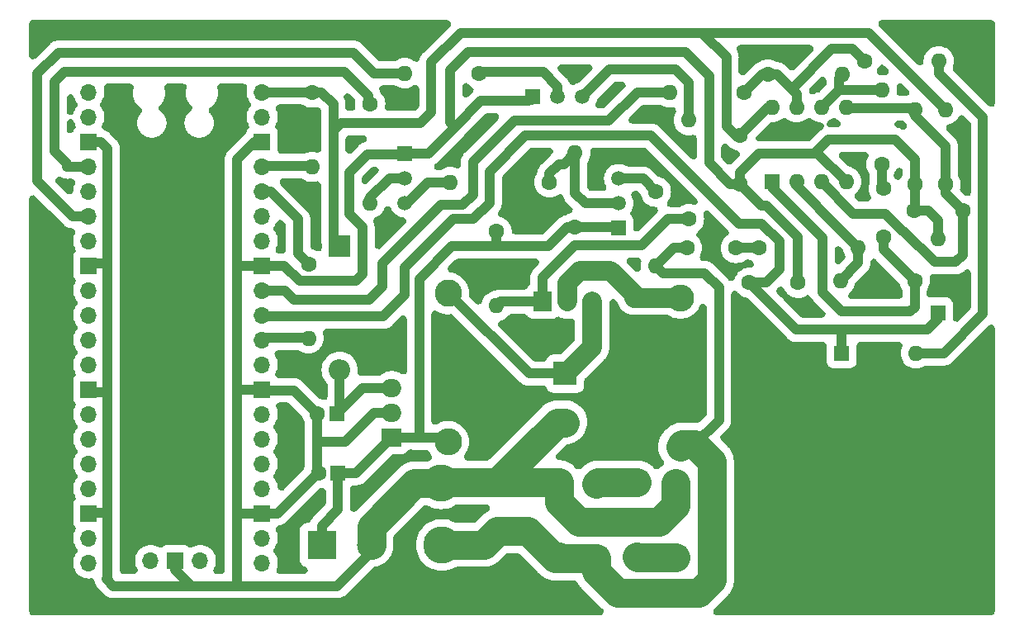
<source format=gbl>
%TF.GenerationSoftware,KiCad,Pcbnew,7.0.11+dfsg-1build4*%
%TF.CreationDate,2025-10-10T21:11:18-05:00*%
%TF.ProjectId,Synchronizer,53796e63-6872-46f6-9e69-7a65722e6b69,rev?*%
%TF.SameCoordinates,Original*%
%TF.FileFunction,Copper,L2,Bot*%
%TF.FilePolarity,Positive*%
%FSLAX46Y46*%
G04 Gerber Fmt 4.6, Leading zero omitted, Abs format (unit mm)*
G04 Created by KiCad (PCBNEW 7.0.11+dfsg-1build4) date 2025-10-10 21:11:18*
%MOMM*%
%LPD*%
G01*
G04 APERTURE LIST*
%TA.AperFunction,ComponentPad*%
%ADD10C,1.600000*%
%TD*%
%TA.AperFunction,ComponentPad*%
%ADD11O,1.600000X1.600000*%
%TD*%
%TA.AperFunction,ComponentPad*%
%ADD12R,2.400000X2.400000*%
%TD*%
%TA.AperFunction,ComponentPad*%
%ADD13C,2.400000*%
%TD*%
%TA.AperFunction,ComponentPad*%
%ADD14R,1.600000X1.600000*%
%TD*%
%TA.AperFunction,ComponentPad*%
%ADD15O,1.700000X1.700000*%
%TD*%
%TA.AperFunction,ComponentPad*%
%ADD16R,1.700000X1.700000*%
%TD*%
%TA.AperFunction,ComponentPad*%
%ADD17R,2.200000X2.200000*%
%TD*%
%TA.AperFunction,ComponentPad*%
%ADD18O,2.200000X2.200000*%
%TD*%
%TA.AperFunction,ComponentPad*%
%ADD19R,1.500000X1.500000*%
%TD*%
%TA.AperFunction,ComponentPad*%
%ADD20C,1.500000*%
%TD*%
%TA.AperFunction,ComponentPad*%
%ADD21R,3.000000X3.000000*%
%TD*%
%TA.AperFunction,ComponentPad*%
%ADD22C,3.000000*%
%TD*%
%TA.AperFunction,ComponentPad*%
%ADD23C,2.800000*%
%TD*%
%TA.AperFunction,ComponentPad*%
%ADD24O,2.800000X2.800000*%
%TD*%
%TA.AperFunction,ComponentPad*%
%ADD25C,3.800000*%
%TD*%
%TA.AperFunction,ComponentPad*%
%ADD26R,2.000000X1.905000*%
%TD*%
%TA.AperFunction,ComponentPad*%
%ADD27O,2.000000X1.905000*%
%TD*%
%TA.AperFunction,ComponentPad*%
%ADD28R,1.905000X2.000000*%
%TD*%
%TA.AperFunction,ComponentPad*%
%ADD29O,1.905000X2.000000*%
%TD*%
%TA.AperFunction,Conductor*%
%ADD30C,1.000000*%
%TD*%
%TA.AperFunction,Conductor*%
%ADD31C,3.000000*%
%TD*%
%TA.AperFunction,Conductor*%
%ADD32C,2.000000*%
%TD*%
G04 APERTURE END LIST*
D10*
%TO.P,C8,1*%
%TO.N,Net-(C8-Pad1)*%
X178600000Y-38270000D03*
%TO.P,C8,2*%
%TO.N,Net-(C8-Pad2)*%
X178600000Y-43270000D03*
%TD*%
%TO.P,R1,1*%
%TO.N,Net-(U1-3V3)*%
X119630000Y-46000000D03*
D11*
%TO.P,R1,2*%
%TO.N,Net-(U1-RUN)*%
X119630000Y-53620000D03*
%TD*%
D12*
%TO.P,C10,1*%
%TO.N,Net-(Q3-S)*%
X145950000Y-57250000D03*
D13*
%TO.P,C10,2*%
%TO.N,GND*%
X145950000Y-62250000D03*
%TD*%
D14*
%TO.P,D3,1,K*%
%TO.N,/AMPLITUDE*%
X184160000Y-50990000D03*
D11*
%TO.P,D3,2,A*%
%TO.N,GND*%
X184160000Y-43370000D03*
%TD*%
D10*
%TO.P,R5,1*%
%TO.N,Net-(Q2-C)*%
X155240000Y-38590000D03*
D11*
%TO.P,R5,2*%
%TO.N,Net-(D2-K)*%
X155240000Y-46210000D03*
%TD*%
D15*
%TO.P,U1,1,GPIO0*%
%TO.N,unconnected-(U1-GPIO0-Pad1)*%
X97100000Y-28390000D03*
%TO.P,U1,2,GPIO1*%
%TO.N,unconnected-(U1-GPIO1-Pad2)*%
X97100000Y-30930000D03*
D16*
%TO.P,U1,3,GND*%
%TO.N,GND*%
X97100000Y-33470000D03*
D15*
%TO.P,U1,4,GPIO2*%
%TO.N,/OSCIL*%
X97100000Y-36010000D03*
%TO.P,U1,5,GPIO3*%
%TO.N,unconnected-(U1-GPIO3-Pad5)*%
X97100000Y-38550000D03*
%TO.P,U1,6,GPIO4*%
%TO.N,/PULSE*%
X97100000Y-41090000D03*
%TO.P,U1,7,GPIO5*%
%TO.N,unconnected-(U1-GPIO5-Pad7)*%
X97100000Y-43630000D03*
D16*
%TO.P,U1,8,GND*%
%TO.N,GND*%
X97100000Y-46170000D03*
D15*
%TO.P,U1,9,GPIO6*%
%TO.N,unconnected-(U1-GPIO6-Pad9)*%
X97100000Y-48710000D03*
%TO.P,U1,10,GPIO7*%
%TO.N,unconnected-(U1-GPIO7-Pad10)*%
X97100000Y-51250000D03*
%TO.P,U1,11,GPIO8*%
%TO.N,unconnected-(U1-GPIO8-Pad11)*%
X97100000Y-53790000D03*
%TO.P,U1,12,GPIO9*%
%TO.N,unconnected-(U1-GPIO9-Pad12)*%
X97100000Y-56330000D03*
D16*
%TO.P,U1,13,GND*%
%TO.N,GND*%
X97100000Y-58870000D03*
D15*
%TO.P,U1,14,GPIO10*%
%TO.N,unconnected-(U1-GPIO10-Pad14)*%
X97100000Y-61410000D03*
%TO.P,U1,15,GPIO11*%
%TO.N,unconnected-(U1-GPIO11-Pad15)*%
X97100000Y-63950000D03*
%TO.P,U1,16,GPIO12*%
%TO.N,unconnected-(U1-GPIO12-Pad16)*%
X97100000Y-66490000D03*
%TO.P,U1,17,GPIO13*%
%TO.N,unconnected-(U1-GPIO13-Pad17)*%
X97100000Y-69030000D03*
D16*
%TO.P,U1,18,GND*%
%TO.N,GND*%
X97100000Y-71570000D03*
D15*
%TO.P,U1,19,GPIO14*%
%TO.N,unconnected-(U1-GPIO14-Pad19)*%
X97100000Y-74110000D03*
%TO.P,U1,20,GPIO15*%
%TO.N,unconnected-(U1-GPIO15-Pad20)*%
X97100000Y-76650000D03*
%TO.P,U1,21,GPIO16*%
%TO.N,unconnected-(U1-GPIO16-Pad21)*%
X114880000Y-76650000D03*
%TO.P,U1,22,GPIO17*%
%TO.N,unconnected-(U1-GPIO17-Pad22)*%
X114880000Y-74110000D03*
D16*
%TO.P,U1,23,GND*%
%TO.N,GND*%
X114880000Y-71570000D03*
D15*
%TO.P,U1,24,GPIO18*%
%TO.N,unconnected-(U1-GPIO18-Pad24)*%
X114880000Y-69030000D03*
%TO.P,U1,25,GPIO19*%
%TO.N,unconnected-(U1-GPIO19-Pad25)*%
X114880000Y-66490000D03*
%TO.P,U1,26,GPIO20*%
%TO.N,unconnected-(U1-GPIO20-Pad26)*%
X114880000Y-63950000D03*
%TO.P,U1,27,GPIO21*%
%TO.N,unconnected-(U1-GPIO21-Pad27)*%
X114880000Y-61410000D03*
D16*
%TO.P,U1,28,GND*%
%TO.N,GND*%
X114880000Y-58870000D03*
D15*
%TO.P,U1,29,GPIO22*%
%TO.N,unconnected-(U1-GPIO22-Pad29)*%
X114880000Y-56330000D03*
%TO.P,U1,30,RUN*%
%TO.N,Net-(U1-RUN)*%
X114880000Y-53790000D03*
%TO.P,U1,31,GPIO26_ADC0*%
%TO.N,/AMPLITUDE*%
X114880000Y-51250000D03*
%TO.P,U1,32,GPIO27_ADC1*%
%TO.N,/OSC_SIGNAL*%
X114880000Y-48710000D03*
D16*
%TO.P,U1,33,AGND*%
%TO.N,GND*%
X114880000Y-46170000D03*
D15*
%TO.P,U1,34,GPIO28_ADC2*%
%TO.N,unconnected-(U1-GPIO28_ADC2-Pad34)*%
X114880000Y-43630000D03*
%TO.P,U1,35,ADC_VREF*%
%TO.N,unconnected-(U1-ADC_VREF-Pad35)*%
X114880000Y-41090000D03*
%TO.P,U1,36,3V3*%
%TO.N,Net-(U1-3V3)*%
X114880000Y-38550000D03*
%TO.P,U1,37,3V3_EN*%
%TO.N,Net-(U1-3V3_EN)*%
X114880000Y-36010000D03*
D16*
%TO.P,U1,38,GND*%
%TO.N,GND*%
X114880000Y-33470000D03*
D15*
%TO.P,U1,39,VSYS*%
%TO.N,unconnected-(U1-VSYS-Pad39)*%
X114880000Y-30930000D03*
%TO.P,U1,40,VBUS*%
%TO.N,Net-(D1-K)*%
X114880000Y-28390000D03*
%TO.P,U1,41,SWCLK*%
%TO.N,unconnected-(U1-SWCLK-Pad41)*%
X103450000Y-76420000D03*
D16*
%TO.P,U1,42,GND*%
%TO.N,GND*%
X105990000Y-76420000D03*
D15*
%TO.P,U1,43,SWDIO*%
%TO.N,unconnected-(U1-SWDIO-Pad43)*%
X108530000Y-76420000D03*
%TD*%
D10*
%TO.P,R16,1*%
%TO.N,Net-(R16-Pad1)*%
X166750000Y-26560000D03*
D11*
%TO.P,R16,2*%
%TO.N,Net-(U3B--)*%
X174370000Y-26560000D03*
%TD*%
D10*
%TO.P,C4,1*%
%TO.N,Net-(D2-K)*%
X139000000Y-73400000D03*
%TO.P,C4,2*%
%TO.N,GND*%
X139000000Y-68400000D03*
%TD*%
%TO.P,R9,1*%
%TO.N,Net-(Q3-G)*%
X158630000Y-41420000D03*
D11*
%TO.P,R9,2*%
%TO.N,Net-(Q4-C)*%
X158630000Y-31260000D03*
%TD*%
D17*
%TO.P,D2,1,K*%
%TO.N,Net-(D2-K)*%
X149160000Y-76200000D03*
D18*
%TO.P,D2,2,A*%
%TO.N,Net-(D2-A)*%
X149160000Y-68580000D03*
%TD*%
D10*
%TO.P,R13,1*%
%TO.N,Net-(U3A-+)*%
X184940000Y-37790000D03*
D11*
%TO.P,R13,2*%
%TO.N,Net-(D1-K)*%
X184940000Y-30170000D03*
%TD*%
D10*
%TO.P,R15,1*%
%TO.N,Net-(C8-Pad1)*%
X178390000Y-35790000D03*
D11*
%TO.P,R15,2*%
%TO.N,Net-(U3B--)*%
X178390000Y-28170000D03*
%TD*%
D10*
%TO.P,R12,1*%
%TO.N,GND*%
X181800000Y-37790000D03*
D11*
%TO.P,R12,2*%
%TO.N,Net-(U3A-+)*%
X181800000Y-30170000D03*
%TD*%
D19*
%TO.P,Q2,1,E*%
%TO.N,+12V*%
X151430000Y-42330000D03*
D20*
%TO.P,Q2,2,B*%
%TO.N,Net-(Q2-B)*%
X151430000Y-39790000D03*
%TO.P,Q2,3,C*%
%TO.N,Net-(Q2-C)*%
X151430000Y-37250000D03*
%TD*%
D10*
%TO.P,R18,1*%
%TO.N,Net-(D2-K)*%
X145310000Y-76000000D03*
D11*
%TO.P,R18,2*%
%TO.N,GND*%
X145310000Y-68380000D03*
%TD*%
D10*
%TO.P,R7,1*%
%TO.N,Net-(Q4-B)*%
X137110000Y-26440000D03*
D11*
%TO.P,R7,2*%
%TO.N,/PULSE*%
X129490000Y-26440000D03*
%TD*%
D10*
%TO.P,C9,1*%
%TO.N,/AMPLITUDE*%
X164830000Y-47930000D03*
%TO.P,C9,2*%
%TO.N,GND*%
X169830000Y-47930000D03*
%TD*%
D14*
%TO.P,C2,1*%
%TO.N,+5V*%
X122520000Y-61370000D03*
D10*
%TO.P,C2,2*%
%TO.N,GND*%
X120520000Y-61370000D03*
%TD*%
D14*
%TO.P,D4,1,K*%
%TO.N,/AMPLITUDE*%
X174290000Y-55160000D03*
D11*
%TO.P,D4,2,A*%
%TO.N,Net-(D4-A)*%
X181910000Y-55160000D03*
%TD*%
D10*
%TO.P,R11,1*%
%TO.N,Net-(C6-Pad2)*%
X165820000Y-44310000D03*
D11*
%TO.P,R11,2*%
%TO.N,Net-(U3A--)*%
X175980000Y-44310000D03*
%TD*%
D19*
%TO.P,Q1,1,E*%
%TO.N,GND*%
X129480000Y-34650000D03*
D20*
%TO.P,Q1,2,B*%
%TO.N,Net-(Q1-B)*%
X129480000Y-37190000D03*
%TO.P,Q1,3,C*%
%TO.N,Net-(Q1-C)*%
X129480000Y-39730000D03*
%TD*%
D10*
%TO.P,C3,1*%
%TO.N,Net-(D2-K)*%
X142130000Y-73400000D03*
%TO.P,C3,2*%
%TO.N,GND*%
X142130000Y-68400000D03*
%TD*%
%TO.P,C5,1*%
%TO.N,Net-(D1-K)*%
X163840000Y-32820000D03*
%TO.P,C5,2*%
%TO.N,GND*%
X163840000Y-37820000D03*
%TD*%
D21*
%TO.P,J1,1,Pin_1*%
%TO.N,+12V*%
X121000000Y-74820000D03*
D22*
%TO.P,J1,2,Pin_2*%
%TO.N,GND*%
X126080000Y-74820000D03*
%TD*%
D23*
%TO.P,R6,1*%
%TO.N,Net-(D2-K)*%
X157750000Y-64710000D03*
D24*
%TO.P,R6,2*%
%TO.N,Net-(Q3-D)*%
X157750000Y-49470000D03*
%TD*%
D10*
%TO.P,R19,1*%
%TO.N,Net-(R16-Pad1)*%
X176630000Y-25220000D03*
D11*
%TO.P,R19,2*%
%TO.N,Net-(D4-A)*%
X184250000Y-25220000D03*
%TD*%
D14*
%TO.P,C1,1*%
%TO.N,+12V*%
X122660000Y-67440000D03*
D10*
%TO.P,C1,2*%
%TO.N,GND*%
X120660000Y-67440000D03*
%TD*%
%TO.P,R14,1*%
%TO.N,Net-(C8-Pad2)*%
X181770000Y-47710000D03*
D11*
%TO.P,R14,2*%
%TO.N,Net-(U3A--)*%
X174150000Y-47710000D03*
%TD*%
D10*
%TO.P,R8,1*%
%TO.N,+12V*%
X146970000Y-42260000D03*
D11*
%TO.P,R8,2*%
%TO.N,Net-(Q2-B)*%
X146970000Y-34640000D03*
%TD*%
D10*
%TO.P,R10,1*%
%TO.N,+12V*%
X138910000Y-42680000D03*
D11*
%TO.P,R10,2*%
%TO.N,Net-(Q3-G)*%
X138910000Y-50300000D03*
%TD*%
D10*
%TO.P,R20,1*%
%TO.N,Net-(R16-Pad1)*%
X164270000Y-28410000D03*
D11*
%TO.P,R20,2*%
%TO.N,/OSC_SIGNAL*%
X156650000Y-28410000D03*
%TD*%
D19*
%TO.P,Q4,1,E*%
%TO.N,GND*%
X142650000Y-28840000D03*
D20*
%TO.P,Q4,2,B*%
%TO.N,Net-(Q4-B)*%
X145190000Y-28840000D03*
%TO.P,Q4,3,C*%
%TO.N,Net-(Q4-C)*%
X147730000Y-28840000D03*
%TD*%
D25*
%TO.P,J2,1,Pin_1*%
%TO.N,Net-(D2-K)*%
X133310000Y-74810000D03*
%TD*%
D17*
%TO.P,D6,1,K*%
%TO.N,Net-(D5-A)*%
X157250000Y-76090000D03*
D18*
%TO.P,D6,2,A*%
%TO.N,GND*%
X157250000Y-68470000D03*
%TD*%
D14*
%TO.P,U3,1*%
%TO.N,Net-(C8-Pad2)*%
X167130000Y-37560000D03*
D11*
%TO.P,U3,2,-*%
%TO.N,Net-(U3A--)*%
X169670000Y-37560000D03*
%TO.P,U3,3,+*%
%TO.N,Net-(U3A-+)*%
X172210000Y-37560000D03*
%TO.P,U3,4,V-*%
%TO.N,GND*%
X174750000Y-37560000D03*
%TO.P,U3,5,+*%
%TO.N,Net-(U3A-+)*%
X174750000Y-29940000D03*
%TO.P,U3,6,-*%
%TO.N,Net-(U3B--)*%
X172210000Y-29940000D03*
%TO.P,U3,7*%
%TO.N,Net-(R16-Pad1)*%
X169670000Y-29940000D03*
%TO.P,U3,8,V+*%
%TO.N,Net-(D1-K)*%
X167130000Y-29940000D03*
%TD*%
D10*
%TO.P,R3,1*%
%TO.N,/OSCIL*%
X125950000Y-29620000D03*
D11*
%TO.P,R3,2*%
%TO.N,Net-(Q1-B)*%
X125950000Y-39780000D03*
%TD*%
D23*
%TO.P,R17,1*%
%TO.N,Net-(Q3-S)*%
X133940000Y-49010000D03*
D24*
%TO.P,R17,2*%
%TO.N,+12V*%
X133940000Y-64250000D03*
%TD*%
D10*
%TO.P,C6,1*%
%TO.N,Net-(D2-K)*%
X158440000Y-44370000D03*
%TO.P,C6,2*%
%TO.N,Net-(C6-Pad2)*%
X163440000Y-44370000D03*
%TD*%
D17*
%TO.P,D5,1,K*%
%TO.N,Net-(D2-A)*%
X153290000Y-68410000D03*
D18*
%TO.P,D5,2,A*%
%TO.N,Net-(D5-A)*%
X153290000Y-76030000D03*
%TD*%
D10*
%TO.P,C7,1*%
%TO.N,Net-(U3A-+)*%
X186710000Y-40540000D03*
%TO.P,C7,2*%
%TO.N,GND*%
X181710000Y-40540000D03*
%TD*%
D17*
%TO.P,D1,1,K*%
%TO.N,Net-(D1-K)*%
X122830000Y-44160000D03*
D18*
%TO.P,D1,2,A*%
%TO.N,+5V*%
X122830000Y-56860000D03*
%TD*%
D25*
%TO.P,J3,1,Pin_1*%
%TO.N,GND*%
X133250000Y-68500000D03*
%TD*%
D10*
%TO.P,R2,1*%
%TO.N,Net-(D1-K)*%
X119990000Y-28430000D03*
D11*
%TO.P,R2,2*%
%TO.N,Net-(U1-3V3_EN)*%
X119990000Y-36050000D03*
%TD*%
D26*
%TO.P,U2,1,VI*%
%TO.N,+12V*%
X128170000Y-63780000D03*
D27*
%TO.P,U2,2,GND*%
%TO.N,GND*%
X128170000Y-61240000D03*
%TO.P,U2,3,VO*%
%TO.N,+5V*%
X128170000Y-58700000D03*
%TD*%
D10*
%TO.P,R4,1*%
%TO.N,Net-(Q2-B)*%
X144330000Y-37620000D03*
D11*
%TO.P,R4,2*%
%TO.N,Net-(Q1-C)*%
X134170000Y-37620000D03*
%TD*%
D28*
%TO.P,Q3,1,G*%
%TO.N,Net-(Q3-G)*%
X143630000Y-49870000D03*
D29*
%TO.P,Q3,2,D*%
%TO.N,Net-(Q3-D)*%
X146170000Y-49870000D03*
%TO.P,Q3,3,S*%
%TO.N,Net-(Q3-S)*%
X148710000Y-49870000D03*
%TD*%
D30*
%TO.N,+12V*%
X133940000Y-64250000D02*
X133530000Y-63840000D01*
X146180000Y-42260000D02*
X144230000Y-44210000D01*
X121000000Y-72840000D02*
X122660000Y-71180000D01*
X122660000Y-71180000D02*
X122660000Y-67440000D01*
X138910000Y-42680000D02*
X138910000Y-43990000D01*
X151430000Y-42330000D02*
X151320000Y-42220000D01*
X133530000Y-63840000D02*
X130660000Y-63840000D01*
X122660000Y-67440000D02*
X124510000Y-67440000D01*
X121000000Y-74820000D02*
X121000000Y-72840000D01*
X147010000Y-42220000D02*
X146970000Y-42260000D01*
X151320000Y-42220000D02*
X147010000Y-42220000D01*
X130720000Y-63780000D02*
X128170000Y-63780000D01*
X146970000Y-42260000D02*
X146180000Y-42260000D01*
X138690000Y-44210000D02*
X134280000Y-44210000D01*
X134280000Y-44210000D02*
X130970000Y-47520000D01*
X124510000Y-67440000D02*
X128170000Y-63780000D01*
X130970000Y-47520000D02*
X130970000Y-63530000D01*
X138910000Y-43990000D02*
X138690000Y-44210000D01*
X144230000Y-44210000D02*
X138690000Y-44210000D01*
X130970000Y-63530000D02*
X130720000Y-63780000D01*
%TO.N,GND*%
X120520000Y-61370000D02*
X118100000Y-58950000D01*
X120560000Y-67440000D02*
X120660000Y-67440000D01*
X124480000Y-47760000D02*
X118740000Y-47760000D01*
X131960000Y-34650000D02*
X129480000Y-34650000D01*
D31*
X145950000Y-62250000D02*
X145150000Y-62250000D01*
X142150000Y-68380000D02*
X142130000Y-68400000D01*
D30*
X125150000Y-42240000D02*
X125150000Y-47090000D01*
X183140000Y-40540000D02*
X181710000Y-40540000D01*
X97320000Y-45950000D02*
X97100000Y-46170000D01*
X129370000Y-34760000D02*
X125650000Y-34760000D01*
X125650000Y-34760000D02*
X123810000Y-36600000D01*
X142650000Y-28840000D02*
X142190000Y-29300000D01*
X162870000Y-37820000D02*
X163840000Y-37820000D01*
X137310000Y-29300000D02*
X134625000Y-31985000D01*
X99040000Y-78230000D02*
X99040000Y-71500000D01*
X166030000Y-40010000D02*
X163840000Y-37820000D01*
X169830000Y-47930000D02*
X169830000Y-43230000D01*
X184160000Y-43370000D02*
X184160000Y-41560000D01*
X123360000Y-64200000D02*
X126320000Y-61240000D01*
X142650000Y-29050000D02*
X142650000Y-28840000D01*
X117160000Y-46180000D02*
X114890000Y-46180000D01*
X112300000Y-46070000D02*
X112300000Y-35260000D01*
D31*
X139000000Y-68400000D02*
X133350000Y-68400000D01*
X133350000Y-68400000D02*
X133250000Y-68500000D01*
D30*
X99040000Y-59190000D02*
X99040000Y-45950000D01*
X126320000Y-61240000D02*
X128170000Y-61240000D01*
X99630000Y-79020000D02*
X98940000Y-78330000D01*
X173440000Y-33250000D02*
X172940000Y-33250000D01*
X105990000Y-77390000D02*
X107620000Y-79020000D01*
X172940000Y-33250000D02*
X171690000Y-34500000D01*
X123810000Y-36600000D02*
X123810000Y-40900000D01*
D31*
X130540000Y-68500000D02*
X126080000Y-72960000D01*
D30*
X99040000Y-59190000D02*
X97420000Y-59190000D01*
D31*
X145310000Y-68380000D02*
X142150000Y-68380000D01*
D30*
X114960000Y-58950000D02*
X114880000Y-58870000D01*
X123810000Y-40900000D02*
X125150000Y-42240000D01*
X181800000Y-35280000D02*
X179770000Y-33250000D01*
X120520000Y-61370000D02*
X120520000Y-64200000D01*
D31*
X147370000Y-72480000D02*
X145310000Y-70420000D01*
D30*
X114890000Y-46180000D02*
X114880000Y-46170000D01*
X160700000Y-35650000D02*
X162870000Y-37820000D01*
X181800000Y-37790000D02*
X181800000Y-35280000D01*
X112300000Y-35260000D02*
X114090000Y-33470000D01*
D31*
X157250000Y-68470000D02*
X157250000Y-70760000D01*
D30*
X174750000Y-37560000D02*
X171690000Y-34500000D01*
X135990000Y-24270000D02*
X158280000Y-24270000D01*
X112300000Y-58620000D02*
X112300000Y-46070000D01*
X122550000Y-79020000D02*
X126080000Y-75490000D01*
D31*
X145310000Y-70420000D02*
X145310000Y-68380000D01*
D30*
X120520000Y-67300000D02*
X120660000Y-67440000D01*
X107620000Y-79020000D02*
X112300000Y-79020000D01*
X118740000Y-47760000D02*
X117160000Y-46180000D01*
X134625000Y-31985000D02*
X134140000Y-31500000D01*
X181800000Y-37790000D02*
X181800000Y-40450000D01*
X134140000Y-26120000D02*
X135990000Y-24270000D01*
X184160000Y-41560000D02*
X183140000Y-40540000D01*
X134625000Y-31985000D02*
X131960000Y-34650000D01*
D31*
X155530000Y-72480000D02*
X147370000Y-72480000D01*
X157250000Y-70760000D02*
X155530000Y-72480000D01*
D30*
X112300000Y-71230000D02*
X112300000Y-58620000D01*
X98320000Y-33470000D02*
X97100000Y-33470000D01*
D31*
X126080000Y-72960000D02*
X126080000Y-74820000D01*
D30*
X126080000Y-75490000D02*
X126080000Y-74820000D01*
X181800000Y-40450000D02*
X181710000Y-40540000D01*
X114880000Y-71570000D02*
X112640000Y-71570000D01*
X114880000Y-58870000D02*
X112550000Y-58870000D01*
X112550000Y-58870000D02*
X112300000Y-58620000D01*
X112640000Y-71570000D02*
X112300000Y-71230000D01*
X114880000Y-46170000D02*
X112400000Y-46170000D01*
X114880000Y-71570000D02*
X116430000Y-71570000D01*
D31*
X142130000Y-68400000D02*
X139000000Y-68400000D01*
D30*
X134140000Y-31500000D02*
X134140000Y-26120000D01*
D31*
X145150000Y-62250000D02*
X139000000Y-68400000D01*
D30*
X120520000Y-64200000D02*
X123360000Y-64200000D01*
X118100000Y-58950000D02*
X114960000Y-58950000D01*
X97420000Y-59190000D02*
X97100000Y-58870000D01*
X98940000Y-78330000D02*
X99040000Y-78230000D01*
X107620000Y-79020000D02*
X99630000Y-79020000D01*
X129480000Y-34650000D02*
X129370000Y-34760000D01*
X112300000Y-79020000D02*
X112300000Y-71230000D01*
X114090000Y-33470000D02*
X114880000Y-33470000D01*
X99040000Y-34190000D02*
X98320000Y-33470000D01*
X99040000Y-45950000D02*
X99040000Y-34190000D01*
X169830000Y-43230000D02*
X166610000Y-40010000D01*
X142190000Y-29300000D02*
X137310000Y-29300000D01*
X112300000Y-79020000D02*
X122550000Y-79020000D01*
X173440000Y-33250000D02*
X179770000Y-33250000D01*
X99040000Y-45950000D02*
X97320000Y-45950000D01*
X116430000Y-71570000D02*
X120560000Y-67440000D01*
X120520000Y-64200000D02*
X120520000Y-67300000D01*
X112400000Y-46170000D02*
X112300000Y-46070000D01*
X105990000Y-76420000D02*
X105990000Y-77390000D01*
X160700000Y-26690000D02*
X160700000Y-35650000D01*
X158280000Y-24270000D02*
X160700000Y-26690000D01*
X166610000Y-40010000D02*
X166030000Y-40010000D01*
X171480000Y-34710000D02*
X165800000Y-34710000D01*
X97170000Y-71500000D02*
X97100000Y-71570000D01*
X142510000Y-29190000D02*
X142650000Y-29050000D01*
X99040000Y-71500000D02*
X99040000Y-59190000D01*
X165800000Y-34710000D02*
X163840000Y-36670000D01*
X99040000Y-71500000D02*
X97170000Y-71500000D01*
X163840000Y-36670000D02*
X163840000Y-37820000D01*
X125150000Y-47090000D02*
X124480000Y-47760000D01*
D31*
X133250000Y-68500000D02*
X130540000Y-68500000D01*
D30*
X171690000Y-34500000D02*
X171480000Y-34710000D01*
%TO.N,+5V*%
X125190000Y-58700000D02*
X122520000Y-61370000D01*
X122830000Y-61060000D02*
X122520000Y-61370000D01*
X128170000Y-58700000D02*
X125190000Y-58700000D01*
X122830000Y-56860000D02*
X122830000Y-61060000D01*
D31*
%TO.N,Net-(D2-K)*%
X145310000Y-76000000D02*
X144730000Y-76000000D01*
D30*
X155240000Y-46210000D02*
X155970000Y-46940000D01*
X158440000Y-44370000D02*
X157080000Y-44370000D01*
D31*
X149160000Y-76200000D02*
X144930000Y-76200000D01*
D30*
X161710000Y-62000000D02*
X159210000Y-64500000D01*
X157080000Y-44370000D02*
X155240000Y-46210000D01*
D31*
X137590000Y-74810000D02*
X139000000Y-73400000D01*
X160990000Y-66280000D02*
X160990000Y-78410000D01*
X157960000Y-64500000D02*
X159210000Y-64500000D01*
X151340000Y-79740000D02*
X149160000Y-77560000D01*
D30*
X160240000Y-46940000D02*
X161710000Y-48410000D01*
D31*
X139000000Y-73400000D02*
X142130000Y-73400000D01*
X144930000Y-76200000D02*
X144730000Y-76000000D01*
X157750000Y-64710000D02*
X157960000Y-64500000D01*
X160990000Y-78410000D02*
X159660000Y-79740000D01*
X149160000Y-77560000D02*
X149160000Y-76200000D01*
D30*
X155970000Y-46940000D02*
X160240000Y-46940000D01*
X161710000Y-48410000D02*
X161710000Y-62000000D01*
D31*
X159210000Y-64500000D02*
X160990000Y-66280000D01*
X159660000Y-79740000D02*
X151340000Y-79740000D01*
X144730000Y-76000000D02*
X142130000Y-73400000D01*
X133310000Y-74810000D02*
X137590000Y-74810000D01*
D30*
%TO.N,Net-(D1-K)*%
X166720000Y-29940000D02*
X163840000Y-32820000D01*
X132220000Y-30450000D02*
X132220000Y-25320000D01*
X160000000Y-22300000D02*
X177060000Y-22300000D01*
X114880000Y-28390000D02*
X114890000Y-28400000D01*
X162480000Y-24780000D02*
X162480000Y-31900000D01*
X122940000Y-31560000D02*
X122170000Y-32330000D01*
X131110000Y-31560000D02*
X122940000Y-31560000D01*
X162480000Y-31900000D02*
X163400000Y-32820000D01*
X163400000Y-32820000D02*
X163840000Y-32820000D01*
X135240000Y-22300000D02*
X160000000Y-22300000D01*
X177060000Y-22300000D02*
X184930000Y-30170000D01*
X114890000Y-28400000D02*
X119960000Y-28400000D01*
X122170000Y-32330000D02*
X122170000Y-29630000D01*
X119960000Y-28400000D02*
X119990000Y-28430000D01*
X167130000Y-29940000D02*
X166720000Y-29940000D01*
X184930000Y-30170000D02*
X184940000Y-30170000D01*
X131110000Y-31560000D02*
X132220000Y-30450000D01*
X132220000Y-25320000D02*
X135240000Y-22300000D01*
X160000000Y-22300000D02*
X162480000Y-24780000D01*
X122170000Y-43500000D02*
X122170000Y-32330000D01*
X120970000Y-28430000D02*
X119990000Y-28430000D01*
X122830000Y-44160000D02*
X122170000Y-43500000D01*
X122170000Y-29630000D02*
X120970000Y-28430000D01*
%TO.N,Net-(C6-Pad2)*%
X163500000Y-44310000D02*
X163440000Y-44370000D01*
X165820000Y-44310000D02*
X163500000Y-44310000D01*
%TO.N,Net-(U3A-+)*%
X184940000Y-33900000D02*
X184940000Y-37790000D01*
X180570000Y-42620000D02*
X180610000Y-42620000D01*
X181800000Y-30170000D02*
X181660000Y-30030000D01*
X181800000Y-30170000D02*
X181800000Y-30760000D01*
X175480000Y-40830000D02*
X178780000Y-40830000D01*
X183810000Y-45820000D02*
X185970000Y-45820000D01*
X180610000Y-42620000D02*
X183810000Y-45820000D01*
X181660000Y-30030000D02*
X174840000Y-30030000D01*
X184940000Y-37790000D02*
X184940000Y-38770000D01*
X186710000Y-45080000D02*
X186710000Y-40540000D01*
X185970000Y-45820000D02*
X186710000Y-45080000D01*
X178780000Y-40830000D02*
X180570000Y-42620000D01*
X174840000Y-30030000D02*
X174750000Y-29940000D01*
X184940000Y-38770000D02*
X186710000Y-40540000D01*
X181800000Y-30760000D02*
X184940000Y-33900000D01*
X172210000Y-37560000D02*
X175480000Y-40830000D01*
%TO.N,Net-(C8-Pad1)*%
X178390000Y-38060000D02*
X178600000Y-38270000D01*
X178390000Y-35790000D02*
X178390000Y-38060000D01*
%TO.N,Net-(C8-Pad2)*%
X181260000Y-50840000D02*
X181310000Y-50890000D01*
X181310000Y-50890000D02*
X181770000Y-50430000D01*
X174270000Y-50840000D02*
X181260000Y-50840000D01*
X167130000Y-38130000D02*
X172310000Y-43310000D01*
X167130000Y-37560000D02*
X167130000Y-38130000D01*
X178600000Y-43270000D02*
X178600000Y-44540000D01*
X172310000Y-48880000D02*
X174270000Y-50840000D01*
X172310000Y-43310000D02*
X172310000Y-48880000D01*
X178600000Y-44540000D02*
X181770000Y-47710000D01*
X181770000Y-50430000D02*
X181770000Y-47710000D01*
%TO.N,/AMPLITUDE*%
X115030000Y-51400000D02*
X114880000Y-51250000D01*
X166530000Y-47930000D02*
X167930000Y-46530000D01*
X129510000Y-49200000D02*
X127310000Y-51400000D01*
X167930000Y-46530000D02*
X167930000Y-43700000D01*
X141880000Y-32850000D02*
X138200000Y-36530000D01*
X163740000Y-41850000D02*
X154740000Y-32850000D01*
X164830000Y-47930000D02*
X166530000Y-47930000D01*
X174130000Y-52750000D02*
X169650000Y-52750000D01*
X154740000Y-32850000D02*
X141880000Y-32850000D01*
X138200000Y-36530000D02*
X138200000Y-39730000D01*
X169650000Y-52750000D02*
X164830000Y-47930000D01*
X183060000Y-52750000D02*
X174130000Y-52750000D01*
X184160000Y-50990000D02*
X184160000Y-51650000D01*
X138200000Y-39730000D02*
X136540000Y-41390000D01*
X136540000Y-41390000D02*
X134460000Y-41390000D01*
X129510000Y-46340000D02*
X129510000Y-49200000D01*
X134460000Y-41390000D02*
X129510000Y-46340000D01*
X184160000Y-51650000D02*
X183060000Y-52750000D01*
X174290000Y-52910000D02*
X174290000Y-55160000D01*
X167930000Y-43700000D02*
X166080000Y-41850000D01*
X174130000Y-52750000D02*
X174290000Y-52910000D01*
X127310000Y-51400000D02*
X115030000Y-51400000D01*
X166080000Y-41850000D02*
X163740000Y-41850000D01*
D32*
%TO.N,Net-(Q3-S)*%
X148710000Y-49870000D02*
X148710000Y-54550000D01*
D30*
X133990000Y-49010000D02*
X133940000Y-49010000D01*
D32*
X146010000Y-57250000D02*
X145950000Y-57250000D01*
D30*
X142230000Y-57250000D02*
X133990000Y-49010000D01*
X145950000Y-57250000D02*
X142230000Y-57250000D01*
D32*
X148710000Y-54550000D02*
X146010000Y-57250000D01*
D30*
%TO.N,/OSC_SIGNAL*%
X136490000Y-38920000D02*
X135440000Y-39970000D01*
X125820000Y-49690000D02*
X118150000Y-49690000D01*
X127200000Y-48310000D02*
X125820000Y-49690000D01*
X114890000Y-48720000D02*
X114880000Y-48710000D01*
X135440000Y-39970000D02*
X133200000Y-39970000D01*
X153340000Y-28410000D02*
X150440000Y-31310000D01*
X140720000Y-31310000D02*
X136490000Y-35540000D01*
X133200000Y-39970000D02*
X127200000Y-45970000D01*
X127200000Y-45970000D02*
X127200000Y-48310000D01*
X136490000Y-35540000D02*
X136490000Y-38920000D01*
X156650000Y-28410000D02*
X153340000Y-28410000D01*
X118150000Y-49690000D02*
X117180000Y-48720000D01*
X150440000Y-31310000D02*
X140720000Y-31310000D01*
X117180000Y-48720000D02*
X114890000Y-48720000D01*
%TO.N,Net-(Q1-B)*%
X127960000Y-37190000D02*
X125950000Y-39200000D01*
X129480000Y-37190000D02*
X127960000Y-37190000D01*
X125950000Y-39200000D02*
X125950000Y-39780000D01*
%TO.N,Net-(Q1-C)*%
X129550000Y-39730000D02*
X129480000Y-39730000D01*
X131870000Y-37620000D02*
X134170000Y-37620000D01*
X129760000Y-39730000D02*
X131870000Y-37620000D01*
X129480000Y-39730000D02*
X129760000Y-39730000D01*
%TO.N,Net-(Q2-B)*%
X148000000Y-39790000D02*
X146970000Y-38760000D01*
X145290000Y-35780000D02*
X145830000Y-35780000D01*
X151430000Y-39790000D02*
X148000000Y-39790000D01*
X144330000Y-37620000D02*
X144330000Y-36740000D01*
X146970000Y-38760000D02*
X146970000Y-34640000D01*
X144330000Y-36740000D02*
X145290000Y-35780000D01*
X145830000Y-35780000D02*
X146970000Y-34640000D01*
%TO.N,Net-(Q2-C)*%
X151450000Y-37270000D02*
X151430000Y-37250000D01*
X153920000Y-37270000D02*
X151450000Y-37270000D01*
X155240000Y-38590000D02*
X153920000Y-37270000D01*
%TO.N,Net-(Q3-G)*%
X153810000Y-44100000D02*
X146920000Y-44100000D01*
X139340000Y-49870000D02*
X138910000Y-50300000D01*
X143630000Y-47390000D02*
X143630000Y-49870000D01*
X143630000Y-49870000D02*
X139340000Y-49870000D01*
X158630000Y-41420000D02*
X156490000Y-41420000D01*
X156490000Y-41420000D02*
X153810000Y-44100000D01*
X146920000Y-44100000D02*
X143630000Y-47390000D01*
D32*
%TO.N,Net-(Q3-D)*%
X150600000Y-46710000D02*
X153010000Y-49120000D01*
X153010000Y-49120000D02*
X153010000Y-49470000D01*
X146170000Y-47990000D02*
X147450000Y-46710000D01*
X153010000Y-49470000D02*
X157750000Y-49470000D01*
X147450000Y-46710000D02*
X150600000Y-46710000D01*
X146170000Y-49870000D02*
X146170000Y-47990000D01*
D30*
%TO.N,Net-(Q4-B)*%
X137210000Y-26340000D02*
X143680000Y-26340000D01*
X145190000Y-27850000D02*
X145190000Y-28840000D01*
X143680000Y-26340000D02*
X145190000Y-27850000D01*
X137110000Y-26440000D02*
X137210000Y-26340000D01*
%TO.N,Net-(Q4-C)*%
X147730000Y-28840000D02*
X150510000Y-26060000D01*
X157240000Y-26060000D02*
X158630000Y-27450000D01*
X150510000Y-26060000D02*
X157240000Y-26060000D01*
X158630000Y-27450000D02*
X158630000Y-31260000D01*
%TO.N,Net-(U1-3V3)*%
X115750000Y-38600000D02*
X114930000Y-38600000D01*
X114930000Y-38600000D02*
X114880000Y-38550000D01*
X118560000Y-44930000D02*
X118560000Y-41410000D01*
X118560000Y-41410000D02*
X115750000Y-38600000D01*
X119630000Y-46000000D02*
X118560000Y-44930000D01*
%TO.N,Net-(U1-RUN)*%
X119610000Y-53600000D02*
X115070000Y-53600000D01*
X115070000Y-53600000D02*
X114880000Y-53790000D01*
X119630000Y-53620000D02*
X119610000Y-53600000D01*
%TO.N,Net-(U1-3V3_EN)*%
X119990000Y-36050000D02*
X119920000Y-35980000D01*
X119920000Y-35980000D02*
X114910000Y-35980000D01*
X114910000Y-35980000D02*
X114880000Y-36010000D01*
%TO.N,/OSCIL*%
X125950000Y-29620000D02*
X125790000Y-29460000D01*
X93580000Y-34430000D02*
X94890000Y-35740000D01*
X93580000Y-27300000D02*
X93580000Y-34430000D01*
X125790000Y-28760000D02*
X123300000Y-26270000D01*
X94890000Y-35740000D02*
X94890000Y-36020000D01*
X94610000Y-26270000D02*
X93580000Y-27300000D01*
X97090000Y-36020000D02*
X97100000Y-36010000D01*
X125790000Y-29460000D02*
X125790000Y-28760000D01*
X123300000Y-26270000D02*
X94610000Y-26270000D01*
X94890000Y-36020000D02*
X97090000Y-36020000D01*
%TO.N,/PULSE*%
X124240000Y-24350000D02*
X126330000Y-26440000D01*
X97090000Y-41100000D02*
X95440000Y-41100000D01*
X91820000Y-37480000D02*
X91820000Y-26510000D01*
X95440000Y-41100000D02*
X91820000Y-37480000D01*
X126330000Y-26440000D02*
X129490000Y-26440000D01*
X93980000Y-24350000D02*
X124240000Y-24350000D01*
X97100000Y-41090000D02*
X97090000Y-41100000D01*
X91820000Y-26510000D02*
X93980000Y-24350000D01*
%TO.N,Net-(U3A--)*%
X175980000Y-45880000D02*
X174150000Y-47710000D01*
X174120000Y-42470000D02*
X174140000Y-42470000D01*
X174140000Y-42470000D02*
X175980000Y-44310000D01*
X175980000Y-44310000D02*
X175980000Y-45880000D01*
X169670000Y-37560000D02*
X169670000Y-38020000D01*
X169670000Y-38020000D02*
X174120000Y-42470000D01*
%TO.N,Net-(U3B--)*%
X173980000Y-26950000D02*
X173980000Y-28170000D01*
X174370000Y-26560000D02*
X173980000Y-26950000D01*
X173980000Y-28170000D02*
X172210000Y-29940000D01*
X178390000Y-28170000D02*
X173980000Y-28170000D01*
D31*
%TO.N,Net-(D2-A)*%
X149330000Y-68410000D02*
X149160000Y-68580000D01*
X153290000Y-68410000D02*
X149330000Y-68410000D01*
%TO.N,Net-(D5-A)*%
X157250000Y-76090000D02*
X153350000Y-76090000D01*
X153350000Y-76090000D02*
X153290000Y-76030000D01*
D30*
%TO.N,Net-(D4-A)*%
X184770000Y-55160000D02*
X188790000Y-51140000D01*
X188790000Y-51140000D02*
X188790000Y-30990000D01*
X181910000Y-55160000D02*
X184770000Y-55160000D01*
X188790000Y-30990000D02*
X184250000Y-26450000D01*
X184250000Y-26450000D02*
X184250000Y-25220000D01*
%TO.N,Net-(R16-Pad1)*%
X166120000Y-26560000D02*
X164270000Y-28410000D01*
X176630000Y-25220000D02*
X175380000Y-23970000D01*
X166750000Y-26560000D02*
X166120000Y-26560000D01*
X169670000Y-29940000D02*
X169670000Y-28570000D01*
X167660000Y-26560000D02*
X166750000Y-26560000D01*
X173280000Y-23970000D02*
X169175000Y-28075000D01*
X175380000Y-23970000D02*
X173280000Y-23970000D01*
X169175000Y-28075000D02*
X167660000Y-26560000D01*
X169670000Y-28570000D02*
X169175000Y-28075000D01*
%TD*%
%TA.AperFunction,NonConductor*%
G36*
X133989547Y-21020764D02*
G01*
X134097825Y-21079361D01*
X134181209Y-21169941D01*
X134230665Y-21282688D01*
X134240832Y-21405385D01*
X134210608Y-21524734D01*
X134143270Y-21627803D01*
X134132567Y-21638958D01*
X131400266Y-24371258D01*
X131369006Y-24399195D01*
X131352338Y-24412488D01*
X131352332Y-24412494D01*
X131314261Y-24456067D01*
X131297117Y-24474408D01*
X131296069Y-24475455D01*
X131296043Y-24475484D01*
X131271703Y-24504637D01*
X131266275Y-24510992D01*
X131263726Y-24513911D01*
X131204234Y-24582005D01*
X131195951Y-24593405D01*
X131187931Y-24604982D01*
X131141377Y-24687025D01*
X131137160Y-24694267D01*
X131088784Y-24775237D01*
X131082679Y-24787915D01*
X131076847Y-24800754D01*
X131045689Y-24889796D01*
X131042831Y-24897678D01*
X131009691Y-24985981D01*
X131006858Y-24996245D01*
X130955010Y-25107912D01*
X130869713Y-25196694D01*
X130760211Y-25252969D01*
X130638369Y-25270640D01*
X130517391Y-25247791D01*
X130416196Y-25190205D01*
X130416070Y-25190380D01*
X130414501Y-25189240D01*
X130410387Y-25186899D01*
X130404320Y-25181843D01*
X130404182Y-25181743D01*
X130391917Y-25174227D01*
X130196089Y-25054223D01*
X129970612Y-24960828D01*
X129970606Y-24960826D01*
X129970605Y-24960826D01*
X129733310Y-24903855D01*
X129733299Y-24903853D01*
X129490001Y-24884706D01*
X129489999Y-24884706D01*
X129246700Y-24903853D01*
X129246689Y-24903855D01*
X129009394Y-24960826D01*
X129009390Y-24960827D01*
X129009388Y-24960828D01*
X128783911Y-25054223D01*
X128692032Y-25110527D01*
X128653096Y-25134387D01*
X128538965Y-25180560D01*
X128457681Y-25189500D01*
X127002891Y-25189500D01*
X126881453Y-25169236D01*
X126773175Y-25110639D01*
X126738433Y-25079958D01*
X125188741Y-23530267D01*
X125160792Y-23498992D01*
X125147507Y-23482333D01*
X125147505Y-23482331D01*
X125103946Y-23444274D01*
X125085578Y-23427104D01*
X125084529Y-23426055D01*
X125055366Y-23401708D01*
X125049032Y-23396298D01*
X125047792Y-23395215D01*
X125027139Y-23377170D01*
X124978000Y-23334238D01*
X124966614Y-23325966D01*
X124955025Y-23317937D01*
X124955019Y-23317932D01*
X124955011Y-23317927D01*
X124955009Y-23317926D01*
X124872986Y-23271384D01*
X124865740Y-23267164D01*
X124784769Y-23218788D01*
X124784764Y-23218785D01*
X124784758Y-23218782D01*
X124772096Y-23212684D01*
X124759243Y-23206846D01*
X124670193Y-23175685D01*
X124662308Y-23172826D01*
X124574025Y-23139693D01*
X124560391Y-23135930D01*
X124546786Y-23132502D01*
X124453628Y-23117747D01*
X124445358Y-23116342D01*
X124352553Y-23099500D01*
X124338541Y-23098239D01*
X124324454Y-23097289D01*
X124230167Y-23099406D01*
X124221776Y-23099500D01*
X94071216Y-23099500D01*
X94029340Y-23097148D01*
X94019055Y-23095989D01*
X94008173Y-23094763D01*
X94008170Y-23094763D01*
X93976238Y-23096915D01*
X93950470Y-23098653D01*
X93925315Y-23099500D01*
X93923842Y-23099500D01*
X93886043Y-23102901D01*
X93877689Y-23103559D01*
X93783586Y-23109904D01*
X93769648Y-23112111D01*
X93755810Y-23114623D01*
X93664867Y-23139720D01*
X93656766Y-23141858D01*
X93565315Y-23164903D01*
X93552075Y-23169535D01*
X93538829Y-23174507D01*
X93453861Y-23215424D01*
X93446272Y-23218975D01*
X93360369Y-23257995D01*
X93348113Y-23264949D01*
X93336019Y-23272175D01*
X93259718Y-23327610D01*
X93252883Y-23332460D01*
X93175349Y-23386176D01*
X93164522Y-23395215D01*
X93153923Y-23404476D01*
X93088742Y-23472649D01*
X93082877Y-23478647D01*
X91638958Y-24922567D01*
X91538760Y-24994107D01*
X91420761Y-25029237D01*
X91297750Y-25024149D01*
X91183055Y-24979395D01*
X91089107Y-24899825D01*
X91026085Y-24794061D01*
X91000819Y-24673565D01*
X91000500Y-24658109D01*
X91000500Y-21374500D01*
X91020764Y-21253062D01*
X91079361Y-21144784D01*
X91169941Y-21061400D01*
X91282688Y-21011944D01*
X91374500Y-21000500D01*
X133868109Y-21000500D01*
X133989547Y-21020764D01*
G37*
%TD.AperFunction*%
%TA.AperFunction,NonConductor*%
G36*
X178582417Y-25616107D02*
G01*
X178675708Y-25684182D01*
X179001105Y-26009579D01*
X179072645Y-26109777D01*
X179107775Y-26227776D01*
X179102687Y-26350788D01*
X179057933Y-26465482D01*
X178978363Y-26559430D01*
X178872599Y-26622452D01*
X178752103Y-26647718D01*
X178649340Y-26637704D01*
X178633308Y-26633855D01*
X178633299Y-26633853D01*
X178390001Y-26614706D01*
X178389995Y-26614706D01*
X178285196Y-26622953D01*
X178162543Y-26612278D01*
X178050001Y-26562356D01*
X177959768Y-26478597D01*
X177901619Y-26370077D01*
X177881858Y-26248557D01*
X177902625Y-26127204D01*
X177936965Y-26054697D01*
X178015777Y-25926089D01*
X178065720Y-25805514D01*
X178130912Y-25701079D01*
X178226484Y-25623467D01*
X178342079Y-25581092D01*
X178465169Y-25578547D01*
X178582417Y-25616107D01*
G37*
%TD.AperFunction*%
%TA.AperFunction,NonConductor*%
G36*
X171149548Y-23570764D02*
G01*
X171257826Y-23629361D01*
X171341210Y-23719941D01*
X171390666Y-23832688D01*
X171400833Y-23955385D01*
X171370609Y-24074734D01*
X171303271Y-24177803D01*
X171292568Y-24188958D01*
X169439458Y-26042068D01*
X169339260Y-26113608D01*
X169221261Y-26148738D01*
X169098249Y-26143650D01*
X168983555Y-26098896D01*
X168910542Y-26042068D01*
X168608741Y-25740267D01*
X168580792Y-25708992D01*
X168576057Y-25703055D01*
X168567508Y-25692334D01*
X168559891Y-25685679D01*
X168523946Y-25654274D01*
X168505578Y-25637104D01*
X168504529Y-25636055D01*
X168475366Y-25611708D01*
X168469032Y-25606298D01*
X168467792Y-25605215D01*
X168437269Y-25578547D01*
X168398000Y-25544238D01*
X168386614Y-25535966D01*
X168375025Y-25527937D01*
X168375019Y-25527932D01*
X168375011Y-25527927D01*
X168375009Y-25527926D01*
X168292986Y-25481384D01*
X168285740Y-25477164D01*
X168204769Y-25428788D01*
X168204764Y-25428785D01*
X168204758Y-25428782D01*
X168192096Y-25422684D01*
X168179243Y-25416846D01*
X168090193Y-25385685D01*
X168082308Y-25382826D01*
X167994025Y-25349693D01*
X167980391Y-25345930D01*
X167966786Y-25342502D01*
X167873628Y-25327747D01*
X167865358Y-25326342D01*
X167772553Y-25309500D01*
X167758502Y-25308236D01*
X167756173Y-25308079D01*
X167749407Y-25306474D01*
X167729336Y-25304895D01*
X167727865Y-25304662D01*
X167728368Y-25301485D01*
X167636378Y-25279673D01*
X167585975Y-25253817D01*
X167456096Y-25174227D01*
X167456093Y-25174225D01*
X167456089Y-25174223D01*
X167230612Y-25080828D01*
X167230606Y-25080826D01*
X167230605Y-25080826D01*
X166993310Y-25023855D01*
X166993299Y-25023853D01*
X166750001Y-25004706D01*
X166749999Y-25004706D01*
X166506700Y-25023853D01*
X166506689Y-25023855D01*
X166269394Y-25080826D01*
X166269390Y-25080827D01*
X166269388Y-25080828D01*
X166102812Y-25149825D01*
X166055951Y-25169236D01*
X166043913Y-25174222D01*
X166043912Y-25174222D01*
X165835820Y-25301741D01*
X165835814Y-25301745D01*
X165834522Y-25302849D01*
X165833206Y-25303640D01*
X165823937Y-25310375D01*
X165823350Y-25309567D01*
X165729015Y-25366301D01*
X165715176Y-25371453D01*
X165692045Y-25379547D01*
X165678829Y-25384507D01*
X165593861Y-25425424D01*
X165586272Y-25428975D01*
X165500369Y-25467995D01*
X165488113Y-25474949D01*
X165476019Y-25482175D01*
X165399718Y-25537610D01*
X165392883Y-25542460D01*
X165315349Y-25596176D01*
X165304522Y-25605215D01*
X165293923Y-25614476D01*
X165228742Y-25682649D01*
X165222877Y-25688647D01*
X164368958Y-26542567D01*
X164268760Y-26614107D01*
X164150761Y-26649237D01*
X164027750Y-26644149D01*
X163913055Y-26599395D01*
X163819107Y-26519825D01*
X163756085Y-26414061D01*
X163730819Y-26293565D01*
X163730500Y-26278109D01*
X163730500Y-24871225D01*
X163732852Y-24829347D01*
X163735238Y-24808173D01*
X163731346Y-24750457D01*
X163730500Y-24725300D01*
X163730500Y-24723851D01*
X163730500Y-24723845D01*
X163727098Y-24686051D01*
X163726447Y-24677779D01*
X163720097Y-24583588D01*
X163720096Y-24583584D01*
X163720096Y-24583582D01*
X163717898Y-24569706D01*
X163715378Y-24555818D01*
X163715377Y-24555815D01*
X163715377Y-24555812D01*
X163690277Y-24464868D01*
X163688152Y-24456813D01*
X163665098Y-24365324D01*
X163660448Y-24352035D01*
X163655496Y-24338842D01*
X163655493Y-24338830D01*
X163614523Y-24253756D01*
X163611021Y-24246270D01*
X163572007Y-24160375D01*
X163572006Y-24160373D01*
X163565041Y-24148097D01*
X163549214Y-24121607D01*
X163551761Y-24120085D01*
X163508881Y-24034185D01*
X163492639Y-23912145D01*
X163516904Y-23791443D01*
X163579046Y-23685160D01*
X163672332Y-23604813D01*
X163786651Y-23559109D01*
X163866435Y-23550500D01*
X171028110Y-23550500D01*
X171149548Y-23570764D01*
G37*
%TD.AperFunction*%
%TA.AperFunction,NonConductor*%
G36*
X148499548Y-25540764D02*
G01*
X148607826Y-25599361D01*
X148691210Y-25689941D01*
X148740666Y-25802688D01*
X148750833Y-25925385D01*
X148720609Y-26044734D01*
X148653271Y-26147803D01*
X148642568Y-26158958D01*
X147514015Y-27287509D01*
X147413816Y-27359049D01*
X147370995Y-27376786D01*
X147125198Y-27461168D01*
X147125191Y-27461171D01*
X147125190Y-27461172D01*
X146906491Y-27579526D01*
X146906489Y-27579527D01*
X146892886Y-27586889D01*
X146891556Y-27584431D01*
X146801387Y-27623974D01*
X146678690Y-27634130D01*
X146559343Y-27603896D01*
X146456280Y-27536548D01*
X146380669Y-27439385D01*
X146372646Y-27423684D01*
X146365493Y-27408830D01*
X146324549Y-27323809D01*
X146321023Y-27316271D01*
X146282009Y-27230379D01*
X146282007Y-27230374D01*
X146282002Y-27230367D01*
X146275040Y-27218098D01*
X146267832Y-27206033D01*
X146267829Y-27206027D01*
X146212388Y-27129719D01*
X146207531Y-27122874D01*
X146153817Y-27045342D01*
X146144797Y-27034539D01*
X146135523Y-27023923D01*
X146135522Y-27023922D01*
X146067326Y-26958720D01*
X146061370Y-26952896D01*
X145267432Y-26158958D01*
X145195892Y-26058760D01*
X145160762Y-25940761D01*
X145165850Y-25817749D01*
X145210604Y-25703055D01*
X145290174Y-25609107D01*
X145395938Y-25546085D01*
X145516434Y-25520819D01*
X145531890Y-25520500D01*
X148378110Y-25520500D01*
X148499548Y-25540764D01*
G37*
%TD.AperFunction*%
%TA.AperFunction,NonConductor*%
G36*
X172432251Y-26825849D02*
G01*
X172546945Y-26870603D01*
X172640894Y-26950173D01*
X172703915Y-27055937D01*
X172729181Y-27176434D01*
X172729500Y-27191889D01*
X172729500Y-27497109D01*
X172709236Y-27618547D01*
X172650639Y-27726825D01*
X172619958Y-27761567D01*
X172055721Y-28325803D01*
X171955522Y-28397343D01*
X171878573Y-28425011D01*
X171729394Y-28460826D01*
X171729390Y-28460827D01*
X171729388Y-28460828D01*
X171570942Y-28526458D01*
X171503913Y-28554222D01*
X171490824Y-28560892D01*
X171489438Y-28558172D01*
X171398900Y-28594782D01*
X171275960Y-28601373D01*
X171157541Y-28567688D01*
X171056475Y-28497378D01*
X170983716Y-28398061D01*
X170947146Y-28280501D01*
X170950730Y-28157436D01*
X170994079Y-28042203D01*
X171053219Y-27965253D01*
X172091042Y-26927431D01*
X172191241Y-26855891D01*
X172309239Y-26820761D01*
X172432251Y-26825849D01*
G37*
%TD.AperFunction*%
%TA.AperFunction,NonConductor*%
G36*
X180352083Y-27455243D02*
G01*
X180468025Y-27496658D01*
X180550420Y-27558894D01*
X181132568Y-28141042D01*
X181204108Y-28241240D01*
X181239238Y-28359239D01*
X181234150Y-28482251D01*
X181189396Y-28596945D01*
X181109826Y-28690893D01*
X181004062Y-28753915D01*
X180883566Y-28779181D01*
X180868110Y-28779500D01*
X180301916Y-28779500D01*
X180180478Y-28759236D01*
X180072200Y-28700639D01*
X179988816Y-28610059D01*
X179939360Y-28497312D01*
X179929069Y-28376156D01*
X179929272Y-28373588D01*
X179945294Y-28170000D01*
X179942962Y-28140375D01*
X179931682Y-27997042D01*
X179926146Y-27926698D01*
X179922296Y-27910665D01*
X179913650Y-27787855D01*
X179945349Y-27668889D01*
X180013959Y-27566661D01*
X180112044Y-27492250D01*
X180228976Y-27453719D01*
X180352083Y-27455243D01*
G37*
%TD.AperFunction*%
%TA.AperFunction,NonConductor*%
G36*
X135914734Y-27479220D02*
G01*
X136007393Y-27537327D01*
X136195816Y-27698255D01*
X136195821Y-27698259D01*
X136377804Y-27809778D01*
X136470755Y-27890504D01*
X136532460Y-27997042D01*
X136556229Y-28117842D01*
X136539487Y-28239815D01*
X136484047Y-28349743D01*
X136452709Y-28387123D01*
X136418741Y-28422650D01*
X136412876Y-28428648D01*
X136028958Y-28812567D01*
X135928760Y-28884107D01*
X135810762Y-28919237D01*
X135687750Y-28914149D01*
X135573055Y-28869395D01*
X135479107Y-28789825D01*
X135416085Y-28684061D01*
X135390820Y-28563565D01*
X135390500Y-28548109D01*
X135390500Y-27821719D01*
X135410764Y-27700281D01*
X135469361Y-27592003D01*
X135559941Y-27508619D01*
X135672688Y-27459163D01*
X135795385Y-27448996D01*
X135914734Y-27479220D01*
G37*
%TD.AperFunction*%
%TA.AperFunction,NonConductor*%
G36*
X189746938Y-21020764D02*
G01*
X189855216Y-21079361D01*
X189938600Y-21169941D01*
X189988056Y-21282688D01*
X189999500Y-21374500D01*
X189999500Y-29528110D01*
X189979236Y-29649548D01*
X189920639Y-29757826D01*
X189830059Y-29841210D01*
X189717312Y-29890666D01*
X189594615Y-29900833D01*
X189475266Y-29870609D01*
X189372197Y-29803271D01*
X189361042Y-29792568D01*
X185771121Y-26202647D01*
X185699581Y-26102449D01*
X185664451Y-25984450D01*
X185669539Y-25861438D01*
X185690044Y-25795073D01*
X185729172Y-25700612D01*
X185786146Y-25463302D01*
X185805294Y-25220000D01*
X185786146Y-24976698D01*
X185782335Y-24960826D01*
X185755782Y-24850224D01*
X185729172Y-24739388D01*
X185635777Y-24513911D01*
X185508259Y-24305821D01*
X185508258Y-24305820D01*
X185508257Y-24305818D01*
X185349762Y-24120244D01*
X185349755Y-24120237D01*
X185164181Y-23961742D01*
X185040330Y-23885846D01*
X184956089Y-23834223D01*
X184730612Y-23740828D01*
X184730606Y-23740826D01*
X184730605Y-23740826D01*
X184493310Y-23683855D01*
X184493299Y-23683853D01*
X184250001Y-23664706D01*
X184249999Y-23664706D01*
X184006700Y-23683853D01*
X184006689Y-23683855D01*
X183769394Y-23740826D01*
X183769390Y-23740827D01*
X183769388Y-23740828D01*
X183647192Y-23791443D01*
X183543913Y-23834222D01*
X183543909Y-23834224D01*
X183335818Y-23961742D01*
X183150244Y-24120237D01*
X183150237Y-24120244D01*
X182991742Y-24305818D01*
X182887789Y-24475455D01*
X182864223Y-24513911D01*
X182776664Y-24725300D01*
X182770826Y-24739394D01*
X182713855Y-24976689D01*
X182713853Y-24976700D01*
X182694706Y-25219998D01*
X182694706Y-25220001D01*
X182695998Y-25236418D01*
X182685324Y-25359071D01*
X182635403Y-25471612D01*
X182551644Y-25561847D01*
X182443125Y-25619996D01*
X182321605Y-25639758D01*
X182200252Y-25618992D01*
X182092217Y-25559947D01*
X182058693Y-25530219D01*
X178167432Y-21638958D01*
X178095892Y-21538760D01*
X178060762Y-21420761D01*
X178065850Y-21297749D01*
X178110604Y-21183055D01*
X178190174Y-21089107D01*
X178295938Y-21026085D01*
X178416434Y-21000819D01*
X178431890Y-21000500D01*
X189625500Y-21000500D01*
X189746938Y-21020764D01*
G37*
%TD.AperFunction*%
%TA.AperFunction,NonConductor*%
G36*
X151889546Y-27330764D02*
G01*
X151997824Y-27389361D01*
X152081208Y-27479941D01*
X152130664Y-27592688D01*
X152140831Y-27715385D01*
X152110607Y-27834734D01*
X152043269Y-27937803D01*
X152032566Y-27948958D01*
X150031568Y-29949958D01*
X149931370Y-30021498D01*
X149813371Y-30056628D01*
X149767110Y-30059500D01*
X149406034Y-30059500D01*
X149284596Y-30039236D01*
X149176318Y-29980639D01*
X149092934Y-29890059D01*
X149043478Y-29777312D01*
X149033311Y-29654615D01*
X149063534Y-29535267D01*
X149100485Y-29451026D01*
X149154063Y-29328881D01*
X149177774Y-29235245D01*
X149227228Y-29122502D01*
X149275866Y-29062606D01*
X150918432Y-27420042D01*
X151018631Y-27348502D01*
X151136629Y-27313372D01*
X151182890Y-27310500D01*
X151768108Y-27310500D01*
X151889546Y-27330764D01*
G37*
%TD.AperFunction*%
%TA.AperFunction,NonConductor*%
G36*
X130755579Y-27681644D02*
G01*
X130856658Y-27751936D01*
X130929435Y-27851240D01*
X130966026Y-27968793D01*
X130969500Y-28019654D01*
X130969500Y-29777110D01*
X130949236Y-29898548D01*
X130890639Y-30006826D01*
X130859958Y-30041568D01*
X130701568Y-30199958D01*
X130601370Y-30271498D01*
X130483371Y-30306628D01*
X130437110Y-30309500D01*
X127853373Y-30309500D01*
X127731935Y-30289236D01*
X127623657Y-30230639D01*
X127540273Y-30140059D01*
X127490817Y-30027312D01*
X127480650Y-29904615D01*
X127483977Y-29876996D01*
X127486146Y-29863299D01*
X127487379Y-29847639D01*
X127505294Y-29620000D01*
X127498625Y-29535267D01*
X127486146Y-29376700D01*
X127486144Y-29376689D01*
X127469353Y-29306753D01*
X127429172Y-29139388D01*
X127335777Y-28913911D01*
X127208259Y-28705821D01*
X127208258Y-28705820D01*
X127208257Y-28705818D01*
X127063246Y-28536032D01*
X126999788Y-28430530D01*
X126984977Y-28384532D01*
X126975096Y-28345317D01*
X126975090Y-28345304D01*
X126970443Y-28332021D01*
X126965496Y-28318842D01*
X126965493Y-28318830D01*
X126924523Y-28233756D01*
X126921039Y-28226309D01*
X126917791Y-28219157D01*
X126886024Y-28100217D01*
X126894599Y-27977399D01*
X126942588Y-27864020D01*
X127024790Y-27772366D01*
X127132299Y-27712369D01*
X127253464Y-27690531D01*
X127258315Y-27690500D01*
X128457681Y-27690500D01*
X128579119Y-27710764D01*
X128653093Y-27745612D01*
X128783911Y-27825777D01*
X129009388Y-27919172D01*
X129133454Y-27948958D01*
X129246689Y-27976144D01*
X129246691Y-27976144D01*
X129246698Y-27976146D01*
X129408899Y-27988911D01*
X129489999Y-27995294D01*
X129490000Y-27995294D01*
X129490001Y-27995294D01*
X129550825Y-27990507D01*
X129733302Y-27976146D01*
X129970612Y-27919172D01*
X130196089Y-27825777D01*
X130400088Y-27700765D01*
X130514215Y-27654594D01*
X130637154Y-27647981D01*
X130755579Y-27681644D01*
G37*
%TD.AperFunction*%
%TA.AperFunction,NonConductor*%
G36*
X123731181Y-28526458D02*
G01*
X123840211Y-28583642D01*
X123878810Y-28617284D01*
X124309783Y-29048257D01*
X124381323Y-29148455D01*
X124416453Y-29266454D01*
X124414875Y-29362037D01*
X124415007Y-29362048D01*
X124414840Y-29364168D01*
X124414724Y-29371202D01*
X124413854Y-29376695D01*
X124394706Y-29619998D01*
X124394706Y-29620001D01*
X124413853Y-29863299D01*
X124416023Y-29876996D01*
X124415004Y-30000109D01*
X124374066Y-30116220D01*
X124297645Y-30212747D01*
X124194022Y-30279231D01*
X124074426Y-30308465D01*
X124046627Y-30309500D01*
X123794500Y-30309500D01*
X123673062Y-30289236D01*
X123564784Y-30230639D01*
X123481400Y-30140059D01*
X123431944Y-30027312D01*
X123420500Y-29935500D01*
X123420500Y-29721215D01*
X123422852Y-29679337D01*
X123422960Y-29678381D01*
X123425237Y-29658172D01*
X123421346Y-29600471D01*
X123420500Y-29575314D01*
X123420500Y-29573850D01*
X123420499Y-29573837D01*
X123417098Y-29536050D01*
X123416439Y-29527676D01*
X123410096Y-29433588D01*
X123407891Y-29419671D01*
X123405377Y-29405814D01*
X123405377Y-29405812D01*
X123380269Y-29314837D01*
X123378136Y-29306753D01*
X123355097Y-29215319D01*
X123350452Y-29202046D01*
X123345495Y-29188837D01*
X123345493Y-29188830D01*
X123304565Y-29103843D01*
X123301024Y-29096273D01*
X123297254Y-29087974D01*
X123273833Y-29036412D01*
X123242062Y-28917470D01*
X123250633Y-28794652D01*
X123298619Y-28681271D01*
X123380819Y-28589615D01*
X123488326Y-28529615D01*
X123609490Y-28507774D01*
X123731181Y-28526458D01*
G37*
%TD.AperFunction*%
%TA.AperFunction,NonConductor*%
G36*
X95354734Y-28610257D02*
G01*
X95457803Y-28677595D01*
X95533423Y-28774752D01*
X95568167Y-28865450D01*
X95573127Y-28886112D01*
X95669531Y-29118854D01*
X95669533Y-29118858D01*
X95801165Y-29333661D01*
X95872435Y-29417108D01*
X95935893Y-29522611D01*
X95961656Y-29643002D01*
X95946931Y-29765235D01*
X95893316Y-29876064D01*
X95872435Y-29902892D01*
X95801165Y-29986338D01*
X95669533Y-30201141D01*
X95669531Y-30201145D01*
X95573127Y-30433888D01*
X95573126Y-30433891D01*
X95568166Y-30454552D01*
X95520113Y-30567903D01*
X95437858Y-30659510D01*
X95330315Y-30719446D01*
X95209138Y-30741214D01*
X95087458Y-30722457D01*
X94978462Y-30665207D01*
X94893960Y-30575668D01*
X94843111Y-30463543D01*
X94830500Y-30367243D01*
X94830500Y-28952756D01*
X94850764Y-28831318D01*
X94909361Y-28723040D01*
X94999941Y-28639656D01*
X95112688Y-28590200D01*
X95235385Y-28580033D01*
X95354734Y-28610257D01*
G37*
%TD.AperFunction*%
%TA.AperFunction,NonConductor*%
G36*
X173585232Y-31027311D02*
G01*
X173696062Y-31080925D01*
X173722878Y-31101797D01*
X173835821Y-31198259D01*
X173835823Y-31198260D01*
X173835824Y-31198261D01*
X174012638Y-31306613D01*
X174105593Y-31387342D01*
X174167298Y-31493879D01*
X174191067Y-31614680D01*
X174174325Y-31736653D01*
X174118885Y-31846581D01*
X174030755Y-31932551D01*
X173919486Y-31985248D01*
X173817224Y-31999500D01*
X173142776Y-31999500D01*
X173021338Y-31979236D01*
X172913060Y-31920639D01*
X172829676Y-31830059D01*
X172780220Y-31717312D01*
X172770053Y-31594615D01*
X172800277Y-31475266D01*
X172867615Y-31372197D01*
X172947362Y-31306613D01*
X173053107Y-31241812D01*
X173124179Y-31198259D01*
X173237110Y-31101806D01*
X173342608Y-31038351D01*
X173462999Y-31012588D01*
X173585232Y-31027311D01*
G37*
%TD.AperFunction*%
%TA.AperFunction,NonConductor*%
G36*
X180563339Y-31300764D02*
G01*
X180671617Y-31359361D01*
X180744471Y-31434667D01*
X180777635Y-31480313D01*
X180782436Y-31487080D01*
X180836180Y-31564654D01*
X180836184Y-31564658D01*
X180845191Y-31575448D01*
X180863900Y-31596862D01*
X180928537Y-31701646D01*
X180955649Y-31821741D01*
X180942298Y-31944131D01*
X180889929Y-32055555D01*
X180804219Y-32143938D01*
X180694455Y-32199702D01*
X180572532Y-32216804D01*
X180451662Y-32193391D01*
X180390429Y-32163992D01*
X180314764Y-32118785D01*
X180302096Y-32112684D01*
X180289243Y-32106846D01*
X180200193Y-32075685D01*
X180192308Y-32072826D01*
X180104025Y-32039693D01*
X180090391Y-32035930D01*
X180076784Y-32032501D01*
X180022444Y-32023895D01*
X179905672Y-31984883D01*
X179807893Y-31910069D01*
X179739705Y-31807560D01*
X179708496Y-31688464D01*
X179717649Y-31565688D01*
X179766171Y-31452536D01*
X179848804Y-31361270D01*
X179956594Y-31301780D01*
X180077860Y-31280513D01*
X180080951Y-31280500D01*
X180441901Y-31280500D01*
X180563339Y-31300764D01*
G37*
%TD.AperFunction*%
%TA.AperFunction,NonConductor*%
G36*
X95354734Y-31150257D02*
G01*
X95457803Y-31217595D01*
X95533423Y-31314752D01*
X95568167Y-31405450D01*
X95573127Y-31426112D01*
X95669531Y-31658854D01*
X95669531Y-31658855D01*
X95679016Y-31674332D01*
X95697952Y-31705234D01*
X95744126Y-31819363D01*
X95750739Y-31942302D01*
X95717076Y-32060727D01*
X95667665Y-32131779D01*
X95670799Y-32134257D01*
X95657286Y-32151346D01*
X95565186Y-32300665D01*
X95559517Y-32317774D01*
X95502083Y-32426674D01*
X95412402Y-32511024D01*
X95300191Y-32561685D01*
X95177611Y-32573166D01*
X95057944Y-32544223D01*
X94954160Y-32477993D01*
X94877503Y-32381652D01*
X94836282Y-32265642D01*
X94830500Y-32200134D01*
X94830500Y-31492756D01*
X94850764Y-31371318D01*
X94909361Y-31263040D01*
X94999941Y-31179656D01*
X95112688Y-31130200D01*
X95235385Y-31120033D01*
X95354734Y-31150257D01*
G37*
%TD.AperFunction*%
%TA.AperFunction,NonConductor*%
G36*
X171045232Y-31027311D02*
G01*
X171156062Y-31080925D01*
X171182878Y-31101797D01*
X171295821Y-31198259D01*
X171503911Y-31325777D01*
X171729388Y-31419172D01*
X171868357Y-31452536D01*
X171966689Y-31476144D01*
X171966691Y-31476144D01*
X171966698Y-31476146D01*
X172117561Y-31488019D01*
X172237030Y-31517747D01*
X172340377Y-31584658D01*
X172416399Y-31681501D01*
X172456856Y-31797780D01*
X172457366Y-31920896D01*
X172417872Y-32037506D01*
X172342655Y-32134975D01*
X172308044Y-32163440D01*
X172219721Y-32227609D01*
X172212883Y-32232460D01*
X172135349Y-32286176D01*
X172124522Y-32295215D01*
X172113917Y-32304481D01*
X172048740Y-32372650D01*
X172042876Y-32378648D01*
X171071568Y-33349958D01*
X170971370Y-33421498D01*
X170853371Y-33456628D01*
X170807110Y-33459500D01*
X165891226Y-33459500D01*
X165849333Y-33457146D01*
X165831954Y-33455187D01*
X165713551Y-33421448D01*
X165612518Y-33351091D01*
X165539804Y-33251741D01*
X165503289Y-33134164D01*
X165506930Y-33011101D01*
X165550331Y-32895888D01*
X165609385Y-32819087D01*
X166825625Y-31602847D01*
X166925820Y-31531310D01*
X167043819Y-31496180D01*
X167119429Y-31494462D01*
X167130000Y-31495294D01*
X167373302Y-31476146D01*
X167610612Y-31419172D01*
X167836089Y-31325777D01*
X168044179Y-31198259D01*
X168157110Y-31101806D01*
X168262608Y-31038351D01*
X168382999Y-31012588D01*
X168505232Y-31027311D01*
X168616062Y-31080925D01*
X168642878Y-31101797D01*
X168755821Y-31198259D01*
X168963911Y-31325777D01*
X169189388Y-31419172D01*
X169328357Y-31452536D01*
X169426689Y-31476144D01*
X169426691Y-31476144D01*
X169426698Y-31476146D01*
X169576468Y-31487933D01*
X169669999Y-31495294D01*
X169670000Y-31495294D01*
X169670001Y-31495294D01*
X169730825Y-31490507D01*
X169913302Y-31476146D01*
X170150612Y-31419172D01*
X170376089Y-31325777D01*
X170584179Y-31198259D01*
X170697110Y-31101806D01*
X170802608Y-31038351D01*
X170922999Y-31012588D01*
X171045232Y-31027311D01*
G37*
%TD.AperFunction*%
%TA.AperFunction,NonConductor*%
G36*
X125373838Y-32830764D02*
G01*
X125482116Y-32889361D01*
X125565500Y-32979941D01*
X125614956Y-33092688D01*
X125625123Y-33215385D01*
X125594899Y-33334734D01*
X125527561Y-33437803D01*
X125430404Y-33513423D01*
X125351885Y-33545025D01*
X125340216Y-33548245D01*
X125334866Y-33549722D01*
X125326774Y-33551858D01*
X125235308Y-33574906D01*
X125222044Y-33579547D01*
X125208825Y-33584508D01*
X125123814Y-33625446D01*
X125116225Y-33628996D01*
X125030377Y-33667991D01*
X125018113Y-33674949D01*
X125006019Y-33682175D01*
X124929718Y-33737610D01*
X124922883Y-33742460D01*
X124845349Y-33796176D01*
X124834522Y-33805215D01*
X124823923Y-33814476D01*
X124758742Y-33882649D01*
X124752877Y-33888647D01*
X124058958Y-34582567D01*
X123958760Y-34654107D01*
X123840761Y-34689237D01*
X123717750Y-34684149D01*
X123603055Y-34639395D01*
X123509107Y-34559825D01*
X123446085Y-34454061D01*
X123420819Y-34333565D01*
X123420500Y-34318109D01*
X123420500Y-33184500D01*
X123440764Y-33063062D01*
X123499361Y-32954784D01*
X123589941Y-32871400D01*
X123702688Y-32821944D01*
X123794500Y-32810500D01*
X125252400Y-32810500D01*
X125373838Y-32830764D01*
G37*
%TD.AperFunction*%
%TA.AperFunction,NonConductor*%
G36*
X119030163Y-29670764D02*
G01*
X119104136Y-29705610D01*
X119283911Y-29815777D01*
X119509388Y-29909172D01*
X119679271Y-29949958D01*
X119746689Y-29966144D01*
X119746691Y-29966144D01*
X119746698Y-29966146D01*
X119908438Y-29978875D01*
X119989999Y-29985294D01*
X119990000Y-29985294D01*
X119990001Y-29985294D01*
X120071562Y-29978875D01*
X120233302Y-29966146D01*
X120436361Y-29917394D01*
X120559173Y-29908750D01*
X120678139Y-29940450D01*
X120780365Y-30009061D01*
X120788129Y-30016603D01*
X120809958Y-30038432D01*
X120881498Y-30138630D01*
X120916628Y-30256629D01*
X120919500Y-30302890D01*
X120919500Y-32202153D01*
X120917410Y-32228719D01*
X120918420Y-32228788D01*
X120917289Y-32245545D01*
X120919406Y-32339832D01*
X120919500Y-32348223D01*
X120919500Y-34204179D01*
X120899236Y-34325617D01*
X120840639Y-34433895D01*
X120750059Y-34517279D01*
X120637312Y-34566735D01*
X120514615Y-34576902D01*
X120458190Y-34567845D01*
X120233310Y-34513855D01*
X120233299Y-34513853D01*
X119990001Y-34494706D01*
X119989999Y-34494706D01*
X119746700Y-34513853D01*
X119746689Y-34513855D01*
X119509394Y-34570826D01*
X119509390Y-34570827D01*
X119509388Y-34570828D01*
X119424212Y-34606109D01*
X119283910Y-34664223D01*
X119267327Y-34674386D01*
X119153197Y-34720560D01*
X119071910Y-34729500D01*
X116854500Y-34729500D01*
X116733062Y-34709236D01*
X116624784Y-34650639D01*
X116541400Y-34560059D01*
X116491944Y-34447312D01*
X116480500Y-34355500D01*
X116480499Y-32569994D01*
X116480474Y-32569745D01*
X116469999Y-32467203D01*
X116459528Y-32435605D01*
X116414815Y-32300668D01*
X116413817Y-32299049D01*
X116322712Y-32151344D01*
X116322709Y-32151341D01*
X116309201Y-32134257D01*
X116312555Y-32131604D01*
X116264935Y-32064909D01*
X116229805Y-31946910D01*
X116234893Y-31823898D01*
X116279647Y-31709204D01*
X116281912Y-31705453D01*
X116310466Y-31658859D01*
X116406873Y-31426111D01*
X116465683Y-31181148D01*
X116485449Y-30930000D01*
X116465683Y-30678852D01*
X116465321Y-30677345D01*
X116422395Y-30498543D01*
X116406873Y-30433889D01*
X116339609Y-30271498D01*
X116310468Y-30201145D01*
X116306977Y-30194293D01*
X116304880Y-30187654D01*
X116304843Y-30187564D01*
X116304850Y-30187560D01*
X116269901Y-30076892D01*
X116272954Y-29953813D01*
X116315805Y-29838394D01*
X116393811Y-29743143D01*
X116498518Y-29678381D01*
X116618581Y-29651126D01*
X116640213Y-29650500D01*
X118908725Y-29650500D01*
X119030163Y-29670764D01*
G37*
%TD.AperFunction*%
%TA.AperFunction,NonConductor*%
G36*
X155739119Y-29680764D02*
G01*
X155813093Y-29715612D01*
X155943911Y-29795777D01*
X156169388Y-29889172D01*
X156343247Y-29930912D01*
X156406689Y-29946144D01*
X156406691Y-29946144D01*
X156406698Y-29946146D01*
X156568899Y-29958911D01*
X156649999Y-29965294D01*
X156650000Y-29965294D01*
X156650001Y-29965294D01*
X156873073Y-29947738D01*
X156893302Y-29946146D01*
X156893302Y-29946145D01*
X156907952Y-29944993D01*
X156908054Y-29946296D01*
X157016232Y-29947187D01*
X157132345Y-29988119D01*
X157228876Y-30064535D01*
X157295365Y-30168154D01*
X157324606Y-30287748D01*
X157313431Y-30410357D01*
X157270533Y-30510976D01*
X157244224Y-30553909D01*
X157244222Y-30553913D01*
X157238718Y-30567201D01*
X157155686Y-30767661D01*
X157150826Y-30779394D01*
X157093855Y-31016689D01*
X157093853Y-31016700D01*
X157074706Y-31259998D01*
X157074706Y-31260001D01*
X157093853Y-31503299D01*
X157093855Y-31503310D01*
X157150826Y-31740605D01*
X157150828Y-31740612D01*
X157244223Y-31966089D01*
X157288830Y-32038881D01*
X157371742Y-32174181D01*
X157530237Y-32359755D01*
X157530244Y-32359762D01*
X157715818Y-32518257D01*
X157715820Y-32518258D01*
X157715821Y-32518259D01*
X157923911Y-32645777D01*
X158149388Y-32739172D01*
X158271813Y-32768564D01*
X158386689Y-32796144D01*
X158386691Y-32796144D01*
X158386698Y-32796146D01*
X158521081Y-32806722D01*
X158629999Y-32815294D01*
X158630000Y-32815294D01*
X158630001Y-32815294D01*
X158702134Y-32809617D01*
X158873302Y-32796146D01*
X158873312Y-32796143D01*
X158873315Y-32796143D01*
X158988188Y-32768564D01*
X159111001Y-32759918D01*
X159229966Y-32791618D01*
X159332193Y-32860228D01*
X159406604Y-32958314D01*
X159445134Y-33075246D01*
X159449500Y-33132229D01*
X159449500Y-34888110D01*
X159429236Y-35009548D01*
X159370639Y-35117826D01*
X159280059Y-35201210D01*
X159167312Y-35250666D01*
X159044615Y-35260833D01*
X158925266Y-35230609D01*
X158822197Y-35163271D01*
X158811042Y-35152568D01*
X155688741Y-32030267D01*
X155660792Y-31998992D01*
X155656427Y-31993519D01*
X155647508Y-31982334D01*
X155647505Y-31982331D01*
X155603946Y-31944274D01*
X155585578Y-31927104D01*
X155584529Y-31926055D01*
X155555366Y-31901708D01*
X155549032Y-31896298D01*
X155478000Y-31834238D01*
X155466614Y-31825966D01*
X155455025Y-31817937D01*
X155455019Y-31817932D01*
X155455011Y-31817927D01*
X155455009Y-31817926D01*
X155372986Y-31771384D01*
X155365740Y-31767164D01*
X155284769Y-31718788D01*
X155284764Y-31718785D01*
X155284758Y-31718782D01*
X155272096Y-31712684D01*
X155259243Y-31706846D01*
X155170193Y-31675685D01*
X155162308Y-31672826D01*
X155074025Y-31639693D01*
X155060391Y-31635930D01*
X155046786Y-31632502D01*
X154953628Y-31617747D01*
X154945358Y-31616342D01*
X154852553Y-31599500D01*
X154838541Y-31598239D01*
X154824454Y-31597289D01*
X154730167Y-31599406D01*
X154721776Y-31599500D01*
X152821890Y-31599500D01*
X152700452Y-31579236D01*
X152592174Y-31520639D01*
X152508790Y-31430059D01*
X152459334Y-31317312D01*
X152449167Y-31194615D01*
X152479391Y-31075266D01*
X152546729Y-30972197D01*
X152557432Y-30961042D01*
X153748432Y-29770042D01*
X153848630Y-29698502D01*
X153966629Y-29663372D01*
X154012890Y-29660500D01*
X155617681Y-29660500D01*
X155739119Y-29680764D01*
G37*
%TD.AperFunction*%
%TA.AperFunction,NonConductor*%
G36*
X162474734Y-33695822D02*
G01*
X162564190Y-33751224D01*
X162584617Y-33768278D01*
X162590950Y-33773687D01*
X162662004Y-33835765D01*
X162662006Y-33835766D01*
X162667033Y-33840158D01*
X162705355Y-33878913D01*
X162740238Y-33919756D01*
X162740244Y-33919762D01*
X162925818Y-34078257D01*
X162925820Y-34078258D01*
X162925821Y-34078259D01*
X163133911Y-34205777D01*
X163359388Y-34299172D01*
X163469538Y-34325617D01*
X163583318Y-34352934D01*
X163696669Y-34400988D01*
X163788276Y-34483243D01*
X163848211Y-34590786D01*
X163869979Y-34711963D01*
X163851222Y-34833643D01*
X163793972Y-34942639D01*
X163760466Y-34981058D01*
X163044457Y-35697067D01*
X162944259Y-35768607D01*
X162826260Y-35803737D01*
X162703248Y-35798649D01*
X162588554Y-35753895D01*
X162515541Y-35697067D01*
X162060042Y-35241568D01*
X161988502Y-35141370D01*
X161953372Y-35023371D01*
X161950500Y-34977110D01*
X161950500Y-34038321D01*
X161970764Y-33916883D01*
X162029361Y-33808605D01*
X162119941Y-33725221D01*
X162232688Y-33675765D01*
X162355385Y-33665598D01*
X162474734Y-33695822D01*
G37*
%TD.AperFunction*%
%TA.AperFunction,NonConductor*%
G36*
X138929547Y-30570764D02*
G01*
X139037825Y-30629361D01*
X139121209Y-30719941D01*
X139170665Y-30832688D01*
X139180832Y-30955385D01*
X139150608Y-31074734D01*
X139083270Y-31177803D01*
X139072567Y-31188958D01*
X135670266Y-34591258D01*
X135639006Y-34619195D01*
X135622338Y-34632488D01*
X135622332Y-34632494D01*
X135584261Y-34676067D01*
X135567117Y-34694408D01*
X135566069Y-34695455D01*
X135566043Y-34695484D01*
X135541703Y-34724637D01*
X135536275Y-34730992D01*
X135494708Y-34778570D01*
X135474234Y-34802005D01*
X135465951Y-34813405D01*
X135457931Y-34824982D01*
X135411377Y-34907025D01*
X135407160Y-34914267D01*
X135358784Y-34995237D01*
X135352679Y-35007915D01*
X135346847Y-35020754D01*
X135315689Y-35109796D01*
X135312831Y-35117678D01*
X135279695Y-35205970D01*
X135275923Y-35219635D01*
X135272502Y-35233213D01*
X135257746Y-35326379D01*
X135256341Y-35334647D01*
X135239500Y-35427446D01*
X135238239Y-35441458D01*
X135237289Y-35455545D01*
X135239406Y-35549832D01*
X135239500Y-35558223D01*
X135239500Y-35825022D01*
X135219236Y-35946460D01*
X135160639Y-36054738D01*
X135070059Y-36138122D01*
X134957312Y-36187578D01*
X134834615Y-36197745D01*
X134722381Y-36170555D01*
X134654074Y-36142262D01*
X134650612Y-36140828D01*
X134650611Y-36140827D01*
X134650607Y-36140826D01*
X134413310Y-36083855D01*
X134413299Y-36083853D01*
X134170001Y-36064706D01*
X134169999Y-36064706D01*
X133926700Y-36083853D01*
X133926689Y-36083855D01*
X133689394Y-36140826D01*
X133689390Y-36140827D01*
X133689388Y-36140828D01*
X133558035Y-36195236D01*
X133463913Y-36234222D01*
X133463909Y-36234224D01*
X133420512Y-36260818D01*
X133340588Y-36309796D01*
X133333096Y-36314387D01*
X133218965Y-36360560D01*
X133137681Y-36369500D01*
X132871843Y-36369500D01*
X132750405Y-36349236D01*
X132642127Y-36290639D01*
X132558743Y-36200059D01*
X132509287Y-36087312D01*
X132499120Y-35964615D01*
X132529344Y-35845266D01*
X132596682Y-35742197D01*
X132652001Y-35692935D01*
X132664929Y-35683541D01*
X132680338Y-35672345D01*
X132687091Y-35667554D01*
X132764654Y-35613820D01*
X132764661Y-35613812D01*
X132775471Y-35604788D01*
X132786069Y-35595528D01*
X132786078Y-35595522D01*
X132851280Y-35527323D01*
X132857060Y-35521412D01*
X135483480Y-32894993D01*
X135495568Y-32883436D01*
X135551749Y-32832086D01*
X135553574Y-32829688D01*
X135586683Y-32791789D01*
X137718432Y-30660042D01*
X137818631Y-30588502D01*
X137936629Y-30553372D01*
X137982890Y-30550500D01*
X138808109Y-30550500D01*
X138929547Y-30570764D01*
G37*
%TD.AperFunction*%
%TA.AperFunction,NonConductor*%
G36*
X180346666Y-36175846D02*
G01*
X180445365Y-36249441D01*
X180514820Y-36351096D01*
X180547504Y-36469795D01*
X180549500Y-36508379D01*
X180549500Y-36757681D01*
X180529236Y-36879119D01*
X180494387Y-36953093D01*
X180464644Y-37001632D01*
X180414224Y-37083909D01*
X180414217Y-37083923D01*
X180390360Y-37141519D01*
X180325166Y-37245958D01*
X180229592Y-37323569D01*
X180113997Y-37365942D01*
X179990907Y-37368486D01*
X179873660Y-37330925D01*
X179774962Y-37257328D01*
X179760434Y-37241283D01*
X179730104Y-37205770D01*
X179666648Y-37100267D01*
X179640886Y-36979875D01*
X179640500Y-36962881D01*
X179640500Y-36822319D01*
X179660764Y-36700881D01*
X179695613Y-36626904D01*
X179712048Y-36600085D01*
X179775777Y-36496089D01*
X179829969Y-36365255D01*
X179895161Y-36260818D01*
X179990734Y-36183206D01*
X180106328Y-36140831D01*
X180229419Y-36138286D01*
X180346666Y-36175846D01*
G37*
%TD.AperFunction*%
%TA.AperFunction,NonConductor*%
G36*
X126589547Y-36030764D02*
G01*
X126697825Y-36089361D01*
X126781209Y-36179941D01*
X126830665Y-36292688D01*
X126840832Y-36415385D01*
X126810608Y-36534734D01*
X126743270Y-36637803D01*
X126732567Y-36648958D01*
X125698958Y-37682567D01*
X125598760Y-37754107D01*
X125480761Y-37789237D01*
X125357749Y-37784149D01*
X125243055Y-37739395D01*
X125149107Y-37659825D01*
X125086085Y-37554061D01*
X125060819Y-37433565D01*
X125060500Y-37418109D01*
X125060500Y-37272890D01*
X125080764Y-37151452D01*
X125139361Y-37043174D01*
X125170042Y-37008432D01*
X126058432Y-36120042D01*
X126158630Y-36048502D01*
X126276629Y-36013372D01*
X126322890Y-36010500D01*
X126468109Y-36010500D01*
X126589547Y-36030764D01*
G37*
%TD.AperFunction*%
%TA.AperFunction,NonConductor*%
G36*
X94154991Y-37052433D02*
G01*
X94254309Y-37098754D01*
X94295032Y-37125635D01*
X94297813Y-37126823D01*
X94342645Y-37149667D01*
X94345236Y-37151215D01*
X94416477Y-37177952D01*
X94432019Y-37184187D01*
X94475778Y-37202890D01*
X94502012Y-37214103D01*
X94504946Y-37214772D01*
X94553152Y-37229247D01*
X94555976Y-37230307D01*
X94616459Y-37241283D01*
X94630836Y-37243892D01*
X94647272Y-37247257D01*
X94721463Y-37264191D01*
X94722368Y-37264231D01*
X94724466Y-37264326D01*
X94774488Y-37269961D01*
X94777453Y-37270500D01*
X94853555Y-37270500D01*
X94870334Y-37270876D01*
X94883566Y-37271471D01*
X94946327Y-37274290D01*
X94946327Y-37274289D01*
X94946330Y-37274290D01*
X94949320Y-37273884D01*
X94999525Y-37270500D01*
X95339787Y-37270500D01*
X95461225Y-37290764D01*
X95569503Y-37349361D01*
X95652887Y-37439941D01*
X95702343Y-37552688D01*
X95712510Y-37675385D01*
X95682286Y-37794734D01*
X95673023Y-37814293D01*
X95669531Y-37821145D01*
X95573127Y-38053888D01*
X95573125Y-38053894D01*
X95514317Y-38298846D01*
X95497202Y-38516310D01*
X95467472Y-38635783D01*
X95400560Y-38739130D01*
X95303716Y-38815150D01*
X95187436Y-38855607D01*
X95064321Y-38856115D01*
X94947711Y-38816621D01*
X94859897Y-38751423D01*
X93783817Y-37675343D01*
X93712277Y-37575145D01*
X93677147Y-37457146D01*
X93682235Y-37334134D01*
X93726989Y-37219440D01*
X93806559Y-37125492D01*
X93912323Y-37062470D01*
X94032819Y-37037204D01*
X94154991Y-37052433D01*
G37*
%TD.AperFunction*%
%TA.AperFunction,NonConductor*%
G36*
X186729008Y-30758146D02*
G01*
X186838937Y-30813585D01*
X186882315Y-30850789D01*
X187429958Y-31398432D01*
X187501498Y-31498630D01*
X187536628Y-31616629D01*
X187539500Y-31662890D01*
X187539500Y-38670171D01*
X187519236Y-38791609D01*
X187460639Y-38899887D01*
X187370059Y-38983271D01*
X187257312Y-39032727D01*
X187134615Y-39042894D01*
X187078189Y-39033837D01*
X187041423Y-39025010D01*
X186928072Y-38976955D01*
X186864276Y-38925802D01*
X186526603Y-38588129D01*
X186455063Y-38487931D01*
X186419933Y-38369932D01*
X186425021Y-38246920D01*
X186427395Y-38236360D01*
X186435242Y-38203676D01*
X186476146Y-38033302D01*
X186493382Y-37814293D01*
X186495294Y-37790001D01*
X186495294Y-37789998D01*
X186484201Y-37649049D01*
X186476146Y-37546698D01*
X186470240Y-37522100D01*
X186453369Y-37451827D01*
X186419172Y-37309388D01*
X186325777Y-37083911D01*
X186245612Y-36953094D01*
X186199440Y-36838965D01*
X186190500Y-36757681D01*
X186190500Y-33991225D01*
X186192852Y-33949347D01*
X186195238Y-33928173D01*
X186191346Y-33870457D01*
X186190500Y-33845300D01*
X186190500Y-33843851D01*
X186190500Y-33843845D01*
X186187098Y-33806051D01*
X186186447Y-33797779D01*
X186180097Y-33703588D01*
X186180096Y-33703584D01*
X186180096Y-33703582D01*
X186177898Y-33689706D01*
X186175378Y-33675818D01*
X186175377Y-33675815D01*
X186175377Y-33675812D01*
X186150277Y-33584868D01*
X186148152Y-33576813D01*
X186125098Y-33485324D01*
X186120448Y-33472035D01*
X186115496Y-33458842D01*
X186115493Y-33458830D01*
X186074523Y-33373756D01*
X186071021Y-33366270D01*
X186032007Y-33280375D01*
X186032006Y-33280373D01*
X186025041Y-33268097D01*
X186017832Y-33256032D01*
X186017830Y-33256029D01*
X186017829Y-33256027D01*
X185962329Y-33179638D01*
X185957573Y-33172935D01*
X185903820Y-33095346D01*
X185903817Y-33095343D01*
X185903815Y-33095340D01*
X185894805Y-33084547D01*
X185885523Y-33073923D01*
X185861023Y-33050499D01*
X185817326Y-33008720D01*
X185811370Y-33002896D01*
X185116300Y-32307826D01*
X185044760Y-32207628D01*
X185009630Y-32089629D01*
X185014718Y-31966617D01*
X185059472Y-31851923D01*
X185139042Y-31757975D01*
X185244806Y-31694953D01*
X185293449Y-31679702D01*
X185399865Y-31654153D01*
X185420612Y-31649172D01*
X185646089Y-31555777D01*
X185854179Y-31428259D01*
X186039759Y-31269759D01*
X186198259Y-31084179D01*
X186298972Y-30919830D01*
X186379698Y-30826879D01*
X186486235Y-30765173D01*
X186607035Y-30741404D01*
X186729008Y-30758146D01*
G37*
%TD.AperFunction*%
%TA.AperFunction,NonConductor*%
G36*
X176815351Y-34520764D02*
G01*
X176923629Y-34579361D01*
X177007013Y-34669941D01*
X177056469Y-34782688D01*
X177066636Y-34905385D01*
X177036412Y-35024734D01*
X177012801Y-35069913D01*
X177004225Y-35083906D01*
X177004223Y-35083911D01*
X176911332Y-35308173D01*
X176910826Y-35309394D01*
X176853855Y-35546689D01*
X176853853Y-35546700D01*
X176834706Y-35789998D01*
X176834706Y-35790001D01*
X176853853Y-36033299D01*
X176853855Y-36033310D01*
X176909532Y-36265215D01*
X176910828Y-36270612D01*
X177004223Y-36496089D01*
X177067952Y-36600085D01*
X177084387Y-36626904D01*
X177130560Y-36741035D01*
X177139500Y-36822319D01*
X177139500Y-37672685D01*
X177123315Y-37774874D01*
X177124258Y-37775101D01*
X177121383Y-37787072D01*
X177121197Y-37788252D01*
X177120827Y-37789387D01*
X177063855Y-38026689D01*
X177063853Y-38026700D01*
X177044706Y-38269998D01*
X177044706Y-38270001D01*
X177063853Y-38513299D01*
X177063855Y-38513310D01*
X177113421Y-38719762D01*
X177120828Y-38750612D01*
X177214223Y-38976089D01*
X177235058Y-39010088D01*
X177281229Y-39124217D01*
X177287842Y-39247156D01*
X177254178Y-39365581D01*
X177183885Y-39466659D01*
X177084582Y-39539436D01*
X176967028Y-39576026D01*
X176916169Y-39579500D01*
X176152891Y-39579500D01*
X176031453Y-39559236D01*
X175923175Y-39500639D01*
X175888433Y-39469958D01*
X175719725Y-39301250D01*
X175648185Y-39201052D01*
X175613055Y-39083053D01*
X175618143Y-38960041D01*
X175662897Y-38845347D01*
X175741286Y-38752402D01*
X175849759Y-38659759D01*
X176008259Y-38474179D01*
X176135777Y-38266089D01*
X176229172Y-38040612D01*
X176286146Y-37803302D01*
X176305294Y-37560000D01*
X176304246Y-37546689D01*
X176290110Y-37367070D01*
X176286146Y-37316698D01*
X176284392Y-37309394D01*
X176244978Y-37145224D01*
X176229172Y-37079388D01*
X176135777Y-36853911D01*
X176008259Y-36645821D01*
X176008258Y-36645820D01*
X176008257Y-36645818D01*
X175849762Y-36460244D01*
X175849755Y-36460237D01*
X175664181Y-36301742D01*
X175560052Y-36237932D01*
X175456089Y-36174223D01*
X175230612Y-36080828D01*
X175230606Y-36080826D01*
X175230605Y-36080826D01*
X175081424Y-36045010D01*
X174968072Y-35996956D01*
X174904276Y-35945802D01*
X174097432Y-35138958D01*
X174025892Y-35038760D01*
X173990762Y-34920761D01*
X173995850Y-34797749D01*
X174040604Y-34683055D01*
X174120174Y-34589107D01*
X174225938Y-34526085D01*
X174346434Y-34500819D01*
X174361890Y-34500500D01*
X176693913Y-34500500D01*
X176815351Y-34520764D01*
G37*
%TD.AperFunction*%
%TA.AperFunction,NonConductor*%
G36*
X154188548Y-34120764D02*
G01*
X154296826Y-34179361D01*
X154331568Y-34210042D01*
X159425336Y-39303810D01*
X159496876Y-39404008D01*
X159532006Y-39522007D01*
X159526918Y-39645019D01*
X159482164Y-39759713D01*
X159402594Y-39853661D01*
X159296830Y-39916683D01*
X159176334Y-39941949D01*
X159073568Y-39931934D01*
X158873310Y-39883855D01*
X158873299Y-39883853D01*
X158630001Y-39864706D01*
X158629999Y-39864706D01*
X158386700Y-39883853D01*
X158386689Y-39883855D01*
X158149394Y-39940826D01*
X158149390Y-39940827D01*
X158149388Y-39940828D01*
X158017600Y-39995416D01*
X157923913Y-40034222D01*
X157923909Y-40034224D01*
X157793096Y-40114387D01*
X157678965Y-40160560D01*
X157597681Y-40169500D01*
X156741290Y-40169500D01*
X156619852Y-40149236D01*
X156511574Y-40090639D01*
X156428190Y-40000059D01*
X156378734Y-39887312D01*
X156368567Y-39764615D01*
X156398791Y-39645266D01*
X156456898Y-39552607D01*
X156492127Y-39511359D01*
X156498259Y-39504179D01*
X156625777Y-39296089D01*
X156719172Y-39070612D01*
X156776146Y-38833302D01*
X156795294Y-38590000D01*
X156789258Y-38513310D01*
X156778307Y-38374152D01*
X156776146Y-38346698D01*
X156771197Y-38326086D01*
X156740054Y-38196368D01*
X156719172Y-38109388D01*
X156625777Y-37883911D01*
X156498259Y-37675821D01*
X156498258Y-37675820D01*
X156498257Y-37675818D01*
X156339762Y-37490244D01*
X156339755Y-37490237D01*
X156154181Y-37331742D01*
X156053365Y-37269962D01*
X155946089Y-37204223D01*
X155720612Y-37110828D01*
X155720606Y-37110826D01*
X155720605Y-37110826D01*
X155571424Y-37075010D01*
X155458072Y-37026956D01*
X155394276Y-36975802D01*
X154868741Y-36450267D01*
X154840792Y-36418992D01*
X154830407Y-36405970D01*
X154827508Y-36402334D01*
X154827505Y-36402331D01*
X154783946Y-36364274D01*
X154765578Y-36347104D01*
X154764529Y-36346055D01*
X154735366Y-36321708D01*
X154729032Y-36316298D01*
X154712370Y-36301741D01*
X154665531Y-36260818D01*
X154658000Y-36254238D01*
X154646614Y-36245966D01*
X154635025Y-36237937D01*
X154635019Y-36237932D01*
X154635011Y-36237927D01*
X154635009Y-36237926D01*
X154552986Y-36191384D01*
X154545740Y-36187164D01*
X154464769Y-36138788D01*
X154464764Y-36138785D01*
X154464758Y-36138782D01*
X154452096Y-36132684D01*
X154439243Y-36126846D01*
X154350193Y-36095685D01*
X154342308Y-36092826D01*
X154254025Y-36059693D01*
X154240391Y-36055930D01*
X154226786Y-36052502D01*
X154133628Y-36037747D01*
X154125358Y-36036342D01*
X154032553Y-36019500D01*
X154018541Y-36018239D01*
X154004454Y-36017289D01*
X153910167Y-36019406D01*
X153901776Y-36019500D01*
X152403605Y-36019500D01*
X152282167Y-35999236D01*
X152225601Y-35974423D01*
X152207477Y-35964615D01*
X152034810Y-35871172D01*
X151799614Y-35790429D01*
X151799609Y-35790428D01*
X151799604Y-35790427D01*
X151554336Y-35749500D01*
X151554335Y-35749500D01*
X151305665Y-35749500D01*
X151305664Y-35749500D01*
X151060395Y-35790427D01*
X151060382Y-35790430D01*
X150825194Y-35871170D01*
X150825190Y-35871171D01*
X150825190Y-35871172D01*
X150777978Y-35896722D01*
X150606485Y-35989529D01*
X150410257Y-36142260D01*
X150410256Y-36142261D01*
X150241837Y-36325213D01*
X150105823Y-36533399D01*
X150005939Y-36761113D01*
X150005938Y-36761114D01*
X149944892Y-37002178D01*
X149924357Y-37250000D01*
X149944892Y-37497821D01*
X150005938Y-37738885D01*
X150005939Y-37738886D01*
X150105826Y-37966606D01*
X150113185Y-37980204D01*
X150111074Y-37981346D01*
X150151578Y-38073672D01*
X150161750Y-38196368D01*
X150131532Y-38315719D01*
X150064198Y-38418791D01*
X149967045Y-38494415D01*
X149850601Y-38534396D01*
X149789026Y-38539500D01*
X148672890Y-38539500D01*
X148551452Y-38519236D01*
X148443174Y-38460639D01*
X148408432Y-38429958D01*
X148330042Y-38351568D01*
X148258502Y-38251370D01*
X148223372Y-38133371D01*
X148220500Y-38087110D01*
X148220500Y-35672319D01*
X148240764Y-35550881D01*
X148275613Y-35476904D01*
X148297256Y-35441586D01*
X148355777Y-35346089D01*
X148449172Y-35120612D01*
X148506146Y-34883302D01*
X148523388Y-34664223D01*
X148525294Y-34640001D01*
X148525294Y-34640000D01*
X148520774Y-34582567D01*
X148514578Y-34503841D01*
X148525252Y-34381191D01*
X148575173Y-34268650D01*
X148658931Y-34178415D01*
X148767450Y-34120266D01*
X148887425Y-34100500D01*
X154067110Y-34100500D01*
X154188548Y-34120764D01*
G37*
%TD.AperFunction*%
%TA.AperFunction,NonConductor*%
G36*
X153368548Y-38540764D02*
G01*
X153476826Y-38599361D01*
X153511568Y-38630042D01*
X153625802Y-38744276D01*
X153697342Y-38844474D01*
X153725010Y-38921424D01*
X153760801Y-39070500D01*
X153760828Y-39070612D01*
X153854223Y-39296089D01*
X153860964Y-39307089D01*
X153981742Y-39504181D01*
X154140237Y-39689755D01*
X154140244Y-39689762D01*
X154325818Y-39848257D01*
X154325820Y-39848258D01*
X154325821Y-39848259D01*
X154533911Y-39975777D01*
X154759388Y-40069172D01*
X154933247Y-40110912D01*
X154996689Y-40126144D01*
X154996691Y-40126144D01*
X154996698Y-40126146D01*
X155132289Y-40136817D01*
X155251759Y-40166545D01*
X155355106Y-40233456D01*
X155431127Y-40330298D01*
X155471585Y-40446578D01*
X155472095Y-40569693D01*
X155432601Y-40686304D01*
X155367402Y-40774121D01*
X153568957Y-42572568D01*
X153468759Y-42644108D01*
X153350760Y-42679238D01*
X153227749Y-42674150D01*
X153113054Y-42629396D01*
X153019106Y-42549826D01*
X152956084Y-42444062D01*
X152930818Y-42323566D01*
X152930499Y-42308138D01*
X152930499Y-41529992D01*
X152919999Y-41427203D01*
X152917612Y-41420000D01*
X152864815Y-41260668D01*
X152848262Y-41233830D01*
X152772712Y-41111344D01*
X152737288Y-41075920D01*
X152665748Y-40975722D01*
X152630618Y-40857723D01*
X152635706Y-40734711D01*
X152680460Y-40620017D01*
X152688633Y-40606922D01*
X152754173Y-40506607D01*
X152854063Y-40278881D01*
X152915108Y-40037821D01*
X152935643Y-39790000D01*
X152915108Y-39542179D01*
X152854063Y-39301119D01*
X152786352Y-39146755D01*
X152754178Y-39073404D01*
X152754177Y-39073402D01*
X152754173Y-39073393D01*
X152754167Y-39073384D01*
X152753699Y-39072518D01*
X152753371Y-39071563D01*
X152747960Y-39059227D01*
X152748981Y-39058778D01*
X152713718Y-38956074D01*
X152713713Y-38832957D01*
X152753684Y-38716509D01*
X152829300Y-38619350D01*
X152932367Y-38552007D01*
X153051715Y-38521779D01*
X153082615Y-38520500D01*
X153247110Y-38520500D01*
X153368548Y-38540764D01*
G37*
%TD.AperFunction*%
%TA.AperFunction,NonConductor*%
G36*
X144443234Y-34120764D02*
G01*
X144551512Y-34179361D01*
X144634896Y-34269941D01*
X144684352Y-34382688D01*
X144694519Y-34505385D01*
X144664295Y-34624734D01*
X144596957Y-34727803D01*
X144534786Y-34781927D01*
X144485347Y-34816179D01*
X144474522Y-34825215D01*
X144463923Y-34834476D01*
X144398742Y-34902649D01*
X144392877Y-34908647D01*
X143510266Y-35791258D01*
X143479006Y-35819195D01*
X143462338Y-35832488D01*
X143462332Y-35832494D01*
X143424261Y-35876067D01*
X143407117Y-35894408D01*
X143406069Y-35895455D01*
X143406043Y-35895484D01*
X143381703Y-35924637D01*
X143376264Y-35931006D01*
X143314234Y-36002005D01*
X143305951Y-36013405D01*
X143297931Y-36024982D01*
X143251377Y-36107025D01*
X143247160Y-36114267D01*
X143198784Y-36195237D01*
X143192679Y-36207915D01*
X143186847Y-36220754D01*
X143155689Y-36309796D01*
X143152831Y-36317678D01*
X143119695Y-36405970D01*
X143115923Y-36419635D01*
X143112502Y-36433213D01*
X143097746Y-36526379D01*
X143096341Y-36534647D01*
X143076501Y-36643978D01*
X143073589Y-36643449D01*
X143049332Y-36736421D01*
X143026812Y-36779138D01*
X142944221Y-36913914D01*
X142893750Y-37035765D01*
X142859013Y-37119629D01*
X142850826Y-37139394D01*
X142793855Y-37376689D01*
X142793853Y-37376700D01*
X142774706Y-37619998D01*
X142774706Y-37620001D01*
X142793853Y-37863299D01*
X142793855Y-37863310D01*
X142844360Y-38073672D01*
X142850828Y-38100612D01*
X142944223Y-38326089D01*
X142959837Y-38351568D01*
X143071742Y-38534181D01*
X143230237Y-38719755D01*
X143230244Y-38719762D01*
X143415818Y-38878257D01*
X143415820Y-38878258D01*
X143415821Y-38878259D01*
X143623911Y-39005777D01*
X143849388Y-39099172D01*
X144023247Y-39140912D01*
X144086689Y-39156144D01*
X144086691Y-39156144D01*
X144086698Y-39156146D01*
X144248899Y-39168911D01*
X144329999Y-39175294D01*
X144330000Y-39175294D01*
X144330001Y-39175294D01*
X144390825Y-39170507D01*
X144573302Y-39156146D01*
X144810612Y-39099172D01*
X145036089Y-39005777D01*
X145214109Y-38896685D01*
X145328232Y-38850516D01*
X145451171Y-38843903D01*
X145569596Y-38877566D01*
X145670674Y-38947858D01*
X145743452Y-39047161D01*
X145772180Y-39124191D01*
X145784902Y-39174678D01*
X145789561Y-39187995D01*
X145794503Y-39201162D01*
X145835443Y-39286178D01*
X145838994Y-39293769D01*
X145877995Y-39379630D01*
X145884950Y-39391888D01*
X145892169Y-39403969D01*
X145892171Y-39403973D01*
X145947605Y-39480272D01*
X145952437Y-39487081D01*
X146006180Y-39564654D01*
X146006184Y-39564658D01*
X146015189Y-39575445D01*
X146024480Y-39586080D01*
X146092649Y-39651256D01*
X146098650Y-39657124D01*
X146611884Y-40170358D01*
X146683424Y-40270556D01*
X146718554Y-40388555D01*
X146713466Y-40511567D01*
X146668712Y-40626261D01*
X146589142Y-40720209D01*
X146490549Y-40780347D01*
X146263920Y-40874218D01*
X146263912Y-40874222D01*
X146104458Y-40971936D01*
X145999384Y-41014443D01*
X145999735Y-41015836D01*
X145998284Y-41016201D01*
X145992693Y-41017150D01*
X145990327Y-41018108D01*
X145972325Y-41021540D01*
X145972341Y-41021623D01*
X145955810Y-41024623D01*
X145864867Y-41049720D01*
X145856766Y-41051858D01*
X145765315Y-41074903D01*
X145752075Y-41079535D01*
X145738829Y-41084507D01*
X145653861Y-41125424D01*
X145646271Y-41128975D01*
X145560371Y-41167993D01*
X145548080Y-41174968D01*
X145536028Y-41182168D01*
X145459703Y-41237622D01*
X145452864Y-41242475D01*
X145375337Y-41296186D01*
X145364542Y-41305198D01*
X145353923Y-41314476D01*
X145288742Y-41382649D01*
X145282877Y-41388647D01*
X143821568Y-42849958D01*
X143721370Y-42921498D01*
X143603371Y-42956628D01*
X143557110Y-42959500D01*
X140833013Y-42959500D01*
X140711575Y-42939236D01*
X140603297Y-42880639D01*
X140519913Y-42790059D01*
X140470457Y-42677312D01*
X140460166Y-42614843D01*
X140452683Y-42519759D01*
X140446146Y-42436698D01*
X140389172Y-42199388D01*
X140295777Y-41973911D01*
X140168259Y-41765821D01*
X140168258Y-41765820D01*
X140168257Y-41765818D01*
X140009762Y-41580244D01*
X140009755Y-41580237D01*
X139824181Y-41421742D01*
X139736332Y-41367908D01*
X139616089Y-41294223D01*
X139390612Y-41200828D01*
X139390609Y-41200827D01*
X139390606Y-41200826D01*
X139318942Y-41183621D01*
X139205591Y-41135567D01*
X139113984Y-41053311D01*
X139054050Y-40945768D01*
X139032282Y-40824591D01*
X139051039Y-40702911D01*
X139108290Y-40593915D01*
X139119151Y-40580271D01*
X139148266Y-40545396D01*
X139153668Y-40539069D01*
X139215765Y-40467996D01*
X139215775Y-40467979D01*
X139224045Y-40456598D01*
X139232062Y-40445026D01*
X139232069Y-40445018D01*
X139278635Y-40362948D01*
X139282834Y-40355739D01*
X139331215Y-40274764D01*
X139331218Y-40274754D01*
X139337324Y-40262077D01*
X139343146Y-40249257D01*
X139343154Y-40249244D01*
X139374320Y-40160174D01*
X139377168Y-40152318D01*
X139410307Y-40064024D01*
X139410309Y-40064011D01*
X139414072Y-40050378D01*
X139417498Y-40036782D01*
X139432258Y-39943592D01*
X139433664Y-39935315D01*
X139434278Y-39931934D01*
X139450500Y-39842547D01*
X139450500Y-39842536D01*
X139451764Y-39828489D01*
X139452711Y-39814458D01*
X139450594Y-39720140D01*
X139450500Y-39711747D01*
X139450500Y-37202890D01*
X139470764Y-37081452D01*
X139529361Y-36973174D01*
X139560042Y-36938432D01*
X142288432Y-34210042D01*
X142388630Y-34138502D01*
X142506629Y-34103372D01*
X142552890Y-34100500D01*
X144321796Y-34100500D01*
X144443234Y-34120764D01*
G37*
%TD.AperFunction*%
%TA.AperFunction,NonConductor*%
G36*
X127923489Y-40125231D02*
G01*
X128022188Y-40198826D01*
X128091643Y-40300481D01*
X128094806Y-40307493D01*
X128110017Y-40342171D01*
X128154596Y-40443802D01*
X128155827Y-40446607D01*
X128291836Y-40654785D01*
X128364687Y-40733922D01*
X128460256Y-40837738D01*
X128460257Y-40837739D01*
X128656485Y-40990470D01*
X128656487Y-40990471D01*
X128656491Y-40990474D01*
X128875190Y-41108828D01*
X129110386Y-41189571D01*
X129337755Y-41227511D01*
X129454200Y-41267486D01*
X129551357Y-41343105D01*
X129618696Y-41446174D01*
X129648919Y-41565524D01*
X129638753Y-41688220D01*
X129589298Y-41800967D01*
X129540655Y-41860868D01*
X127038958Y-44362566D01*
X126938760Y-44434106D01*
X126820761Y-44469236D01*
X126697750Y-44464148D01*
X126583055Y-44419394D01*
X126489107Y-44339824D01*
X126426085Y-44234060D01*
X126400819Y-44113564D01*
X126400500Y-44098108D01*
X126400500Y-42331215D01*
X126402852Y-42289337D01*
X126405237Y-42268172D01*
X126401346Y-42210471D01*
X126400500Y-42185314D01*
X126400500Y-42183850D01*
X126400500Y-42183845D01*
X126397089Y-42145954D01*
X126396439Y-42137680D01*
X126395657Y-42126086D01*
X126390096Y-42043588D01*
X126390094Y-42043581D01*
X126387888Y-42029653D01*
X126385377Y-42015813D01*
X126360283Y-41924887D01*
X126358141Y-41916773D01*
X126335094Y-41825310D01*
X126330452Y-41812046D01*
X126325495Y-41798837D01*
X126325493Y-41798830D01*
X126297949Y-41741635D01*
X126263517Y-41623434D01*
X126269330Y-41500454D01*
X126314759Y-41386026D01*
X126394882Y-41292548D01*
X126491785Y-41233833D01*
X126656089Y-41165777D01*
X126864179Y-41038259D01*
X127049759Y-40879759D01*
X127208259Y-40694179D01*
X127335777Y-40486089D01*
X127406793Y-40314639D01*
X127471984Y-40210203D01*
X127567557Y-40132591D01*
X127683151Y-40090216D01*
X127806242Y-40087671D01*
X127923489Y-40125231D01*
G37*
%TD.AperFunction*%
%TA.AperFunction,NonConductor*%
G36*
X118968713Y-37250764D02*
G01*
X119067104Y-37301926D01*
X119075817Y-37308256D01*
X119075821Y-37308259D01*
X119283911Y-37435777D01*
X119509388Y-37529172D01*
X119683247Y-37570912D01*
X119746689Y-37586144D01*
X119746691Y-37586144D01*
X119746698Y-37586146D01*
X119908899Y-37598911D01*
X119989999Y-37605294D01*
X119990000Y-37605294D01*
X119990001Y-37605294D01*
X120050825Y-37600507D01*
X120233302Y-37586146D01*
X120458192Y-37532153D01*
X120581002Y-37523509D01*
X120699968Y-37555209D01*
X120802194Y-37623820D01*
X120876604Y-37721906D01*
X120915134Y-37838839D01*
X120919500Y-37895820D01*
X120919500Y-43408774D01*
X120917148Y-43450649D01*
X120914762Y-43471823D01*
X120914762Y-43471828D01*
X120918653Y-43529536D01*
X120919500Y-43554696D01*
X120919500Y-43556146D01*
X120919501Y-43556177D01*
X120922901Y-43593962D01*
X120923559Y-43602314D01*
X120929904Y-43696412D01*
X120932113Y-43710361D01*
X120934621Y-43724181D01*
X120959715Y-43815107D01*
X120961853Y-43823210D01*
X120968161Y-43848241D01*
X120979500Y-43939634D01*
X120979500Y-44340681D01*
X120959236Y-44462119D01*
X120900639Y-44570397D01*
X120810059Y-44653781D01*
X120697312Y-44703237D01*
X120574615Y-44713404D01*
X120455266Y-44683180D01*
X120410091Y-44659571D01*
X120336089Y-44614223D01*
X120110612Y-44520828D01*
X120110607Y-44520826D01*
X120110603Y-44520825D01*
X120110605Y-44520825D01*
X120097186Y-44517604D01*
X119983835Y-44469549D01*
X119892229Y-44387293D01*
X119832296Y-44279749D01*
X119810529Y-44158572D01*
X119810500Y-44153939D01*
X119810500Y-41501220D01*
X119812851Y-41459349D01*
X119815237Y-41438172D01*
X119811347Y-41380471D01*
X119810500Y-41355313D01*
X119810500Y-41353850D01*
X119810500Y-41353845D01*
X119807089Y-41315954D01*
X119806439Y-41307680D01*
X119806337Y-41306172D01*
X119800096Y-41213588D01*
X119800094Y-41213581D01*
X119797888Y-41199653D01*
X119795377Y-41185813D01*
X119793569Y-41179263D01*
X119770283Y-41094887D01*
X119768141Y-41086773D01*
X119759085Y-41050832D01*
X119745096Y-40995316D01*
X119745094Y-40995313D01*
X119745094Y-40995310D01*
X119740452Y-40982046D01*
X119735495Y-40968837D01*
X119735493Y-40968830D01*
X119694565Y-40883843D01*
X119691023Y-40876271D01*
X119673521Y-40837739D01*
X119652007Y-40790374D01*
X119652004Y-40790369D01*
X119645059Y-40778130D01*
X119637831Y-40766032D01*
X119637829Y-40766027D01*
X119607189Y-40723854D01*
X119582387Y-40689717D01*
X119577529Y-40682871D01*
X119565734Y-40665846D01*
X119523820Y-40605346D01*
X119523816Y-40605342D01*
X119514780Y-40594518D01*
X119505523Y-40583923D01*
X119501703Y-40580271D01*
X119437326Y-40518720D01*
X119431370Y-40512896D01*
X116787432Y-37868958D01*
X116715892Y-37768760D01*
X116680762Y-37650761D01*
X116685850Y-37527749D01*
X116730604Y-37413055D01*
X116810174Y-37319107D01*
X116915938Y-37256085D01*
X117036434Y-37230819D01*
X117051890Y-37230500D01*
X118847275Y-37230500D01*
X118968713Y-37250764D01*
G37*
%TD.AperFunction*%
%TA.AperFunction,NonConductor*%
G36*
X116873614Y-41517305D02*
G01*
X116966906Y-41585380D01*
X117199958Y-41818432D01*
X117271498Y-41918630D01*
X117306628Y-42036629D01*
X117309500Y-42082890D01*
X117309500Y-44555500D01*
X117289236Y-44676938D01*
X117230639Y-44785216D01*
X117140059Y-44868600D01*
X117027312Y-44918056D01*
X116935500Y-44929500D01*
X116628602Y-44929500D01*
X116507164Y-44909236D01*
X116398886Y-44850639D01*
X116315502Y-44760059D01*
X116266046Y-44647312D01*
X116255879Y-44524615D01*
X116286103Y-44405266D01*
X116309714Y-44360087D01*
X116310015Y-44359593D01*
X116310466Y-44358859D01*
X116406873Y-44126111D01*
X116451642Y-43939634D01*
X116465682Y-43881153D01*
X116465682Y-43881151D01*
X116465683Y-43881148D01*
X116485449Y-43630000D01*
X116465683Y-43378852D01*
X116439608Y-43270243D01*
X116419372Y-43185952D01*
X116406873Y-43133889D01*
X116333449Y-42956628D01*
X116310468Y-42901145D01*
X116310466Y-42901141D01*
X116254720Y-42810172D01*
X116178836Y-42686341D01*
X116107563Y-42602891D01*
X116044107Y-42497391D01*
X116018344Y-42377000D01*
X116033067Y-42254767D01*
X116086682Y-42143937D01*
X116107559Y-42117112D01*
X116178836Y-42033659D01*
X116310466Y-41818859D01*
X116356917Y-41706714D01*
X116422109Y-41602277D01*
X116517682Y-41524665D01*
X116633276Y-41482290D01*
X116756367Y-41479745D01*
X116873614Y-41517305D01*
G37*
%TD.AperFunction*%
%TA.AperFunction,NonConductor*%
G36*
X174084734Y-44219391D02*
G01*
X174187803Y-44286729D01*
X174198958Y-44297432D01*
X174365802Y-44464276D01*
X174437342Y-44564474D01*
X174465010Y-44641424D01*
X174500826Y-44790605D01*
X174500828Y-44790612D01*
X174594222Y-45016086D01*
X174594227Y-45016096D01*
X174623014Y-45063073D01*
X174669186Y-45177204D01*
X174675798Y-45300143D01*
X174642133Y-45418567D01*
X174571840Y-45519645D01*
X174568583Y-45522942D01*
X174198958Y-45892567D01*
X174098760Y-45964107D01*
X173980761Y-45999237D01*
X173857749Y-45994149D01*
X173743055Y-45949395D01*
X173649107Y-45869825D01*
X173586085Y-45764061D01*
X173560819Y-45643565D01*
X173560500Y-45628109D01*
X173560500Y-44561890D01*
X173580764Y-44440452D01*
X173639361Y-44332174D01*
X173729941Y-44248790D01*
X173842688Y-44199334D01*
X173965385Y-44189167D01*
X174084734Y-44219391D01*
G37*
%TD.AperFunction*%
%TA.AperFunction,NonConductor*%
G36*
X153498812Y-45370764D02*
G01*
X153607090Y-45429361D01*
X153690474Y-45519941D01*
X153739930Y-45632688D01*
X153750097Y-45755385D01*
X153741040Y-45811806D01*
X153727112Y-45869825D01*
X153703855Y-45966693D01*
X153703853Y-45966700D01*
X153684706Y-46209998D01*
X153684706Y-46210003D01*
X153699912Y-46403226D01*
X153689238Y-46525879D01*
X153639316Y-46638421D01*
X153555557Y-46728655D01*
X153447038Y-46786803D01*
X153325517Y-46806565D01*
X153204164Y-46785798D01*
X153096130Y-46726753D01*
X153062607Y-46697026D01*
X152354539Y-45988958D01*
X152282999Y-45888760D01*
X152247869Y-45770761D01*
X152252957Y-45647749D01*
X152297711Y-45533055D01*
X152377281Y-45439107D01*
X152483045Y-45376085D01*
X152603541Y-45350819D01*
X152618997Y-45350500D01*
X153377374Y-45350500D01*
X153498812Y-45370764D01*
G37*
%TD.AperFunction*%
%TA.AperFunction,NonConductor*%
G36*
X160547857Y-40521013D02*
G01*
X160663798Y-40562429D01*
X160746189Y-40624663D01*
X162629002Y-42507476D01*
X162700542Y-42607674D01*
X162735672Y-42725673D01*
X162730584Y-42848685D01*
X162685830Y-42963379D01*
X162606260Y-43057327D01*
X162559961Y-43090820D01*
X162525818Y-43111743D01*
X162340244Y-43270237D01*
X162340237Y-43270244D01*
X162181742Y-43455818D01*
X162057248Y-43658974D01*
X162054223Y-43663911D01*
X161964242Y-43881148D01*
X161960826Y-43889394D01*
X161903855Y-44126689D01*
X161903853Y-44126700D01*
X161884706Y-44369998D01*
X161884706Y-44370001D01*
X161903853Y-44613299D01*
X161903855Y-44613310D01*
X161956901Y-44834257D01*
X161960828Y-44850612D01*
X162054223Y-45076089D01*
X162120335Y-45183973D01*
X162181742Y-45284181D01*
X162340237Y-45469755D01*
X162340244Y-45469762D01*
X162525818Y-45628257D01*
X162525820Y-45628258D01*
X162525821Y-45628259D01*
X162733911Y-45755777D01*
X162959388Y-45849172D01*
X163095254Y-45881791D01*
X163196689Y-45906144D01*
X163196691Y-45906144D01*
X163196698Y-45906146D01*
X163321475Y-45915966D01*
X163439999Y-45925294D01*
X163440000Y-45925294D01*
X163440001Y-45925294D01*
X163500825Y-45920507D01*
X163683302Y-45906146D01*
X163823559Y-45872472D01*
X163946367Y-45863828D01*
X164030819Y-45886331D01*
X164032442Y-45881791D01*
X164109261Y-45785580D01*
X164163714Y-45744975D01*
X164254243Y-45689500D01*
X164366710Y-45620581D01*
X164367916Y-45622550D01*
X164459280Y-45576944D01*
X164568962Y-45560500D01*
X164787681Y-45560500D01*
X164909119Y-45580764D01*
X164983090Y-45615609D01*
X165098656Y-45686429D01*
X165191606Y-45767154D01*
X165253312Y-45873691D01*
X165277081Y-45994492D01*
X165260339Y-46116465D01*
X165204900Y-46226393D01*
X165116770Y-46312363D01*
X165005501Y-46365060D01*
X164883151Y-46378773D01*
X164873898Y-46378160D01*
X164830006Y-46374706D01*
X164829999Y-46374706D01*
X164586700Y-46393853D01*
X164586686Y-46393856D01*
X164446442Y-46427526D01*
X164323629Y-46436171D01*
X164239179Y-46413667D01*
X164237558Y-46418206D01*
X164160740Y-46514417D01*
X164106282Y-46555026D01*
X163915816Y-46671744D01*
X163730244Y-46830237D01*
X163730237Y-46830244D01*
X163571742Y-47015818D01*
X163468284Y-47184647D01*
X163444223Y-47223911D01*
X163356927Y-47434665D01*
X163350825Y-47449396D01*
X163350824Y-47449399D01*
X163343906Y-47478215D01*
X163295852Y-47591567D01*
X163213596Y-47683173D01*
X163106052Y-47743107D01*
X162984875Y-47764874D01*
X162863196Y-47746116D01*
X162754200Y-47688865D01*
X162685682Y-47617328D01*
X162684587Y-47618243D01*
X162664780Y-47594518D01*
X162655523Y-47583923D01*
X162646283Y-47575089D01*
X162587326Y-47518720D01*
X162581370Y-47512896D01*
X161188741Y-46120267D01*
X161160792Y-46088992D01*
X161147507Y-46072333D01*
X161147505Y-46072331D01*
X161103946Y-46034274D01*
X161085578Y-46017104D01*
X161084529Y-46016055D01*
X161077874Y-46010499D01*
X161055366Y-45991708D01*
X161049032Y-45986298D01*
X161040089Y-45978485D01*
X161006794Y-45949395D01*
X160978000Y-45924238D01*
X160966614Y-45915966D01*
X160955025Y-45907937D01*
X160955019Y-45907932D01*
X160955011Y-45907927D01*
X160955009Y-45907926D01*
X160872986Y-45861384D01*
X160865740Y-45857164D01*
X160784769Y-45808788D01*
X160784764Y-45808785D01*
X160784758Y-45808782D01*
X160772096Y-45802684D01*
X160759243Y-45796846D01*
X160670193Y-45765685D01*
X160662308Y-45762826D01*
X160574025Y-45729693D01*
X160560391Y-45725930D01*
X160546786Y-45722502D01*
X160453628Y-45707747D01*
X160445358Y-45706342D01*
X160352553Y-45689500D01*
X160338541Y-45688239D01*
X160324454Y-45687289D01*
X160230167Y-45689406D01*
X160221776Y-45689500D01*
X160117703Y-45689500D01*
X159996265Y-45669236D01*
X159887987Y-45610639D01*
X159804603Y-45520059D01*
X159755147Y-45407312D01*
X159744980Y-45284615D01*
X159775204Y-45165266D01*
X159798811Y-45120092D01*
X159825777Y-45076089D01*
X159919172Y-44850612D01*
X159976146Y-44613302D01*
X159995294Y-44370000D01*
X159976146Y-44126698D01*
X159919172Y-43889388D01*
X159825777Y-43663911D01*
X159698259Y-43455821D01*
X159698258Y-43455820D01*
X159698257Y-43455818D01*
X159539762Y-43270244D01*
X159539761Y-43270243D01*
X159528015Y-43260211D01*
X159448834Y-43165934D01*
X159404555Y-43051055D01*
X159399976Y-42928024D01*
X159435593Y-42810172D01*
X159507547Y-42710270D01*
X159533409Y-42688274D01*
X159533006Y-42687802D01*
X159632420Y-42602894D01*
X159729759Y-42519759D01*
X159888259Y-42334179D01*
X160015777Y-42126089D01*
X160109172Y-41900612D01*
X160166146Y-41663302D01*
X160185294Y-41420000D01*
X160182354Y-41382649D01*
X160170145Y-41227511D01*
X160166146Y-41176698D01*
X160118064Y-40976428D01*
X160109420Y-40853619D01*
X160141120Y-40734654D01*
X160209731Y-40632427D01*
X160307817Y-40558017D01*
X160424749Y-40519487D01*
X160547857Y-40521013D01*
G37*
%TD.AperFunction*%
%TA.AperFunction,NonConductor*%
G36*
X177754734Y-45499391D02*
G01*
X177857803Y-45566729D01*
X177868958Y-45577432D01*
X180155802Y-47864276D01*
X180227342Y-47964474D01*
X180255010Y-48041424D01*
X180290801Y-48190500D01*
X180290828Y-48190612D01*
X180384223Y-48416089D01*
X180423525Y-48480224D01*
X180464387Y-48546904D01*
X180510560Y-48661035D01*
X180519500Y-48742319D01*
X180519500Y-49215500D01*
X180499236Y-49336938D01*
X180440639Y-49445216D01*
X180350059Y-49528600D01*
X180237312Y-49578056D01*
X180145500Y-49589500D01*
X175350571Y-49589500D01*
X175229133Y-49569236D01*
X175120855Y-49510639D01*
X175037471Y-49420059D01*
X174988015Y-49307312D01*
X174977848Y-49184615D01*
X175008072Y-49065266D01*
X175075410Y-48962197D01*
X175107678Y-48931108D01*
X175227021Y-48829179D01*
X175249759Y-48809759D01*
X175408259Y-48624179D01*
X175535777Y-48416089D01*
X175629172Y-48190612D01*
X175664990Y-48041418D01*
X175713042Y-47928073D01*
X175764192Y-47864280D01*
X176799740Y-46828732D01*
X176831003Y-46800795D01*
X176847666Y-46787508D01*
X176885725Y-46743944D01*
X176902923Y-46725550D01*
X176903945Y-46724529D01*
X176928275Y-46695385D01*
X176933651Y-46689089D01*
X176995765Y-46617996D01*
X176995770Y-46617987D01*
X177004016Y-46606638D01*
X177012063Y-46595023D01*
X177012068Y-46595018D01*
X177058607Y-46512997D01*
X177062829Y-46505748D01*
X177101360Y-46441258D01*
X177111215Y-46424764D01*
X177111216Y-46424759D01*
X177117312Y-46412101D01*
X177123148Y-46399253D01*
X177123153Y-46399245D01*
X177154323Y-46310164D01*
X177157150Y-46302367D01*
X177190307Y-46214024D01*
X177190308Y-46214019D01*
X177194052Y-46200452D01*
X177197497Y-46186784D01*
X177197498Y-46186782D01*
X177212269Y-46093517D01*
X177213649Y-46085399D01*
X177230500Y-45992547D01*
X177230500Y-45992536D01*
X177231765Y-45978485D01*
X177232711Y-45964459D01*
X177230594Y-45870139D01*
X177230500Y-45861747D01*
X177230500Y-45841890D01*
X177250764Y-45720452D01*
X177309361Y-45612174D01*
X177399941Y-45528790D01*
X177512688Y-45479334D01*
X177635385Y-45469167D01*
X177754734Y-45499391D01*
G37*
%TD.AperFunction*%
%TA.AperFunction,NonConductor*%
G36*
X138640648Y-45462851D02*
G01*
X138661827Y-45465238D01*
X138716549Y-45461548D01*
X138719539Y-45461347D01*
X138744698Y-45460500D01*
X142888109Y-45460500D01*
X143009547Y-45480764D01*
X143117825Y-45539361D01*
X143201209Y-45629941D01*
X143250665Y-45742688D01*
X143260832Y-45865385D01*
X143230608Y-45984734D01*
X143163270Y-46087803D01*
X143152567Y-46098958D01*
X142810266Y-46441258D01*
X142779006Y-46469195D01*
X142762338Y-46482488D01*
X142762332Y-46482494D01*
X142724261Y-46526067D01*
X142707117Y-46544408D01*
X142706069Y-46545455D01*
X142706043Y-46545484D01*
X142681703Y-46574637D01*
X142676275Y-46580992D01*
X142664022Y-46595018D01*
X142614234Y-46652005D01*
X142605951Y-46663405D01*
X142597931Y-46674982D01*
X142551377Y-46757025D01*
X142547160Y-46764267D01*
X142498784Y-46845237D01*
X142492679Y-46857915D01*
X142486847Y-46870754D01*
X142455689Y-46959796D01*
X142452831Y-46967678D01*
X142419695Y-47055970D01*
X142415923Y-47069635D01*
X142412502Y-47083213D01*
X142397746Y-47176379D01*
X142396341Y-47184647D01*
X142379500Y-47277446D01*
X142378239Y-47291458D01*
X142377289Y-47305545D01*
X142379406Y-47399832D01*
X142379500Y-47408223D01*
X142379500Y-47963289D01*
X142359236Y-48084727D01*
X142300639Y-48193005D01*
X142225016Y-48262619D01*
X142225932Y-48263777D01*
X142210531Y-48275954D01*
X142210059Y-48276389D01*
X142209665Y-48276638D01*
X142208842Y-48277289D01*
X142084788Y-48401343D01*
X142079071Y-48410612D01*
X142059809Y-48441840D01*
X141978814Y-48534558D01*
X141872098Y-48595954D01*
X141751229Y-48619373D01*
X141741492Y-48619500D01*
X139431225Y-48619500D01*
X139389351Y-48617148D01*
X139368173Y-48614762D01*
X139368170Y-48614762D01*
X139310461Y-48618653D01*
X139285302Y-48619500D01*
X139283845Y-48619500D01*
X139283839Y-48619500D01*
X139283823Y-48619501D01*
X139246039Y-48622901D01*
X139237687Y-48623559D01*
X139143583Y-48629904D01*
X139129688Y-48632105D01*
X139115806Y-48634624D01*
X139024879Y-48659718D01*
X139016774Y-48661858D01*
X138925308Y-48684906D01*
X138912044Y-48689547D01*
X138898825Y-48694508D01*
X138835139Y-48725177D01*
X138716934Y-48759607D01*
X138702222Y-48761058D01*
X138666697Y-48763854D01*
X138666689Y-48763855D01*
X138429394Y-48820826D01*
X138429390Y-48820827D01*
X138429388Y-48820828D01*
X138283904Y-48881089D01*
X138203913Y-48914222D01*
X138203909Y-48914224D01*
X137995818Y-49041742D01*
X137810244Y-49200237D01*
X137810237Y-49200244D01*
X137651742Y-49385818D01*
X137526926Y-49589500D01*
X137524223Y-49593911D01*
X137436993Y-49804506D01*
X137430826Y-49819394D01*
X137419658Y-49865912D01*
X137371604Y-49979264D01*
X137289348Y-50070870D01*
X137181805Y-50130805D01*
X137060628Y-50152573D01*
X136938948Y-50133816D01*
X136829953Y-50076565D01*
X136791534Y-50043060D01*
X136194223Y-49445749D01*
X136122683Y-49345551D01*
X136087553Y-49227552D01*
X136085553Y-49155778D01*
X136095525Y-49010000D01*
X136075448Y-48716489D01*
X136074099Y-48709999D01*
X136015593Y-48428451D01*
X136015592Y-48428446D01*
X135917072Y-48151236D01*
X135781722Y-47890024D01*
X135612065Y-47649674D01*
X135411260Y-47434665D01*
X135411258Y-47434663D01*
X135411255Y-47434660D01*
X135183057Y-47249007D01*
X135183055Y-47249005D01*
X135183050Y-47249002D01*
X135183049Y-47249001D01*
X134931682Y-47096141D01*
X134931679Y-47096139D01*
X134931678Y-47096139D01*
X134931672Y-47096136D01*
X134661843Y-46978933D01*
X134378555Y-46899560D01*
X134378546Y-46899558D01*
X134228098Y-46878879D01*
X134110550Y-46842268D01*
X134011260Y-46769472D01*
X133940986Y-46668382D01*
X133907344Y-46549950D01*
X133913980Y-46427013D01*
X133960173Y-46312890D01*
X134014561Y-46243911D01*
X134688432Y-45570042D01*
X134788631Y-45498502D01*
X134906630Y-45463372D01*
X134952890Y-45460500D01*
X138577453Y-45460500D01*
X138598775Y-45460500D01*
X138640648Y-45462851D01*
G37*
%TD.AperFunction*%
%TA.AperFunction,NonConductor*%
G36*
X168140142Y-48327953D02*
G01*
X168254837Y-48372707D01*
X168348786Y-48452276D01*
X168408924Y-48550871D01*
X168444223Y-48636089D01*
X168485378Y-48703248D01*
X168571742Y-48844181D01*
X168588630Y-48863954D01*
X168652088Y-48969457D01*
X168677243Y-49087009D01*
X168759868Y-49097309D01*
X168870475Y-49151382D01*
X168896037Y-49171362D01*
X168915821Y-49188259D01*
X169123911Y-49315777D01*
X169349388Y-49409172D01*
X169498574Y-49444989D01*
X169586689Y-49466144D01*
X169586691Y-49466144D01*
X169586698Y-49466146D01*
X169748899Y-49478911D01*
X169829999Y-49485294D01*
X169830000Y-49485294D01*
X169830001Y-49485294D01*
X169890825Y-49480507D01*
X170073302Y-49466146D01*
X170310612Y-49409172D01*
X170536089Y-49315777D01*
X170643305Y-49250074D01*
X170757427Y-49203904D01*
X170880366Y-49197291D01*
X170998792Y-49230953D01*
X171099870Y-49301245D01*
X171172648Y-49400548D01*
X171179232Y-49414292D01*
X171217993Y-49499628D01*
X171224950Y-49511888D01*
X171232169Y-49523969D01*
X171232171Y-49523973D01*
X171285437Y-49597288D01*
X171287605Y-49600272D01*
X171292437Y-49607081D01*
X171346180Y-49684654D01*
X171346184Y-49684658D01*
X171355189Y-49695445D01*
X171364480Y-49706080D01*
X171432649Y-49771256D01*
X171438650Y-49777124D01*
X172522568Y-50861042D01*
X172594108Y-50961240D01*
X172629238Y-51079239D01*
X172624150Y-51202251D01*
X172579396Y-51316945D01*
X172499826Y-51410893D01*
X172394062Y-51473915D01*
X172273566Y-51499181D01*
X172258110Y-51499500D01*
X170322891Y-51499500D01*
X170201453Y-51479236D01*
X170093175Y-51420639D01*
X170058433Y-51389958D01*
X168388694Y-49720219D01*
X168317154Y-49620021D01*
X168282024Y-49502022D01*
X168282973Y-49479077D01*
X168169727Y-49455821D01*
X168063703Y-49393237D01*
X168039780Y-49371305D01*
X167712932Y-49044457D01*
X167641392Y-48944259D01*
X167606262Y-48826260D01*
X167611350Y-48703248D01*
X167656104Y-48588554D01*
X167712931Y-48515543D01*
X167798935Y-48429538D01*
X167899133Y-48357997D01*
X168017131Y-48322866D01*
X168140142Y-48327953D01*
G37*
%TD.AperFunction*%
%TA.AperFunction,NonConductor*%
G36*
X187242256Y-46555850D02*
G01*
X187356950Y-46600606D01*
X187450897Y-46680177D01*
X187513917Y-46785942D01*
X187539181Y-46906439D01*
X187539500Y-46921889D01*
X187539500Y-50467110D01*
X187519236Y-50588548D01*
X187460639Y-50696826D01*
X187429958Y-50731568D01*
X186348957Y-51812568D01*
X186248758Y-51884108D01*
X186130760Y-51919238D01*
X186007748Y-51914150D01*
X185893054Y-51869396D01*
X185799105Y-51789826D01*
X185736084Y-51684062D01*
X185710818Y-51563565D01*
X185710499Y-51548150D01*
X185710499Y-50139992D01*
X185699999Y-50037203D01*
X185675411Y-49963002D01*
X185644815Y-49870668D01*
X185641882Y-49865912D01*
X185552712Y-49721344D01*
X185428656Y-49597288D01*
X185279334Y-49505186D01*
X185112797Y-49450001D01*
X185112794Y-49450000D01*
X185112790Y-49450000D01*
X185010012Y-49439500D01*
X183394500Y-49439500D01*
X183273062Y-49419236D01*
X183164784Y-49360639D01*
X183081400Y-49270059D01*
X183031944Y-49157312D01*
X183020500Y-49065500D01*
X183020500Y-48742319D01*
X183040764Y-48620881D01*
X183075613Y-48546904D01*
X183094831Y-48515543D01*
X183155777Y-48416089D01*
X183249172Y-48190612D01*
X183306146Y-47953302D01*
X183325294Y-47710000D01*
X183306700Y-47473740D01*
X183317374Y-47351091D01*
X183367295Y-47238549D01*
X183451053Y-47148315D01*
X183559572Y-47090166D01*
X183681093Y-47070403D01*
X183708778Y-47071705D01*
X183708787Y-47071580D01*
X183725526Y-47072707D01*
X183725540Y-47072710D01*
X183819815Y-47070593D01*
X183828206Y-47070500D01*
X185878775Y-47070500D01*
X185920648Y-47072851D01*
X185941827Y-47075238D01*
X185996549Y-47071548D01*
X185999539Y-47071347D01*
X186024698Y-47070500D01*
X186026143Y-47070500D01*
X186026155Y-47070500D01*
X186064049Y-47067088D01*
X186072266Y-47066442D01*
X186166412Y-47060096D01*
X186166417Y-47060094D01*
X186180322Y-47057892D01*
X186194175Y-47055378D01*
X186194188Y-47055377D01*
X186285179Y-47030264D01*
X186293178Y-47028152D01*
X186384683Y-47005096D01*
X186384690Y-47005092D01*
X186398009Y-47000431D01*
X186411163Y-46995494D01*
X186411170Y-46995493D01*
X186496199Y-46954545D01*
X186503724Y-46951024D01*
X186589626Y-46912007D01*
X186589627Y-46912006D01*
X186589632Y-46912004D01*
X186601854Y-46905068D01*
X186613969Y-46897830D01*
X186613973Y-46897829D01*
X186690340Y-46842344D01*
X186697091Y-46837554D01*
X186774654Y-46783820D01*
X186774661Y-46783812D01*
X186785463Y-46774794D01*
X186796069Y-46765528D01*
X186796078Y-46765522D01*
X186861280Y-46697324D01*
X186867063Y-46691409D01*
X186901046Y-46657426D01*
X187001245Y-46585888D01*
X187119244Y-46550760D01*
X187242256Y-46555850D01*
G37*
%TD.AperFunction*%
%TA.AperFunction,NonConductor*%
G36*
X141862930Y-51140764D02*
G01*
X141971208Y-51199361D01*
X142054592Y-51289941D01*
X142059785Y-51298120D01*
X142084788Y-51338656D01*
X142208844Y-51462712D01*
X142358166Y-51554814D01*
X142524703Y-51609999D01*
X142627491Y-51620500D01*
X144632508Y-51620499D01*
X144735297Y-51609999D01*
X144802902Y-51587597D01*
X144901833Y-51554815D01*
X144901833Y-51554814D01*
X144901834Y-51554814D01*
X145048669Y-51464246D01*
X145162665Y-51417741D01*
X145285584Y-51410772D01*
X145404107Y-51444091D01*
X145407229Y-51445577D01*
X145528677Y-51504063D01*
X145562376Y-51514457D01*
X145578963Y-51520715D01*
X145579173Y-51520133D01*
X145592670Y-51524981D01*
X145622062Y-51533057D01*
X145633208Y-51536306D01*
X145721579Y-51563565D01*
X145779385Y-51581396D01*
X145798569Y-51584287D01*
X145841953Y-51593485D01*
X145842727Y-51593697D01*
X145844810Y-51594270D01*
X145844809Y-51594270D01*
X145923755Y-51603383D01*
X145936604Y-51605092D01*
X146038818Y-51620500D01*
X146050504Y-51620500D01*
X146093379Y-51622966D01*
X146104578Y-51624259D01*
X146195497Y-51620774D01*
X146209822Y-51620500D01*
X146301186Y-51620500D01*
X146314173Y-51618542D01*
X146355612Y-51614636D01*
X146365881Y-51614243D01*
X146439061Y-51600050D01*
X146454523Y-51597387D01*
X146485967Y-51592647D01*
X146529757Y-51586047D01*
X146652858Y-51587985D01*
X146768660Y-51629789D01*
X146864614Y-51706928D01*
X146930322Y-51811045D01*
X146958663Y-51930855D01*
X146959500Y-51955869D01*
X146959500Y-53670002D01*
X146939236Y-53791440D01*
X146880639Y-53899718D01*
X146849958Y-53934460D01*
X145594459Y-55189958D01*
X145494260Y-55261498D01*
X145376262Y-55296628D01*
X145330002Y-55299500D01*
X144699994Y-55299500D01*
X144597200Y-55310001D01*
X144430668Y-55365184D01*
X144281346Y-55457286D01*
X144281342Y-55457289D01*
X144157289Y-55581342D01*
X144157286Y-55581346D01*
X144065186Y-55730665D01*
X144061054Y-55743136D01*
X144003622Y-55852036D01*
X143913941Y-55936388D01*
X143801731Y-55987050D01*
X143706036Y-55999500D01*
X142902890Y-55999500D01*
X142781452Y-55979236D01*
X142673174Y-55920639D01*
X142638432Y-55889958D01*
X139166939Y-52418465D01*
X139095399Y-52318267D01*
X139060269Y-52200268D01*
X139065357Y-52077256D01*
X139110111Y-51962562D01*
X139189681Y-51868614D01*
X139295445Y-51805592D01*
X139344078Y-51790343D01*
X139390612Y-51779172D01*
X139616089Y-51685777D01*
X139824179Y-51558259D01*
X140009759Y-51399759D01*
X140096531Y-51298162D01*
X140136293Y-51251607D01*
X140230569Y-51172425D01*
X140345448Y-51128146D01*
X140420685Y-51120500D01*
X141741492Y-51120500D01*
X141862930Y-51140764D01*
G37*
%TD.AperFunction*%
%TA.AperFunction,NonConductor*%
G36*
X129422251Y-51295849D02*
G01*
X129536945Y-51340603D01*
X129630894Y-51420173D01*
X129693915Y-51525937D01*
X129719181Y-51646434D01*
X129719500Y-51661889D01*
X129719500Y-56954077D01*
X129699236Y-57075515D01*
X129640639Y-57183793D01*
X129550059Y-57267177D01*
X129437312Y-57316633D01*
X129314615Y-57326800D01*
X129195266Y-57296576D01*
X129130334Y-57259985D01*
X129090328Y-57231846D01*
X129065117Y-57219363D01*
X128855984Y-57115815D01*
X128855982Y-57115814D01*
X128855979Y-57115813D01*
X128606681Y-57036917D01*
X128606672Y-57036915D01*
X128377125Y-57001460D01*
X128348247Y-56997000D01*
X128057217Y-56997000D01*
X127889693Y-57009861D01*
X127861772Y-57012005D01*
X127607158Y-57071588D01*
X127607146Y-57071592D01*
X127364628Y-57169334D01*
X127364606Y-57169345D01*
X127139855Y-57302962D01*
X127139847Y-57302968D01*
X127135196Y-57306804D01*
X127065796Y-57364037D01*
X126959218Y-57425667D01*
X126838401Y-57449351D01*
X126827843Y-57449500D01*
X125281216Y-57449500D01*
X125239340Y-57447148D01*
X125229055Y-57445989D01*
X125218173Y-57444763D01*
X125218170Y-57444763D01*
X125186238Y-57446915D01*
X125160470Y-57448653D01*
X125135315Y-57449500D01*
X125133845Y-57449500D01*
X125126138Y-57450193D01*
X125096040Y-57452901D01*
X125087707Y-57453557D01*
X125069506Y-57454785D01*
X124946980Y-57442741D01*
X124835003Y-57391566D01*
X124745710Y-57306804D01*
X124688777Y-57197642D01*
X124670374Y-57075908D01*
X124671283Y-57054951D01*
X124685227Y-56859999D01*
X124673783Y-56699998D01*
X124666343Y-56595974D01*
X124610077Y-56337322D01*
X124572968Y-56237828D01*
X124517576Y-56089316D01*
X124517575Y-56089315D01*
X124517574Y-56089311D01*
X124390716Y-55856989D01*
X124390715Y-55856987D01*
X124390713Y-55856984D01*
X124232091Y-55645090D01*
X124232085Y-55645083D01*
X124044916Y-55457914D01*
X124044909Y-55457908D01*
X123833015Y-55299286D01*
X123699754Y-55226520D01*
X123600689Y-55172426D01*
X123600684Y-55172424D01*
X123600682Y-55172423D01*
X123600683Y-55172423D01*
X123352685Y-55079925D01*
X123352679Y-55079923D01*
X123352678Y-55079923D01*
X123352674Y-55079922D01*
X123352666Y-55079920D01*
X123094031Y-55023658D01*
X123094021Y-55023656D01*
X122830000Y-55004773D01*
X122565978Y-55023656D01*
X122565968Y-55023658D01*
X122307333Y-55079920D01*
X122307314Y-55079925D01*
X122059316Y-55172423D01*
X121826984Y-55299286D01*
X121615090Y-55457908D01*
X121615083Y-55457914D01*
X121427914Y-55645083D01*
X121427908Y-55645090D01*
X121269286Y-55856984D01*
X121142423Y-56089316D01*
X121049925Y-56337314D01*
X121049920Y-56337333D01*
X120993658Y-56595968D01*
X120993656Y-56595978D01*
X120974773Y-56859999D01*
X120974773Y-56860000D01*
X120993656Y-57124021D01*
X120993658Y-57124031D01*
X121049920Y-57382666D01*
X121049925Y-57382685D01*
X121142423Y-57630683D01*
X121142425Y-57630687D01*
X121142426Y-57630689D01*
X121194218Y-57725538D01*
X121269286Y-57863015D01*
X121427908Y-58074909D01*
X121427914Y-58074916D01*
X121469958Y-58116960D01*
X121541498Y-58217158D01*
X121576628Y-58335157D01*
X121579500Y-58381418D01*
X121579500Y-59566143D01*
X121559236Y-59687581D01*
X121500639Y-59795859D01*
X121410059Y-59879243D01*
X121401798Y-59884487D01*
X121397202Y-59887321D01*
X121283200Y-59933810D01*
X121160280Y-59940764D01*
X121057783Y-59914509D01*
X121000607Y-59890826D01*
X120851424Y-59855010D01*
X120738072Y-59806956D01*
X120674276Y-59755802D01*
X119048741Y-58130267D01*
X119020792Y-58098992D01*
X119009301Y-58084583D01*
X119007508Y-58082334D01*
X119007505Y-58082331D01*
X118963946Y-58044274D01*
X118945578Y-58027104D01*
X118944529Y-58026055D01*
X118915366Y-58001708D01*
X118909032Y-57996298D01*
X118838000Y-57934238D01*
X118826614Y-57925966D01*
X118815025Y-57917937D01*
X118815019Y-57917932D01*
X118815011Y-57917927D01*
X118815009Y-57917926D01*
X118732986Y-57871384D01*
X118725740Y-57867164D01*
X118644769Y-57818788D01*
X118644764Y-57818785D01*
X118644758Y-57818782D01*
X118632096Y-57812684D01*
X118619243Y-57806846D01*
X118530193Y-57775685D01*
X118522308Y-57772826D01*
X118434025Y-57739693D01*
X118420391Y-57735930D01*
X118406786Y-57732502D01*
X118313628Y-57717747D01*
X118305358Y-57716342D01*
X118212553Y-57699500D01*
X118198541Y-57698239D01*
X118184454Y-57697289D01*
X118090167Y-57699406D01*
X118081776Y-57699500D01*
X116620926Y-57699500D01*
X116499488Y-57679236D01*
X116391210Y-57620639D01*
X116327555Y-57557469D01*
X116309202Y-57534258D01*
X116312555Y-57531606D01*
X116264935Y-57464909D01*
X116229805Y-57346910D01*
X116234893Y-57223898D01*
X116279647Y-57109204D01*
X116281912Y-57105453D01*
X116310466Y-57058859D01*
X116406873Y-56826111D01*
X116450398Y-56644814D01*
X116465682Y-56581153D01*
X116465682Y-56581151D01*
X116465683Y-56581148D01*
X116485449Y-56330000D01*
X116465683Y-56078852D01*
X116464561Y-56074179D01*
X116412419Y-55856989D01*
X116406873Y-55833889D01*
X116328667Y-55645083D01*
X116310468Y-55601145D01*
X116310466Y-55601141D01*
X116222696Y-55457914D01*
X116199409Y-55419913D01*
X116153237Y-55305785D01*
X116146624Y-55182846D01*
X116180287Y-55064421D01*
X116250579Y-54963343D01*
X116349883Y-54890565D01*
X116467436Y-54853974D01*
X116518297Y-54850500D01*
X118565044Y-54850500D01*
X118686482Y-54870764D01*
X118760457Y-54905612D01*
X118923911Y-55005777D01*
X119149388Y-55099172D01*
X119323247Y-55140912D01*
X119386689Y-55156144D01*
X119386691Y-55156144D01*
X119386698Y-55156146D01*
X119548899Y-55168911D01*
X119629999Y-55175294D01*
X119630000Y-55175294D01*
X119630001Y-55175294D01*
X119690825Y-55170507D01*
X119873302Y-55156146D01*
X120110612Y-55099172D01*
X120336089Y-55005777D01*
X120544179Y-54878259D01*
X120729759Y-54719759D01*
X120888259Y-54534179D01*
X121015777Y-54326089D01*
X121109172Y-54100612D01*
X121166146Y-53863302D01*
X121185294Y-53620000D01*
X121166146Y-53376698D01*
X121109172Y-53139388D01*
X121105742Y-53125100D01*
X121107102Y-53124773D01*
X121091140Y-53018337D01*
X121113402Y-52897250D01*
X121173776Y-52789952D01*
X121265718Y-52708071D01*
X121379264Y-52660481D01*
X121465089Y-52650500D01*
X127218775Y-52650500D01*
X127260648Y-52652851D01*
X127281827Y-52655238D01*
X127336549Y-52651548D01*
X127339539Y-52651347D01*
X127364698Y-52650500D01*
X127366143Y-52650500D01*
X127366155Y-52650500D01*
X127404049Y-52647088D01*
X127412266Y-52646442D01*
X127506412Y-52640096D01*
X127506417Y-52640094D01*
X127520322Y-52637892D01*
X127534175Y-52635378D01*
X127534188Y-52635377D01*
X127625179Y-52610264D01*
X127633178Y-52608152D01*
X127724683Y-52585096D01*
X127724690Y-52585092D01*
X127738009Y-52580431D01*
X127751163Y-52575494D01*
X127751170Y-52575493D01*
X127836199Y-52534545D01*
X127843724Y-52531024D01*
X127929626Y-52492007D01*
X127929627Y-52492006D01*
X127929632Y-52492004D01*
X127941854Y-52485068D01*
X127953969Y-52477830D01*
X127953973Y-52477829D01*
X128030340Y-52422344D01*
X128037091Y-52417554D01*
X128114654Y-52363820D01*
X128114661Y-52363812D01*
X128125463Y-52354794D01*
X128136069Y-52345528D01*
X128136078Y-52345522D01*
X128201280Y-52277324D01*
X128207060Y-52271412D01*
X129081044Y-51397429D01*
X129181241Y-51325891D01*
X129299239Y-51290761D01*
X129422251Y-51295849D01*
G37*
%TD.AperFunction*%
%TA.AperFunction,NonConductor*%
G36*
X150984734Y-49606498D02*
G01*
X151087803Y-49673836D01*
X151098958Y-49684539D01*
X151236102Y-49821683D01*
X151307642Y-49921881D01*
X151329025Y-49975894D01*
X151332578Y-49987413D01*
X151351467Y-50035542D01*
X151360704Y-50061938D01*
X151375937Y-50111322D01*
X151398365Y-50157897D01*
X151409545Y-50183521D01*
X151428432Y-50231643D01*
X151454277Y-50276408D01*
X151467343Y-50301132D01*
X151489767Y-50347695D01*
X151489770Y-50347702D01*
X151495686Y-50356379D01*
X151518899Y-50390426D01*
X151533765Y-50414086D01*
X151559614Y-50458857D01*
X151566196Y-50467110D01*
X151591847Y-50499276D01*
X151608453Y-50521777D01*
X151637563Y-50564474D01*
X151637571Y-50564483D01*
X151672721Y-50602366D01*
X151690965Y-50623566D01*
X151723194Y-50663980D01*
X151723195Y-50663981D01*
X151761085Y-50699138D01*
X151780860Y-50718913D01*
X151816019Y-50756805D01*
X151856437Y-50789037D01*
X151877635Y-50807280D01*
X151915516Y-50842429D01*
X151915518Y-50842430D01*
X151915521Y-50842433D01*
X151958225Y-50871548D01*
X151980725Y-50888154D01*
X152021143Y-50920386D01*
X152047360Y-50935522D01*
X152065904Y-50946229D01*
X152089583Y-50961108D01*
X152132284Y-50990221D01*
X152132301Y-50990231D01*
X152178870Y-51012657D01*
X152203586Y-51025719D01*
X152248357Y-51051568D01*
X152248362Y-51051570D01*
X152248366Y-51051572D01*
X152296469Y-51070451D01*
X152322105Y-51081635D01*
X152368677Y-51104063D01*
X152368679Y-51104063D01*
X152368680Y-51104064D01*
X152418070Y-51119298D01*
X152444463Y-51128533D01*
X152490039Y-51146421D01*
X152492584Y-51147420D01*
X152542975Y-51158921D01*
X152569999Y-51166162D01*
X152586337Y-51171201D01*
X152619385Y-51181396D01*
X152670486Y-51189097D01*
X152697964Y-51194296D01*
X152748370Y-51205802D01*
X152799925Y-51209665D01*
X152827701Y-51212795D01*
X152878818Y-51220500D01*
X152944506Y-51220500D01*
X156384897Y-51220500D01*
X156506335Y-51240764D01*
X156579221Y-51274947D01*
X156758318Y-51383859D01*
X156758326Y-51383862D01*
X156758327Y-51383863D01*
X157028156Y-51501066D01*
X157028157Y-51501066D01*
X157028159Y-51501067D01*
X157311441Y-51580439D01*
X157311442Y-51580439D01*
X157311445Y-51580440D01*
X157602902Y-51620500D01*
X157602907Y-51620500D01*
X157897093Y-51620500D01*
X157897098Y-51620500D01*
X158188555Y-51580440D01*
X158471841Y-51501067D01*
X158741682Y-51383859D01*
X158993049Y-51230999D01*
X159221260Y-51045335D01*
X159422065Y-50830326D01*
X159591722Y-50589976D01*
X159727072Y-50328764D01*
X159733095Y-50311815D01*
X159792854Y-50204180D01*
X159884327Y-50121776D01*
X159997600Y-50073538D01*
X160120399Y-50064694D01*
X160239416Y-50096201D01*
X160341753Y-50164647D01*
X160416322Y-50262612D01*
X160455041Y-50379482D01*
X160459500Y-50437062D01*
X160459500Y-61327109D01*
X160439236Y-61448547D01*
X160380639Y-61556825D01*
X160349958Y-61591567D01*
X159787867Y-62153657D01*
X159687668Y-62225197D01*
X159569670Y-62260327D01*
X159479768Y-62260644D01*
X159473247Y-62259877D01*
X159432336Y-62257824D01*
X159401248Y-62254958D01*
X159360658Y-62249500D01*
X159360653Y-62249500D01*
X159275797Y-62249500D01*
X159257055Y-62249030D01*
X159254489Y-62248901D01*
X159172315Y-62244777D01*
X159172308Y-62244778D01*
X159142245Y-62247296D01*
X159131509Y-62248195D01*
X159100296Y-62249500D01*
X157981986Y-62249500D01*
X157975736Y-62249448D01*
X157846973Y-62247295D01*
X157762681Y-62257200D01*
X157744025Y-62258919D01*
X157659376Y-62264587D01*
X157659364Y-62264588D01*
X157619239Y-62272744D01*
X157588399Y-62277681D01*
X157547728Y-62282460D01*
X157465527Y-62303507D01*
X157447263Y-62307698D01*
X157364109Y-62324601D01*
X157364085Y-62324607D01*
X157325407Y-62338037D01*
X157295520Y-62347035D01*
X157255835Y-62357197D01*
X157255833Y-62357198D01*
X157177176Y-62389011D01*
X157159636Y-62395599D01*
X157079460Y-62423440D01*
X157079457Y-62423442D01*
X157042910Y-62441910D01*
X157014470Y-62454820D01*
X156976521Y-62470168D01*
X156976514Y-62470172D01*
X156902806Y-62512181D01*
X156886302Y-62521047D01*
X156810535Y-62559335D01*
X156776780Y-62582507D01*
X156750311Y-62599095D01*
X156714737Y-62619370D01*
X156714735Y-62619371D01*
X156647274Y-62670838D01*
X156632092Y-62681829D01*
X156562141Y-62729847D01*
X156562136Y-62729851D01*
X156553131Y-62737996D01*
X156531757Y-62757326D01*
X156507752Y-62777280D01*
X156475188Y-62802123D01*
X156475182Y-62802129D01*
X156415166Y-62862144D01*
X156401590Y-62875056D01*
X156338664Y-62931970D01*
X156312230Y-62963236D01*
X156291091Y-62986219D01*
X156105447Y-63171866D01*
X156062352Y-63221145D01*
X155963685Y-63333970D01*
X155956741Y-63341910D01*
X155956738Y-63341913D01*
X155790399Y-63593124D01*
X155790393Y-63593134D01*
X155671193Y-63839154D01*
X155659017Y-63864284D01*
X155564950Y-64150531D01*
X155545282Y-64256325D01*
X155509876Y-64446765D01*
X155509875Y-64446772D01*
X155494777Y-64747683D01*
X155494778Y-64747695D01*
X155519923Y-65047941D01*
X155583163Y-65334457D01*
X155584865Y-65342170D01*
X155683031Y-65610326D01*
X155688443Y-65625110D01*
X155688446Y-65625117D01*
X155828806Y-65891719D01*
X155828809Y-65891723D01*
X155828811Y-65891727D01*
X156002996Y-66136598D01*
X156056873Y-66247298D01*
X156071887Y-66369496D01*
X156046409Y-66489948D01*
X155983202Y-66595601D01*
X155920084Y-66654479D01*
X155793763Y-66747552D01*
X155793754Y-66747560D01*
X155583745Y-66950667D01*
X155482366Y-67020523D01*
X155363797Y-67053676D01*
X155240887Y-67046534D01*
X155126957Y-66999870D01*
X155034351Y-66918741D01*
X155005424Y-66878167D01*
X155003500Y-66875048D01*
X154982712Y-66841344D01*
X154858656Y-66717288D01*
X154842246Y-66707166D01*
X154709333Y-66625185D01*
X154688817Y-66618387D01*
X154579918Y-66560951D01*
X154574680Y-66556889D01*
X154566521Y-66550446D01*
X154566515Y-66550442D01*
X154307269Y-66396890D01*
X154029881Y-66279267D01*
X154029860Y-66279260D01*
X153739277Y-66199661D01*
X153739272Y-66199660D01*
X153739271Y-66199660D01*
X153590334Y-66179630D01*
X153440655Y-66159500D01*
X153440653Y-66159500D01*
X149351950Y-66159500D01*
X149345701Y-66159448D01*
X149216967Y-66157296D01*
X149132716Y-66167197D01*
X149114056Y-66168917D01*
X149029372Y-66174587D01*
X149029348Y-66174590D01*
X148989234Y-66182744D01*
X148958397Y-66187681D01*
X148917737Y-66192459D01*
X148917726Y-66192461D01*
X148835529Y-66213507D01*
X148817263Y-66217699D01*
X148734103Y-66234602D01*
X148734093Y-66234605D01*
X148695407Y-66248038D01*
X148665511Y-66257039D01*
X148625837Y-66267198D01*
X148625827Y-66267201D01*
X148547167Y-66299015D01*
X148529627Y-66305603D01*
X148449460Y-66333440D01*
X148412903Y-66351913D01*
X148384472Y-66364819D01*
X148346514Y-66380172D01*
X148346509Y-66380174D01*
X148272801Y-66422183D01*
X148256295Y-66431050D01*
X148180547Y-66469327D01*
X148180545Y-66469329D01*
X148146776Y-66492510D01*
X148120313Y-66509093D01*
X148084734Y-66529371D01*
X148017277Y-66580835D01*
X148002098Y-66591825D01*
X147932131Y-66639855D01*
X147932130Y-66639856D01*
X147901750Y-66667333D01*
X147877734Y-66687295D01*
X147845185Y-66712126D01*
X147785175Y-66772136D01*
X147771599Y-66785048D01*
X147708669Y-66841966D01*
X147708653Y-66841982D01*
X147682227Y-66873239D01*
X147661084Y-66896227D01*
X147595005Y-66962306D01*
X147494807Y-67033846D01*
X147376808Y-67068976D01*
X147253796Y-67063888D01*
X147139102Y-67019134D01*
X147045154Y-66939564D01*
X147035804Y-66927736D01*
X147032460Y-66923781D01*
X147032446Y-66923762D01*
X146958169Y-66846960D01*
X146949664Y-66837866D01*
X146878032Y-66758667D01*
X146863542Y-66746416D01*
X146836176Y-66720820D01*
X146822980Y-66707176D01*
X146822979Y-66707175D01*
X146822969Y-66707166D01*
X146739169Y-66640991D01*
X146729490Y-66633082D01*
X146680691Y-66591825D01*
X146647939Y-66564135D01*
X146631931Y-66553915D01*
X146601412Y-66532206D01*
X146586515Y-66520442D01*
X146586512Y-66520440D01*
X146494614Y-66466008D01*
X146483971Y-66459461D01*
X146393973Y-66402008D01*
X146376754Y-66394018D01*
X146343598Y-66376562D01*
X146327270Y-66366891D01*
X146322384Y-66364819D01*
X146228927Y-66325189D01*
X146217558Y-66320143D01*
X146120658Y-66275177D01*
X146120658Y-66275176D01*
X146102530Y-66269553D01*
X146067350Y-66256674D01*
X146049880Y-66249266D01*
X145946857Y-66221044D01*
X145934869Y-66217544D01*
X145921855Y-66213507D01*
X145832879Y-66185907D01*
X145832877Y-66185906D01*
X145832875Y-66185906D01*
X145832868Y-66185904D01*
X145814157Y-66182748D01*
X145777582Y-66174675D01*
X145759280Y-66169662D01*
X145759272Y-66169660D01*
X145759271Y-66169660D01*
X145759269Y-66169659D01*
X145759261Y-66169658D01*
X145653405Y-66155421D01*
X145641054Y-66153550D01*
X145535770Y-66135791D01*
X145516808Y-66135157D01*
X145479460Y-66132029D01*
X145460655Y-66129500D01*
X145460653Y-66129500D01*
X145356104Y-66129500D01*
X145234666Y-66109236D01*
X145126388Y-66050639D01*
X145043004Y-65960059D01*
X144993548Y-65847312D01*
X144983381Y-65724615D01*
X145013605Y-65605266D01*
X145080943Y-65502197D01*
X145091646Y-65491042D01*
X145754952Y-64827735D01*
X145986950Y-64595736D01*
X146087145Y-64524199D01*
X146205144Y-64489069D01*
X146226430Y-64487032D01*
X146250634Y-64485412D01*
X146545903Y-64425396D01*
X146830537Y-64326560D01*
X147099459Y-64190668D01*
X147347869Y-64020144D01*
X147571333Y-63818032D01*
X147765865Y-63587939D01*
X147927993Y-63333970D01*
X148054823Y-63060658D01*
X148056151Y-63056379D01*
X148132887Y-62809003D01*
X148144093Y-62772879D01*
X148194209Y-62475770D01*
X148204277Y-62174631D01*
X148174118Y-61874838D01*
X148104269Y-61581739D01*
X147995977Y-61300566D01*
X147851175Y-61036335D01*
X147851173Y-61036332D01*
X147851173Y-61036331D01*
X147672452Y-60793770D01*
X147672439Y-60793754D01*
X147462977Y-60577173D01*
X147226519Y-60390445D01*
X147226517Y-60390443D01*
X146967269Y-60236890D01*
X146689881Y-60119267D01*
X146689860Y-60119260D01*
X146399277Y-60039661D01*
X146399272Y-60039660D01*
X146399271Y-60039660D01*
X146273489Y-60022744D01*
X146100655Y-59999500D01*
X146100653Y-59999500D01*
X145171950Y-59999500D01*
X145165701Y-59999448D01*
X145036967Y-59997296D01*
X144952716Y-60007197D01*
X144934056Y-60008917D01*
X144849372Y-60014587D01*
X144849348Y-60014590D01*
X144809234Y-60022744D01*
X144778397Y-60027681D01*
X144737737Y-60032459D01*
X144737726Y-60032461D01*
X144655529Y-60053507D01*
X144637263Y-60057699D01*
X144554103Y-60074602D01*
X144554093Y-60074605D01*
X144515407Y-60088038D01*
X144485511Y-60097039D01*
X144445837Y-60107198D01*
X144445827Y-60107201D01*
X144367167Y-60139015D01*
X144349627Y-60145603D01*
X144269460Y-60173440D01*
X144232903Y-60191913D01*
X144204472Y-60204819D01*
X144166514Y-60220172D01*
X144166509Y-60220174D01*
X144092801Y-60262183D01*
X144076295Y-60271050D01*
X144000547Y-60309327D01*
X144000545Y-60309329D01*
X143966776Y-60332510D01*
X143940313Y-60349093D01*
X143904734Y-60369371D01*
X143837277Y-60420835D01*
X143822098Y-60431825D01*
X143752131Y-60479855D01*
X143752130Y-60479856D01*
X143721750Y-60507333D01*
X143697734Y-60527295D01*
X143665185Y-60552126D01*
X143605175Y-60612136D01*
X143591599Y-60625048D01*
X143528669Y-60681966D01*
X143528653Y-60681982D01*
X143502227Y-60713239D01*
X143481084Y-60736227D01*
X138177355Y-66039958D01*
X138077157Y-66111498D01*
X137959158Y-66146628D01*
X137912897Y-66149500D01*
X135953261Y-66149500D01*
X135831823Y-66129236D01*
X135723545Y-66070639D01*
X135640161Y-65980059D01*
X135590705Y-65867312D01*
X135580538Y-65744615D01*
X135610762Y-65625266D01*
X135647709Y-65559829D01*
X135781722Y-65369976D01*
X135917072Y-65108764D01*
X136015592Y-64831554D01*
X136075448Y-64543511D01*
X136095525Y-64250000D01*
X136075448Y-63956489D01*
X136074099Y-63949999D01*
X136015593Y-63668451D01*
X136015592Y-63668446D01*
X135917072Y-63391236D01*
X135781722Y-63130024D01*
X135612065Y-62889674D01*
X135411260Y-62674665D01*
X135411258Y-62674663D01*
X135411255Y-62674660D01*
X135183057Y-62489007D01*
X135183055Y-62489005D01*
X135183050Y-62489002D01*
X135183049Y-62489001D01*
X134931682Y-62336141D01*
X134931679Y-62336139D01*
X134931678Y-62336139D01*
X134931672Y-62336136D01*
X134661843Y-62218933D01*
X134378555Y-62139560D01*
X134378559Y-62139560D01*
X134249018Y-62121755D01*
X134087098Y-62099500D01*
X133792902Y-62099500D01*
X133610741Y-62124537D01*
X133501442Y-62139560D01*
X133218156Y-62218933D01*
X132948327Y-62336136D01*
X132948313Y-62336143D01*
X132788824Y-62433131D01*
X132674536Y-62478914D01*
X132551575Y-62485107D01*
X132433266Y-62451038D01*
X132332428Y-62380401D01*
X132259991Y-62280849D01*
X132223803Y-62163171D01*
X132220500Y-62113578D01*
X132220500Y-51146421D01*
X132240764Y-51024983D01*
X132299361Y-50916705D01*
X132389941Y-50833321D01*
X132502688Y-50783865D01*
X132625385Y-50773698D01*
X132744734Y-50803922D01*
X132788814Y-50826862D01*
X132948318Y-50923859D01*
X132948325Y-50923862D01*
X132948327Y-50923863D01*
X133218156Y-51041066D01*
X133218157Y-51041066D01*
X133218159Y-51041067D01*
X133501441Y-51120439D01*
X133501442Y-51120439D01*
X133501445Y-51120440D01*
X133792902Y-51160500D01*
X133792907Y-51160500D01*
X134087095Y-51160500D01*
X134087098Y-51160500D01*
X134153564Y-51151364D01*
X134276625Y-51154902D01*
X134391874Y-51198209D01*
X134468948Y-51257422D01*
X141281259Y-58069733D01*
X141309205Y-58101004D01*
X141322492Y-58117666D01*
X141366046Y-58155718D01*
X141384435Y-58172909D01*
X141385469Y-58173943D01*
X141414577Y-58198244D01*
X141420950Y-58203686D01*
X141492004Y-58265765D01*
X141492006Y-58265766D01*
X141503346Y-58274005D01*
X141514973Y-58282061D01*
X141514982Y-58282068D01*
X141587964Y-58323479D01*
X141597006Y-58328610D01*
X141604225Y-58332813D01*
X141685236Y-58381215D01*
X141685239Y-58381216D01*
X141697978Y-58387351D01*
X141710744Y-58393150D01*
X141710754Y-58393153D01*
X141710755Y-58393154D01*
X141799867Y-58424335D01*
X141807615Y-58427144D01*
X141895976Y-58460307D01*
X141895989Y-58460309D01*
X141909624Y-58464073D01*
X141923209Y-58467496D01*
X141923215Y-58467496D01*
X141923218Y-58467498D01*
X142016444Y-58482263D01*
X142024616Y-58483651D01*
X142117453Y-58500500D01*
X142131493Y-58501763D01*
X142145527Y-58502708D01*
X142145541Y-58502711D01*
X142239861Y-58500593D01*
X142248252Y-58500500D01*
X143706036Y-58500500D01*
X143827474Y-58520764D01*
X143935752Y-58579361D01*
X144019136Y-58669941D01*
X144061053Y-58756862D01*
X144065186Y-58769334D01*
X144157288Y-58918656D01*
X144281344Y-59042712D01*
X144430666Y-59134814D01*
X144597203Y-59189999D01*
X144699991Y-59200500D01*
X147200008Y-59200499D01*
X147302797Y-59189999D01*
X147469334Y-59134814D01*
X147618656Y-59042712D01*
X147742712Y-58918656D01*
X147834814Y-58769334D01*
X147889999Y-58602797D01*
X147900500Y-58500009D01*
X147900499Y-57989995D01*
X147920763Y-57868559D01*
X147979360Y-57760281D01*
X148010033Y-57725546D01*
X149919730Y-55815849D01*
X149929749Y-55806197D01*
X149996805Y-55743981D01*
X150053835Y-55672465D01*
X150062709Y-55661754D01*
X150122398Y-55592397D01*
X150128711Y-55582348D01*
X150152996Y-55548122D01*
X150160386Y-55538857D01*
X150206118Y-55459644D01*
X150213313Y-55447703D01*
X150261984Y-55370246D01*
X150266732Y-55359362D01*
X150285634Y-55321919D01*
X150291568Y-55311643D01*
X150324990Y-55226481D01*
X150330305Y-55213650D01*
X150366901Y-55129774D01*
X150369970Y-55118319D01*
X150383086Y-55078455D01*
X150387420Y-55067416D01*
X150407785Y-54978191D01*
X150411122Y-54964735D01*
X150434806Y-54876350D01*
X150436135Y-54864552D01*
X150443165Y-54823181D01*
X150444552Y-54817108D01*
X150445802Y-54811630D01*
X150445801Y-54811630D01*
X150445803Y-54811626D01*
X150452636Y-54720435D01*
X150453942Y-54706504D01*
X150455258Y-54694820D01*
X150464181Y-54615636D01*
X150460761Y-54524268D01*
X150460500Y-54510282D01*
X150460500Y-49948997D01*
X150480764Y-49827559D01*
X150539361Y-49719281D01*
X150629941Y-49635897D01*
X150742688Y-49586441D01*
X150865385Y-49576274D01*
X150984734Y-49606498D01*
G37*
%TD.AperFunction*%
%TA.AperFunction,NonConductor*%
G36*
X117548548Y-60220764D02*
G01*
X117656826Y-60279361D01*
X117691568Y-60310042D01*
X118905802Y-61524276D01*
X118977342Y-61624474D01*
X119005010Y-61701424D01*
X119040826Y-61850605D01*
X119040828Y-61850612D01*
X119134223Y-62076089D01*
X119214387Y-62206904D01*
X119260560Y-62321035D01*
X119269500Y-62402319D01*
X119269500Y-64163553D01*
X119269123Y-64180334D01*
X119265709Y-64256325D01*
X119265710Y-64256330D01*
X119266115Y-64259323D01*
X119269500Y-64309524D01*
X119269500Y-66670921D01*
X119249236Y-66792359D01*
X119241038Y-66814024D01*
X119192186Y-66931968D01*
X119180825Y-66959395D01*
X119180822Y-66959404D01*
X119176601Y-66976988D01*
X119128545Y-67090339D01*
X119077395Y-67154129D01*
X117111347Y-69120177D01*
X117011149Y-69191717D01*
X116893150Y-69226847D01*
X116770138Y-69221759D01*
X116655444Y-69177005D01*
X116561496Y-69097435D01*
X116498474Y-68991671D01*
X116474042Y-68885063D01*
X116468828Y-68818816D01*
X116465683Y-68778852D01*
X116459092Y-68751400D01*
X116406874Y-68533894D01*
X116406873Y-68533889D01*
X116310466Y-68301141D01*
X116178836Y-68086341D01*
X116107563Y-68002891D01*
X116044107Y-67897391D01*
X116018344Y-67777000D01*
X116033067Y-67654767D01*
X116086682Y-67543937D01*
X116107559Y-67517112D01*
X116178836Y-67433659D01*
X116310466Y-67218859D01*
X116406873Y-66986111D01*
X116455144Y-66785048D01*
X116465682Y-66741153D01*
X116465682Y-66741151D01*
X116465683Y-66741148D01*
X116485449Y-66490000D01*
X116483888Y-66470172D01*
X116480477Y-66426831D01*
X116465683Y-66238852D01*
X116464663Y-66234605D01*
X116413452Y-66021294D01*
X116406873Y-65993889D01*
X116310466Y-65761141D01*
X116178836Y-65546341D01*
X116107563Y-65462891D01*
X116044107Y-65357391D01*
X116018344Y-65237000D01*
X116033067Y-65114767D01*
X116086682Y-65003937D01*
X116107559Y-64977112D01*
X116178836Y-64893659D01*
X116310466Y-64678859D01*
X116406873Y-64446111D01*
X116465683Y-64201148D01*
X116485449Y-63950000D01*
X116465683Y-63698852D01*
X116458384Y-63668451D01*
X116406874Y-63453894D01*
X116406873Y-63453889D01*
X116310466Y-63221141D01*
X116178836Y-63006341D01*
X116107563Y-62922891D01*
X116044107Y-62817391D01*
X116018344Y-62697000D01*
X116033067Y-62574767D01*
X116086682Y-62463937D01*
X116107559Y-62437112D01*
X116178836Y-62353659D01*
X116310466Y-62138859D01*
X116406873Y-61906111D01*
X116465683Y-61661148D01*
X116485449Y-61410000D01*
X116465683Y-61158852D01*
X116436269Y-61036335D01*
X116406874Y-60913894D01*
X116406874Y-60913893D01*
X116406873Y-60913892D01*
X116406873Y-60913889D01*
X116325576Y-60717621D01*
X116297827Y-60597674D01*
X116310527Y-60475215D01*
X116362303Y-60363514D01*
X116447542Y-60274677D01*
X116557008Y-60218330D01*
X116671108Y-60200500D01*
X117427110Y-60200500D01*
X117548548Y-60220764D01*
G37*
%TD.AperFunction*%
%TA.AperFunction,NonConductor*%
G36*
X130309227Y-65047837D02*
G01*
X130309780Y-65045837D01*
X130325970Y-65050304D01*
X130325976Y-65050307D01*
X130436161Y-65070303D01*
X130547446Y-65090499D01*
X130547449Y-65090499D01*
X130547453Y-65090500D01*
X131726030Y-65090500D01*
X131847468Y-65110764D01*
X131955746Y-65169361D01*
X132039130Y-65259941D01*
X132058098Y-65292434D01*
X132098275Y-65369972D01*
X132234080Y-65562365D01*
X132287554Y-65673262D01*
X132302124Y-65795514D01*
X132276208Y-65915872D01*
X132212617Y-66021294D01*
X132118241Y-66100356D01*
X132082029Y-66119091D01*
X132016001Y-66148808D01*
X132015995Y-66148811D01*
X131938658Y-66195563D01*
X131824250Y-66241045D01*
X131745175Y-66249500D01*
X130561950Y-66249500D01*
X130555701Y-66249448D01*
X130426967Y-66247296D01*
X130342716Y-66257197D01*
X130324056Y-66258917D01*
X130239372Y-66264587D01*
X130239348Y-66264590D01*
X130199234Y-66272744D01*
X130168397Y-66277681D01*
X130127737Y-66282459D01*
X130127726Y-66282461D01*
X130045529Y-66303507D01*
X130027263Y-66307699D01*
X129944103Y-66324602D01*
X129944093Y-66324605D01*
X129905407Y-66338038D01*
X129875511Y-66347039D01*
X129835837Y-66357198D01*
X129835827Y-66357201D01*
X129757167Y-66389015D01*
X129739627Y-66395603D01*
X129659460Y-66423440D01*
X129622903Y-66441913D01*
X129594472Y-66454819D01*
X129556514Y-66470172D01*
X129556509Y-66470174D01*
X129482801Y-66512183D01*
X129466295Y-66521050D01*
X129390547Y-66559327D01*
X129390545Y-66559329D01*
X129356776Y-66582510D01*
X129330313Y-66599093D01*
X129294734Y-66619371D01*
X129227277Y-66670835D01*
X129212098Y-66681825D01*
X129142131Y-66729855D01*
X129142130Y-66729856D01*
X129111750Y-66757333D01*
X129087734Y-66777295D01*
X129055185Y-66802126D01*
X128995175Y-66862136D01*
X128981599Y-66875048D01*
X128918669Y-66931966D01*
X128918653Y-66931982D01*
X128892227Y-66963239D01*
X128871084Y-66986227D01*
X124548958Y-71308354D01*
X124448760Y-71379894D01*
X124330761Y-71415024D01*
X124207750Y-71409936D01*
X124093055Y-71365182D01*
X123999107Y-71285612D01*
X123936085Y-71179848D01*
X123910819Y-71059352D01*
X123910500Y-71043896D01*
X123910500Y-69064500D01*
X123930764Y-68943062D01*
X123989361Y-68834784D01*
X124079941Y-68751400D01*
X124192688Y-68701944D01*
X124284500Y-68690500D01*
X124418775Y-68690500D01*
X124460648Y-68692851D01*
X124481827Y-68695238D01*
X124536549Y-68691548D01*
X124539539Y-68691347D01*
X124564698Y-68690500D01*
X124566143Y-68690500D01*
X124566155Y-68690500D01*
X124604049Y-68687088D01*
X124612266Y-68686442D01*
X124706412Y-68680096D01*
X124706417Y-68680094D01*
X124720322Y-68677892D01*
X124734175Y-68675378D01*
X124734188Y-68675377D01*
X124825179Y-68650264D01*
X124833178Y-68648152D01*
X124924683Y-68625096D01*
X124924690Y-68625092D01*
X124938009Y-68620431D01*
X124951163Y-68615494D01*
X124951170Y-68615493D01*
X125036199Y-68574545D01*
X125043724Y-68571024D01*
X125129626Y-68532007D01*
X125129627Y-68532006D01*
X125129632Y-68532004D01*
X125141854Y-68525068D01*
X125153969Y-68517830D01*
X125153973Y-68517829D01*
X125230340Y-68462344D01*
X125237091Y-68457554D01*
X125314654Y-68403820D01*
X125314661Y-68403812D01*
X125325463Y-68394794D01*
X125336069Y-68385528D01*
X125336078Y-68385522D01*
X125401280Y-68317324D01*
X125407060Y-68311412D01*
X128125932Y-65592541D01*
X128226131Y-65521001D01*
X128344129Y-65485871D01*
X128390390Y-65482999D01*
X129220006Y-65482999D01*
X129220008Y-65482999D01*
X129322797Y-65472499D01*
X129489334Y-65417314D01*
X129638656Y-65325212D01*
X129762712Y-65201156D01*
X129762716Y-65201149D01*
X129776223Y-65184068D01*
X129778125Y-65185572D01*
X129839382Y-65115447D01*
X129946097Y-65054049D01*
X130066965Y-65030627D01*
X130076710Y-65030500D01*
X130205329Y-65030500D01*
X130309227Y-65047837D01*
G37*
%TD.AperFunction*%
%TA.AperFunction,NonConductor*%
G36*
X121189966Y-68988424D02*
G01*
X121292193Y-69057034D01*
X121366604Y-69155120D01*
X121405134Y-69272052D01*
X121409500Y-69329035D01*
X121409500Y-70507109D01*
X121389236Y-70628547D01*
X121330639Y-70736825D01*
X121299958Y-70771567D01*
X120180266Y-71891258D01*
X120149006Y-71919195D01*
X120132338Y-71932488D01*
X120132332Y-71932494D01*
X120094261Y-71976067D01*
X120077117Y-71994408D01*
X120076069Y-71995455D01*
X120076043Y-71995484D01*
X120051703Y-72024637D01*
X120046264Y-72031006D01*
X119984234Y-72102005D01*
X119975951Y-72113405D01*
X119967931Y-72124982D01*
X119921377Y-72207025D01*
X119917160Y-72214267D01*
X119868784Y-72295237D01*
X119862679Y-72307915D01*
X119849899Y-72336051D01*
X119848466Y-72335400D01*
X119798199Y-72426976D01*
X119707122Y-72509817D01*
X119594082Y-72558598D01*
X119504445Y-72569500D01*
X119449995Y-72569500D01*
X119347200Y-72580001D01*
X119180668Y-72635184D01*
X119031346Y-72727286D01*
X119031342Y-72727289D01*
X118907289Y-72851342D01*
X118907286Y-72851346D01*
X118815186Y-73000665D01*
X118760001Y-73167203D01*
X118760000Y-73167209D01*
X118749500Y-73269987D01*
X118749500Y-76370005D01*
X118760001Y-76472799D01*
X118815184Y-76639331D01*
X118869568Y-76727501D01*
X118907288Y-76788656D01*
X119031344Y-76912712D01*
X119180666Y-77004814D01*
X119288311Y-77040484D01*
X119397209Y-77097917D01*
X119481559Y-77187598D01*
X119532220Y-77299808D01*
X119543701Y-77422389D01*
X119514759Y-77542055D01*
X119448528Y-77645840D01*
X119352188Y-77722497D01*
X119236177Y-77763718D01*
X119170669Y-77769500D01*
X116708387Y-77769500D01*
X116586949Y-77749236D01*
X116478671Y-77690639D01*
X116395287Y-77600059D01*
X116345831Y-77487312D01*
X116335664Y-77364615D01*
X116362856Y-77252377D01*
X116406873Y-77146111D01*
X116465683Y-76901148D01*
X116485449Y-76650000D01*
X116484595Y-76639155D01*
X116481947Y-76605500D01*
X116465683Y-76398852D01*
X116462350Y-76384970D01*
X116410464Y-76168846D01*
X116406873Y-76153889D01*
X116321452Y-75947663D01*
X116310468Y-75921145D01*
X116310466Y-75921141D01*
X116285481Y-75880369D01*
X116178836Y-75706341D01*
X116107563Y-75622891D01*
X116044107Y-75517391D01*
X116018344Y-75397000D01*
X116033067Y-75274767D01*
X116086682Y-75163937D01*
X116107559Y-75137112D01*
X116178836Y-75053659D01*
X116310466Y-74838859D01*
X116406873Y-74606111D01*
X116465683Y-74361148D01*
X116485449Y-74110000D01*
X116465683Y-73858852D01*
X116455728Y-73817388D01*
X116406874Y-73613894D01*
X116406873Y-73613889D01*
X116310466Y-73381141D01*
X116309895Y-73380209D01*
X116309523Y-73379290D01*
X116303795Y-73368048D01*
X116304772Y-73367549D01*
X116263718Y-73266080D01*
X116257102Y-73143141D01*
X116290762Y-73024715D01*
X116361051Y-72923635D01*
X116460352Y-72850855D01*
X116577905Y-72814261D01*
X116603623Y-72811632D01*
X116626412Y-72810096D01*
X116626417Y-72810094D01*
X116640322Y-72807892D01*
X116654175Y-72805378D01*
X116654188Y-72805377D01*
X116745179Y-72780264D01*
X116753178Y-72778152D01*
X116844683Y-72755096D01*
X116844690Y-72755092D01*
X116858009Y-72750431D01*
X116871163Y-72745494D01*
X116871170Y-72745493D01*
X116956199Y-72704545D01*
X116963724Y-72701024D01*
X117049626Y-72662007D01*
X117049627Y-72662006D01*
X117049632Y-72662004D01*
X117061854Y-72655068D01*
X117073969Y-72647830D01*
X117073973Y-72647829D01*
X117150340Y-72592344D01*
X117157091Y-72587554D01*
X117234654Y-72533820D01*
X117234661Y-72533812D01*
X117245463Y-72524794D01*
X117256069Y-72515528D01*
X117256078Y-72515522D01*
X117321280Y-72447324D01*
X117327060Y-72441412D01*
X120685518Y-69082954D01*
X120785713Y-69011417D01*
X120891484Y-68978017D01*
X120903296Y-68976146D01*
X120903302Y-68976146D01*
X120903307Y-68976144D01*
X120903312Y-68976144D01*
X120948188Y-68965370D01*
X121071001Y-68956724D01*
X121189966Y-68988424D01*
G37*
%TD.AperFunction*%
%TA.AperFunction,NonConductor*%
G36*
X101455623Y-27540764D02*
G01*
X101563901Y-27599361D01*
X101647285Y-27689941D01*
X101696741Y-27802688D01*
X101706908Y-27925385D01*
X101693126Y-27993926D01*
X101693857Y-27994102D01*
X101629779Y-28261002D01*
X101609396Y-28519999D01*
X101609396Y-28520000D01*
X101629779Y-28778997D01*
X101690424Y-29031601D01*
X101690429Y-29031616D01*
X101789844Y-29271625D01*
X101925589Y-29493142D01*
X102017258Y-29600472D01*
X102094311Y-29690689D01*
X102134914Y-29725367D01*
X102291857Y-29859410D01*
X102291860Y-29859412D01*
X102406489Y-29929657D01*
X102499443Y-30010386D01*
X102561148Y-30116923D01*
X102584917Y-30237724D01*
X102568175Y-30359697D01*
X102512735Y-30469625D01*
X102464389Y-30523694D01*
X102457265Y-30530252D01*
X102457261Y-30530256D01*
X102428505Y-30567201D01*
X102408538Y-30590776D01*
X102376837Y-30625213D01*
X102376835Y-30625215D01*
X102351231Y-30664404D01*
X102333280Y-30689546D01*
X102304527Y-30726489D01*
X102304525Y-30726492D01*
X102282245Y-30767661D01*
X102266429Y-30794204D01*
X102240830Y-30833387D01*
X102240823Y-30833400D01*
X102222024Y-30876256D01*
X102208456Y-30904011D01*
X102186170Y-30945192D01*
X102186170Y-30945193D01*
X102170972Y-30989464D01*
X102159738Y-31018254D01*
X102140937Y-31061115D01*
X102140935Y-31061123D01*
X102129444Y-31106498D01*
X102120630Y-31136104D01*
X102105429Y-31180386D01*
X102105429Y-31180388D01*
X102105427Y-31180394D01*
X102097722Y-31226562D01*
X102091384Y-31256792D01*
X102079891Y-31302179D01*
X102076026Y-31348826D01*
X102072205Y-31379483D01*
X102064500Y-31425665D01*
X102064500Y-31472460D01*
X102063223Y-31503343D01*
X102059357Y-31549999D01*
X102063223Y-31596656D01*
X102064500Y-31627539D01*
X102064500Y-31674335D01*
X102071917Y-31718785D01*
X102072202Y-31720491D01*
X102076024Y-31751153D01*
X102079891Y-31797815D01*
X102079893Y-31797826D01*
X102091384Y-31843206D01*
X102097724Y-31873444D01*
X102105429Y-31919614D01*
X102120624Y-31963877D01*
X102120631Y-31963895D01*
X102129445Y-31993502D01*
X102140937Y-32038881D01*
X102140938Y-32038883D01*
X102159736Y-32081740D01*
X102170969Y-32110528D01*
X102186171Y-32154808D01*
X102186171Y-32154809D01*
X102208453Y-32195983D01*
X102222025Y-32223746D01*
X102240825Y-32266604D01*
X102240828Y-32266610D01*
X102266420Y-32305781D01*
X102282241Y-32332331D01*
X102304526Y-32373510D01*
X102304531Y-32373517D01*
X102333276Y-32410448D01*
X102351236Y-32435602D01*
X102363410Y-32454235D01*
X102376836Y-32474785D01*
X102376838Y-32474787D01*
X102376839Y-32474788D01*
X102408532Y-32509216D01*
X102428510Y-32532804D01*
X102457259Y-32569741D01*
X102457263Y-32569745D01*
X102491705Y-32601452D01*
X102513555Y-32623302D01*
X102545256Y-32657738D01*
X102582185Y-32686481D01*
X102582188Y-32686483D01*
X102605774Y-32706459D01*
X102640215Y-32738164D01*
X102679397Y-32763763D01*
X102704552Y-32781723D01*
X102741491Y-32810474D01*
X102782667Y-32832757D01*
X102809210Y-32848573D01*
X102848393Y-32874173D01*
X102891247Y-32892970D01*
X102919004Y-32906539D01*
X102960190Y-32928828D01*
X103004479Y-32944032D01*
X103033249Y-32955257D01*
X103076119Y-32974063D01*
X103099331Y-32979941D01*
X103121470Y-32985547D01*
X103151107Y-32994369D01*
X103195386Y-33009571D01*
X103241558Y-33017275D01*
X103271789Y-33023613D01*
X103317179Y-33035108D01*
X103359385Y-33038604D01*
X103363817Y-33038972D01*
X103394495Y-33042795D01*
X103440665Y-33050500D01*
X103440670Y-33050500D01*
X103689335Y-33050500D01*
X103735495Y-33042796D01*
X103766172Y-33038973D01*
X103812811Y-33035109D01*
X103812812Y-33035108D01*
X103812821Y-33035108D01*
X103858200Y-33023616D01*
X103888437Y-33017276D01*
X103934614Y-33009571D01*
X103978895Y-32994368D01*
X104008504Y-32985553D01*
X104053881Y-32974063D01*
X104096738Y-32955262D01*
X104125526Y-32944029D01*
X104169810Y-32928828D01*
X104210977Y-32906548D01*
X104238749Y-32892971D01*
X104281607Y-32874173D01*
X104320804Y-32848563D01*
X104347321Y-32832762D01*
X104388509Y-32810474D01*
X104425451Y-32781719D01*
X104450590Y-32763770D01*
X104489785Y-32738164D01*
X104524225Y-32706458D01*
X104547811Y-32686483D01*
X104584744Y-32657738D01*
X104616446Y-32623299D01*
X104638303Y-32601443D01*
X104672738Y-32569744D01*
X104701490Y-32532802D01*
X104721458Y-32509225D01*
X104753164Y-32474785D01*
X104778770Y-32435590D01*
X104796719Y-32410451D01*
X104825474Y-32373509D01*
X104847762Y-32332321D01*
X104863563Y-32305804D01*
X104889173Y-32266607D01*
X104907973Y-32223746D01*
X104921552Y-32195970D01*
X104933344Y-32174181D01*
X104943828Y-32154810D01*
X104959029Y-32110526D01*
X104970262Y-32081738D01*
X104989063Y-32038881D01*
X105000553Y-31993504D01*
X105009368Y-31963895D01*
X105024571Y-31919614D01*
X105032276Y-31873437D01*
X105038616Y-31843200D01*
X105050108Y-31797821D01*
X105050109Y-31797811D01*
X105053973Y-31751172D01*
X105057798Y-31720485D01*
X105058082Y-31718788D01*
X105065500Y-31674335D01*
X105065500Y-31627539D01*
X105066777Y-31596656D01*
X105068534Y-31575448D01*
X105070643Y-31550000D01*
X105066777Y-31503343D01*
X105065500Y-31472460D01*
X105065500Y-31425670D01*
X105065500Y-31425665D01*
X105057795Y-31379495D01*
X105053972Y-31348817D01*
X105051362Y-31317312D01*
X105050108Y-31302179D01*
X105038613Y-31256789D01*
X105032275Y-31226558D01*
X105024571Y-31180386D01*
X105009369Y-31136105D01*
X105000547Y-31106470D01*
X104989064Y-31061123D01*
X104989063Y-31061119D01*
X104970257Y-31018249D01*
X104959032Y-30989479D01*
X104943828Y-30945190D01*
X104921539Y-30904004D01*
X104907967Y-30876241D01*
X104907900Y-30876089D01*
X104889173Y-30833393D01*
X104863573Y-30794210D01*
X104847753Y-30767660D01*
X104846407Y-30765173D01*
X104825474Y-30726491D01*
X104825472Y-30726489D01*
X104825472Y-30726488D01*
X104796726Y-30689556D01*
X104778763Y-30664397D01*
X104753164Y-30625215D01*
X104721459Y-30590774D01*
X104701483Y-30567188D01*
X104691149Y-30553911D01*
X104672738Y-30530256D01*
X104638302Y-30498555D01*
X104616452Y-30476705D01*
X104584745Y-30442263D01*
X104584741Y-30442259D01*
X104547804Y-30413510D01*
X104524216Y-30393532D01*
X104499061Y-30370375D01*
X104489785Y-30361836D01*
X104486511Y-30359697D01*
X104450602Y-30336236D01*
X104425448Y-30318276D01*
X104408260Y-30304898D01*
X104324875Y-30214318D01*
X104275420Y-30101571D01*
X104265253Y-29978875D01*
X104295477Y-29859525D01*
X104362816Y-29756456D01*
X104395073Y-29725377D01*
X104435689Y-29690689D01*
X104604412Y-29493140D01*
X104740154Y-29271628D01*
X104839573Y-29031610D01*
X104900221Y-28778994D01*
X104920604Y-28520000D01*
X104900221Y-28261006D01*
X104865850Y-28117842D01*
X104836143Y-27994102D01*
X104837669Y-27993735D01*
X104821866Y-27888310D01*
X104844138Y-27767224D01*
X104904519Y-27659931D01*
X104996467Y-27578057D01*
X105110017Y-27530474D01*
X105195815Y-27520500D01*
X106784185Y-27520500D01*
X106905623Y-27540764D01*
X107013901Y-27599361D01*
X107097285Y-27689941D01*
X107146741Y-27802688D01*
X107156908Y-27925385D01*
X107143126Y-27993926D01*
X107143857Y-27994102D01*
X107079779Y-28261002D01*
X107059396Y-28519999D01*
X107059396Y-28520000D01*
X107079779Y-28778997D01*
X107140424Y-29031601D01*
X107140429Y-29031616D01*
X107239844Y-29271625D01*
X107375589Y-29493142D01*
X107467258Y-29600472D01*
X107544311Y-29690689D01*
X107584918Y-29725371D01*
X107664097Y-29819643D01*
X107708377Y-29934521D01*
X107712957Y-30057553D01*
X107677340Y-30175405D01*
X107605387Y-30275308D01*
X107571737Y-30304900D01*
X107554550Y-30318277D01*
X107529404Y-30336231D01*
X107490215Y-30361835D01*
X107490213Y-30361837D01*
X107455776Y-30393538D01*
X107432201Y-30413505D01*
X107395256Y-30442261D01*
X107395252Y-30442265D01*
X107363543Y-30476708D01*
X107341708Y-30498543D01*
X107307265Y-30530252D01*
X107307261Y-30530256D01*
X107278505Y-30567201D01*
X107258538Y-30590776D01*
X107226837Y-30625213D01*
X107226835Y-30625215D01*
X107201231Y-30664404D01*
X107183280Y-30689546D01*
X107154527Y-30726489D01*
X107154525Y-30726492D01*
X107132245Y-30767661D01*
X107116429Y-30794204D01*
X107090830Y-30833387D01*
X107090823Y-30833400D01*
X107072024Y-30876256D01*
X107058456Y-30904011D01*
X107036170Y-30945192D01*
X107036170Y-30945193D01*
X107020972Y-30989464D01*
X107009738Y-31018254D01*
X106990937Y-31061115D01*
X106990935Y-31061123D01*
X106979444Y-31106498D01*
X106970630Y-31136104D01*
X106955429Y-31180386D01*
X106955429Y-31180388D01*
X106955427Y-31180394D01*
X106947722Y-31226562D01*
X106941384Y-31256792D01*
X106929891Y-31302179D01*
X106926026Y-31348826D01*
X106922205Y-31379483D01*
X106914500Y-31425665D01*
X106914500Y-31472460D01*
X106913223Y-31503343D01*
X106909357Y-31549999D01*
X106913223Y-31596656D01*
X106914500Y-31627539D01*
X106914500Y-31674335D01*
X106921917Y-31718785D01*
X106922202Y-31720491D01*
X106926024Y-31751153D01*
X106929891Y-31797815D01*
X106929893Y-31797826D01*
X106941384Y-31843206D01*
X106947724Y-31873444D01*
X106955429Y-31919614D01*
X106970624Y-31963877D01*
X106970631Y-31963895D01*
X106979445Y-31993502D01*
X106990937Y-32038881D01*
X106990938Y-32038883D01*
X107009736Y-32081740D01*
X107020969Y-32110528D01*
X107036171Y-32154808D01*
X107036171Y-32154809D01*
X107058453Y-32195983D01*
X107072025Y-32223746D01*
X107090825Y-32266604D01*
X107090828Y-32266610D01*
X107116420Y-32305781D01*
X107132241Y-32332331D01*
X107154526Y-32373510D01*
X107154531Y-32373517D01*
X107183276Y-32410448D01*
X107201236Y-32435602D01*
X107213410Y-32454235D01*
X107226836Y-32474785D01*
X107226838Y-32474787D01*
X107226839Y-32474788D01*
X107258532Y-32509216D01*
X107278510Y-32532804D01*
X107307259Y-32569741D01*
X107307263Y-32569745D01*
X107341705Y-32601452D01*
X107363555Y-32623302D01*
X107395256Y-32657738D01*
X107432185Y-32686481D01*
X107432188Y-32686483D01*
X107455774Y-32706459D01*
X107490215Y-32738164D01*
X107529397Y-32763763D01*
X107554552Y-32781723D01*
X107591491Y-32810474D01*
X107632667Y-32832757D01*
X107659210Y-32848573D01*
X107698393Y-32874173D01*
X107741247Y-32892970D01*
X107769004Y-32906539D01*
X107810190Y-32928828D01*
X107854479Y-32944032D01*
X107883249Y-32955257D01*
X107926119Y-32974063D01*
X107949331Y-32979941D01*
X107971470Y-32985547D01*
X108001107Y-32994369D01*
X108045386Y-33009571D01*
X108091558Y-33017275D01*
X108121789Y-33023613D01*
X108167179Y-33035108D01*
X108209385Y-33038604D01*
X108213817Y-33038972D01*
X108244495Y-33042795D01*
X108290665Y-33050500D01*
X108290670Y-33050500D01*
X108539335Y-33050500D01*
X108585495Y-33042796D01*
X108616172Y-33038973D01*
X108662811Y-33035109D01*
X108662812Y-33035108D01*
X108662821Y-33035108D01*
X108708200Y-33023616D01*
X108738437Y-33017276D01*
X108784614Y-33009571D01*
X108828895Y-32994368D01*
X108858504Y-32985553D01*
X108903881Y-32974063D01*
X108946738Y-32955262D01*
X108975526Y-32944029D01*
X109019810Y-32928828D01*
X109060977Y-32906548D01*
X109088749Y-32892971D01*
X109131607Y-32874173D01*
X109170804Y-32848563D01*
X109197321Y-32832762D01*
X109238509Y-32810474D01*
X109275451Y-32781719D01*
X109300590Y-32763770D01*
X109339785Y-32738164D01*
X109374225Y-32706458D01*
X109397811Y-32686483D01*
X109434744Y-32657738D01*
X109466446Y-32623299D01*
X109488303Y-32601443D01*
X109522738Y-32569744D01*
X109551490Y-32532802D01*
X109571458Y-32509225D01*
X109603164Y-32474785D01*
X109628770Y-32435590D01*
X109646719Y-32410451D01*
X109675474Y-32373509D01*
X109697762Y-32332321D01*
X109713563Y-32305804D01*
X109739173Y-32266607D01*
X109757973Y-32223746D01*
X109771552Y-32195970D01*
X109783344Y-32174181D01*
X109793828Y-32154810D01*
X109809029Y-32110526D01*
X109820262Y-32081738D01*
X109839063Y-32038881D01*
X109850553Y-31993504D01*
X109859368Y-31963895D01*
X109874571Y-31919614D01*
X109882276Y-31873437D01*
X109888616Y-31843200D01*
X109900108Y-31797821D01*
X109900109Y-31797811D01*
X109903973Y-31751172D01*
X109907798Y-31720485D01*
X109908082Y-31718788D01*
X109915500Y-31674335D01*
X109915500Y-31627539D01*
X109916777Y-31596656D01*
X109918534Y-31575448D01*
X109920643Y-31550000D01*
X109916777Y-31503343D01*
X109915500Y-31472460D01*
X109915500Y-31425670D01*
X109915500Y-31425665D01*
X109907795Y-31379495D01*
X109903972Y-31348817D01*
X109901362Y-31317312D01*
X109900108Y-31302179D01*
X109888613Y-31256789D01*
X109882275Y-31226558D01*
X109874571Y-31180386D01*
X109859369Y-31136105D01*
X109850547Y-31106470D01*
X109839064Y-31061123D01*
X109839063Y-31061119D01*
X109820257Y-31018249D01*
X109809032Y-30989479D01*
X109793828Y-30945190D01*
X109771539Y-30904004D01*
X109757967Y-30876241D01*
X109757900Y-30876089D01*
X109739173Y-30833393D01*
X109713573Y-30794210D01*
X109697753Y-30767660D01*
X109696407Y-30765173D01*
X109675474Y-30726491D01*
X109675472Y-30726489D01*
X109675472Y-30726488D01*
X109646726Y-30689556D01*
X109628763Y-30664397D01*
X109603164Y-30625215D01*
X109571459Y-30590774D01*
X109551483Y-30567188D01*
X109541149Y-30553911D01*
X109522738Y-30530256D01*
X109515619Y-30523702D01*
X109440000Y-30426545D01*
X109400025Y-30310098D01*
X109400027Y-30186981D01*
X109440004Y-30070536D01*
X109515625Y-29973380D01*
X109573508Y-29929657D01*
X109688140Y-29859412D01*
X109885689Y-29690689D01*
X110054412Y-29493140D01*
X110190154Y-29271628D01*
X110289573Y-29031610D01*
X110350221Y-28778994D01*
X110370604Y-28520000D01*
X110350221Y-28261006D01*
X110315850Y-28117842D01*
X110286143Y-27994102D01*
X110287669Y-27993735D01*
X110271866Y-27888310D01*
X110294138Y-27767224D01*
X110354519Y-27659931D01*
X110446467Y-27578057D01*
X110560017Y-27530474D01*
X110645815Y-27520500D01*
X112968353Y-27520500D01*
X113089791Y-27540764D01*
X113198069Y-27599361D01*
X113281453Y-27689941D01*
X113330909Y-27802688D01*
X113341076Y-27925385D01*
X113332019Y-27981808D01*
X113294317Y-28138846D01*
X113274551Y-28389999D01*
X113274551Y-28390000D01*
X113294317Y-28641153D01*
X113353125Y-28886105D01*
X113353127Y-28886111D01*
X113449531Y-29118854D01*
X113449533Y-29118858D01*
X113581165Y-29333661D01*
X113652435Y-29417108D01*
X113715893Y-29522611D01*
X113741656Y-29643002D01*
X113726931Y-29765235D01*
X113673316Y-29876064D01*
X113652435Y-29902892D01*
X113581165Y-29986338D01*
X113449533Y-30201141D01*
X113449531Y-30201145D01*
X113353127Y-30433888D01*
X113353125Y-30433894D01*
X113294317Y-30678846D01*
X113274551Y-30929999D01*
X113274551Y-30930000D01*
X113294317Y-31181153D01*
X113353125Y-31426105D01*
X113353127Y-31426111D01*
X113449531Y-31658854D01*
X113449531Y-31658855D01*
X113459016Y-31674332D01*
X113477952Y-31705234D01*
X113524126Y-31819363D01*
X113530739Y-31942302D01*
X113497076Y-32060727D01*
X113447665Y-32131779D01*
X113450799Y-32134257D01*
X113437286Y-32151346D01*
X113345185Y-32300667D01*
X113301278Y-32433169D01*
X113243844Y-32542068D01*
X113216585Y-32573987D01*
X113198742Y-32592649D01*
X113192877Y-32598647D01*
X111480266Y-34311258D01*
X111449006Y-34339195D01*
X111432338Y-34352488D01*
X111432332Y-34352494D01*
X111394261Y-34396067D01*
X111377117Y-34414408D01*
X111376069Y-34415455D01*
X111376043Y-34415484D01*
X111351703Y-34444637D01*
X111346264Y-34451006D01*
X111284234Y-34522005D01*
X111275951Y-34533405D01*
X111267931Y-34544982D01*
X111221377Y-34627025D01*
X111217160Y-34634267D01*
X111168784Y-34715237D01*
X111162679Y-34727915D01*
X111156847Y-34740754D01*
X111125689Y-34829796D01*
X111122831Y-34837678D01*
X111089695Y-34925970D01*
X111085923Y-34939635D01*
X111082502Y-34953213D01*
X111067746Y-35046379D01*
X111066341Y-35054647D01*
X111049500Y-35147446D01*
X111048239Y-35161458D01*
X111047289Y-35175545D01*
X111049406Y-35269832D01*
X111049500Y-35278223D01*
X111049500Y-45978774D01*
X111047148Y-46020649D01*
X111044762Y-46041823D01*
X111044762Y-46041828D01*
X111048653Y-46099536D01*
X111049500Y-46124696D01*
X111049500Y-58528774D01*
X111047148Y-58570649D01*
X111044762Y-58591823D01*
X111044762Y-58591828D01*
X111048653Y-58649536D01*
X111049500Y-58674696D01*
X111049500Y-71138774D01*
X111047148Y-71180649D01*
X111044762Y-71201823D01*
X111044762Y-71201828D01*
X111048653Y-71259536D01*
X111049500Y-71284696D01*
X111049500Y-77395500D01*
X111029236Y-77516938D01*
X110970639Y-77625216D01*
X110880059Y-77708600D01*
X110767312Y-77758056D01*
X110675500Y-77769500D01*
X110247962Y-77769500D01*
X110126524Y-77749236D01*
X110018246Y-77690639D01*
X109934862Y-77600059D01*
X109885406Y-77487312D01*
X109875239Y-77364615D01*
X109905463Y-77245266D01*
X109929074Y-77200086D01*
X109952909Y-77161191D01*
X109960466Y-77148859D01*
X110056873Y-76916111D01*
X110115683Y-76671148D01*
X110135449Y-76420000D01*
X110135036Y-76414758D01*
X110127453Y-76318404D01*
X110115683Y-76168852D01*
X110112830Y-76156970D01*
X110062581Y-75947665D01*
X110056873Y-75923889D01*
X109989006Y-75760042D01*
X109960468Y-75691145D01*
X109960466Y-75691141D01*
X109910348Y-75609356D01*
X109828836Y-75476341D01*
X109828835Y-75476340D01*
X109828834Y-75476338D01*
X109665227Y-75284779D01*
X109665220Y-75284772D01*
X109473661Y-75121165D01*
X109258858Y-74989533D01*
X109258854Y-74989531D01*
X109026111Y-74893127D01*
X109026105Y-74893125D01*
X108781152Y-74834317D01*
X108781153Y-74834317D01*
X108530001Y-74814551D01*
X108529999Y-74814551D01*
X108278846Y-74834317D01*
X108033894Y-74893125D01*
X108033888Y-74893127D01*
X107801145Y-74989531D01*
X107801135Y-74989536D01*
X107754757Y-75017956D01*
X107640625Y-75064127D01*
X107517686Y-75070737D01*
X107399262Y-75037071D01*
X107328220Y-74987665D01*
X107325743Y-74990799D01*
X107308653Y-74977286D01*
X107159334Y-74885186D01*
X107159328Y-74885184D01*
X106992797Y-74830001D01*
X106992794Y-74830000D01*
X106992790Y-74830000D01*
X106890012Y-74819500D01*
X105089994Y-74819500D01*
X104987200Y-74830001D01*
X104820668Y-74885184D01*
X104671346Y-74977286D01*
X104654257Y-74990799D01*
X104651608Y-74987449D01*
X104584806Y-75035114D01*
X104466797Y-75070208D01*
X104343787Y-75065083D01*
X104229106Y-75020294D01*
X104225239Y-75017956D01*
X104178859Y-74989534D01*
X104178858Y-74989533D01*
X104178854Y-74989531D01*
X103946111Y-74893127D01*
X103946105Y-74893125D01*
X103701152Y-74834317D01*
X103701153Y-74834317D01*
X103450001Y-74814551D01*
X103449999Y-74814551D01*
X103198846Y-74834317D01*
X102953894Y-74893125D01*
X102953888Y-74893127D01*
X102721145Y-74989531D01*
X102721141Y-74989533D01*
X102506338Y-75121165D01*
X102314779Y-75284772D01*
X102314772Y-75284779D01*
X102151165Y-75476338D01*
X102019533Y-75691141D01*
X102019531Y-75691145D01*
X101923127Y-75923888D01*
X101923125Y-75923894D01*
X101864317Y-76168846D01*
X101844551Y-76419999D01*
X101844551Y-76420000D01*
X101864317Y-76671153D01*
X101923125Y-76916105D01*
X101923127Y-76916111D01*
X102019531Y-77148854D01*
X102019531Y-77148855D01*
X102050926Y-77200086D01*
X102097098Y-77314217D01*
X102103711Y-77437156D01*
X102070047Y-77555581D01*
X101999755Y-77656658D01*
X101900451Y-77729436D01*
X101782897Y-77766026D01*
X101732038Y-77769500D01*
X100664500Y-77769500D01*
X100543062Y-77749236D01*
X100434784Y-77690639D01*
X100351400Y-77600059D01*
X100301944Y-77487312D01*
X100290500Y-77395500D01*
X100290500Y-71536445D01*
X100290877Y-71519663D01*
X100292101Y-71492421D01*
X100294290Y-71443670D01*
X100293885Y-71440679D01*
X100290500Y-71390476D01*
X100290500Y-59226445D01*
X100290877Y-59209663D01*
X100294290Y-59133670D01*
X100293885Y-59130679D01*
X100290500Y-59080476D01*
X100290500Y-45986445D01*
X100290877Y-45969663D01*
X100294290Y-45893670D01*
X100293885Y-45890679D01*
X100290500Y-45840476D01*
X100290500Y-34281225D01*
X100292852Y-34239347D01*
X100295238Y-34218173D01*
X100291347Y-34160461D01*
X100290500Y-34135302D01*
X100290500Y-34133845D01*
X100290499Y-34133839D01*
X100289322Y-34120764D01*
X100287092Y-34095996D01*
X100286442Y-34087731D01*
X100280096Y-33993588D01*
X100280095Y-33993584D01*
X100277887Y-33979647D01*
X100275379Y-33965823D01*
X100275377Y-33965817D01*
X100275377Y-33965812D01*
X100250252Y-33874776D01*
X100248143Y-33866783D01*
X100242359Y-33843828D01*
X100225096Y-33775317D01*
X100225091Y-33775306D01*
X100220443Y-33762021D01*
X100215496Y-33748842D01*
X100215493Y-33748830D01*
X100174523Y-33663756D01*
X100171021Y-33656270D01*
X100132007Y-33570375D01*
X100132006Y-33570373D01*
X100125041Y-33558097D01*
X100117832Y-33546032D01*
X100117830Y-33546029D01*
X100117829Y-33546027D01*
X100062329Y-33469638D01*
X100057573Y-33462935D01*
X100003820Y-33385346D01*
X100003817Y-33385343D01*
X100003815Y-33385340D01*
X99994805Y-33374547D01*
X99985523Y-33363923D01*
X99970917Y-33349958D01*
X99917326Y-33298720D01*
X99911370Y-33292896D01*
X99268741Y-32650267D01*
X99240792Y-32618992D01*
X99227507Y-32602333D01*
X99227505Y-32602331D01*
X99183946Y-32564274D01*
X99165578Y-32547104D01*
X99164529Y-32546055D01*
X99159753Y-32542068D01*
X99135366Y-32521708D01*
X99129032Y-32516298D01*
X99058000Y-32454238D01*
X99046614Y-32445966D01*
X99035025Y-32437937D01*
X99035019Y-32437932D01*
X99035011Y-32437927D01*
X99035009Y-32437926D01*
X98952986Y-32391384D01*
X98945740Y-32387164D01*
X98864769Y-32338788D01*
X98864764Y-32338785D01*
X98864758Y-32338782D01*
X98852096Y-32332684D01*
X98839243Y-32326846D01*
X98750193Y-32295685D01*
X98742304Y-32292824D01*
X98714978Y-32282568D01*
X98608405Y-32220925D01*
X98553029Y-32164391D01*
X98529206Y-32134263D01*
X98532559Y-32131611D01*
X98484935Y-32064910D01*
X98449805Y-31946911D01*
X98454893Y-31823899D01*
X98499647Y-31709205D01*
X98502012Y-31705291D01*
X98530466Y-31658859D01*
X98626873Y-31426111D01*
X98685683Y-31181148D01*
X98705449Y-30930000D01*
X98685683Y-30678852D01*
X98685321Y-30677345D01*
X98642395Y-30498543D01*
X98626873Y-30433889D01*
X98559609Y-30271498D01*
X98530468Y-30201145D01*
X98530466Y-30201141D01*
X98522146Y-30187564D01*
X98398836Y-29986341D01*
X98327563Y-29902891D01*
X98264107Y-29797391D01*
X98238344Y-29677000D01*
X98253067Y-29554767D01*
X98306682Y-29443937D01*
X98327559Y-29417112D01*
X98398836Y-29333659D01*
X98530466Y-29118859D01*
X98626873Y-28886111D01*
X98667293Y-28717746D01*
X98685682Y-28641153D01*
X98685682Y-28641151D01*
X98685683Y-28641148D01*
X98705449Y-28390000D01*
X98685683Y-28138852D01*
X98683261Y-28128763D01*
X98647981Y-27981808D01*
X98639336Y-27858995D01*
X98671037Y-27740030D01*
X98739649Y-27637804D01*
X98837736Y-27563395D01*
X98954668Y-27524866D01*
X99011647Y-27520500D01*
X101334185Y-27520500D01*
X101455623Y-27540764D01*
G37*
%TD.AperFunction*%
%TA.AperFunction,NonConductor*%
G36*
X163484734Y-48799780D02*
G01*
X163587803Y-48867118D01*
X163618892Y-48899386D01*
X163730237Y-49029755D01*
X163730244Y-49029762D01*
X163915818Y-49188257D01*
X163915820Y-49188258D01*
X163915821Y-49188259D01*
X164123911Y-49315777D01*
X164349388Y-49409172D01*
X164349396Y-49409174D01*
X164349394Y-49409174D01*
X164498574Y-49444989D01*
X164611925Y-49493042D01*
X164675723Y-49544197D01*
X168701259Y-53569733D01*
X168729205Y-53601004D01*
X168742492Y-53617666D01*
X168786046Y-53655718D01*
X168804435Y-53672909D01*
X168805475Y-53673949D01*
X168834615Y-53698277D01*
X168840958Y-53703694D01*
X168894690Y-53750638D01*
X168912006Y-53765767D01*
X168923374Y-53774026D01*
X168934975Y-53782063D01*
X168934981Y-53782068D01*
X168951498Y-53791440D01*
X169017004Y-53828609D01*
X169024255Y-53832832D01*
X169105238Y-53881216D01*
X169117893Y-53887310D01*
X169130749Y-53893149D01*
X169130755Y-53893153D01*
X169219833Y-53924323D01*
X169227676Y-53927167D01*
X169315976Y-53960307D01*
X169329606Y-53964069D01*
X169343211Y-53967497D01*
X169343216Y-53967497D01*
X169343217Y-53967498D01*
X169436433Y-53982261D01*
X169444575Y-53983644D01*
X169537453Y-54000500D01*
X169537464Y-54000500D01*
X169551453Y-54001759D01*
X169565526Y-54002707D01*
X169565540Y-54002710D01*
X169659815Y-54000593D01*
X169668206Y-54000500D01*
X172365500Y-54000500D01*
X172486938Y-54020764D01*
X172595216Y-54079361D01*
X172678600Y-54169941D01*
X172728056Y-54282688D01*
X172739500Y-54374500D01*
X172739500Y-56010005D01*
X172750001Y-56112799D01*
X172805184Y-56279331D01*
X172891604Y-56419440D01*
X172897288Y-56428656D01*
X173021344Y-56552712D01*
X173170666Y-56644814D01*
X173337203Y-56699999D01*
X173439991Y-56710500D01*
X175140008Y-56710499D01*
X175242797Y-56699999D01*
X175409334Y-56644814D01*
X175558656Y-56552712D01*
X175682712Y-56428656D01*
X175774814Y-56279334D01*
X175829999Y-56112797D01*
X175840500Y-56010009D01*
X175840499Y-54374499D01*
X175860763Y-54253063D01*
X175919360Y-54144785D01*
X176009940Y-54061400D01*
X176122687Y-54011944D01*
X176214499Y-54000500D01*
X180152302Y-54000500D01*
X180273740Y-54020764D01*
X180382018Y-54079361D01*
X180465402Y-54169941D01*
X180514858Y-54282688D01*
X180525025Y-54405385D01*
X180497833Y-54517623D01*
X180430827Y-54679390D01*
X180430826Y-54679392D01*
X180373855Y-54916689D01*
X180373853Y-54916700D01*
X180354706Y-55159998D01*
X180354706Y-55160001D01*
X180373853Y-55403299D01*
X180373855Y-55403310D01*
X180430826Y-55640605D01*
X180430828Y-55640612D01*
X180524223Y-55866089D01*
X180593560Y-55979236D01*
X180651742Y-56074181D01*
X180810237Y-56259755D01*
X180810244Y-56259762D01*
X180995818Y-56418257D01*
X180995820Y-56418258D01*
X180995821Y-56418259D01*
X181203911Y-56545777D01*
X181429388Y-56639172D01*
X181603247Y-56680912D01*
X181666689Y-56696144D01*
X181666691Y-56696144D01*
X181666698Y-56696146D01*
X181828899Y-56708911D01*
X181909999Y-56715294D01*
X181910000Y-56715294D01*
X181910001Y-56715294D01*
X181970927Y-56710499D01*
X182153302Y-56696146D01*
X182390612Y-56639172D01*
X182616089Y-56545777D01*
X182746905Y-56465612D01*
X182861035Y-56419440D01*
X182942319Y-56410500D01*
X184678775Y-56410500D01*
X184720648Y-56412851D01*
X184741827Y-56415238D01*
X184796549Y-56411548D01*
X184799539Y-56411347D01*
X184824698Y-56410500D01*
X184826143Y-56410500D01*
X184826155Y-56410500D01*
X184864049Y-56407088D01*
X184872266Y-56406442D01*
X184966412Y-56400096D01*
X184966417Y-56400094D01*
X184980322Y-56397892D01*
X184994175Y-56395378D01*
X184994188Y-56395377D01*
X185085179Y-56370264D01*
X185093178Y-56368152D01*
X185184683Y-56345096D01*
X185184690Y-56345092D01*
X185198009Y-56340431D01*
X185211163Y-56335494D01*
X185211170Y-56335493D01*
X185296199Y-56294545D01*
X185303724Y-56291024D01*
X185389626Y-56252007D01*
X185389627Y-56252006D01*
X185389632Y-56252004D01*
X185401854Y-56245068D01*
X185413969Y-56237830D01*
X185413973Y-56237829D01*
X185490340Y-56182344D01*
X185497091Y-56177554D01*
X185574654Y-56123820D01*
X185574661Y-56123812D01*
X185585463Y-56114794D01*
X185596069Y-56105528D01*
X185596078Y-56105522D01*
X185661280Y-56037324D01*
X185667060Y-56031412D01*
X189361042Y-52337431D01*
X189461241Y-52265891D01*
X189579239Y-52230761D01*
X189702251Y-52235849D01*
X189816945Y-52280603D01*
X189910893Y-52360173D01*
X189973915Y-52465937D01*
X189999181Y-52586434D01*
X189999500Y-52601889D01*
X189999500Y-81625500D01*
X189979236Y-81746938D01*
X189920639Y-81855216D01*
X189830059Y-81938600D01*
X189717312Y-81988056D01*
X189625500Y-81999500D01*
X161487880Y-81999500D01*
X161366442Y-81979236D01*
X161258164Y-81920639D01*
X161174780Y-81830059D01*
X161125324Y-81717312D01*
X161115157Y-81594615D01*
X161145381Y-81475266D01*
X161212719Y-81372197D01*
X161237010Y-81348119D01*
X161267784Y-81320286D01*
X161281333Y-81308032D01*
X161307765Y-81276766D01*
X161328899Y-81253787D01*
X162565861Y-80016824D01*
X162570195Y-80012562D01*
X162662824Y-79922980D01*
X162715439Y-79856350D01*
X162727373Y-79841993D01*
X162783255Y-79778095D01*
X162805869Y-79743939D01*
X162824172Y-79718659D01*
X162849558Y-79686515D01*
X162892799Y-79613508D01*
X162902760Y-79597614D01*
X162949603Y-79526872D01*
X162949603Y-79526871D01*
X162949604Y-79526870D01*
X162967462Y-79490011D01*
X162982238Y-79462505D01*
X163003109Y-79427270D01*
X163036241Y-79349133D01*
X163043966Y-79332113D01*
X163080983Y-79255716D01*
X163093769Y-79216806D01*
X163104744Y-79187583D01*
X163120736Y-79149872D01*
X163143161Y-79068001D01*
X163148545Y-79050118D01*
X163175050Y-78969469D01*
X163182537Y-78929194D01*
X163189516Y-78898780D01*
X163200340Y-78859271D01*
X163211652Y-78775151D01*
X163214610Y-78756679D01*
X163230123Y-78673238D01*
X163232175Y-78632330D01*
X163235042Y-78601234D01*
X163240500Y-78560655D01*
X163240500Y-78475796D01*
X163240970Y-78457053D01*
X163245222Y-78372315D01*
X163245221Y-78372313D01*
X163245222Y-78372311D01*
X163241804Y-78331508D01*
X163240500Y-78300296D01*
X163240500Y-66301985D01*
X163240552Y-66295735D01*
X163240884Y-66275859D01*
X163242704Y-66166973D01*
X163232797Y-66082678D01*
X163231078Y-66064017D01*
X163225412Y-65979366D01*
X163221487Y-65960059D01*
X163217255Y-65939237D01*
X163212316Y-65908394D01*
X163207538Y-65867726D01*
X163186494Y-65785538D01*
X163182299Y-65767260D01*
X163181055Y-65761141D01*
X163165396Y-65684097D01*
X163151955Y-65645390D01*
X163142957Y-65615501D01*
X163132801Y-65575835D01*
X163103018Y-65502197D01*
X163100987Y-65497175D01*
X163094396Y-65479626D01*
X163066564Y-65399473D01*
X163066560Y-65399464D01*
X163066560Y-65399463D01*
X163048082Y-65362895D01*
X163035179Y-65334471D01*
X163019826Y-65296511D01*
X162977811Y-65222794D01*
X162968953Y-65206306D01*
X162930668Y-65130541D01*
X162930666Y-65130538D01*
X162930664Y-65130534D01*
X162907493Y-65096781D01*
X162890900Y-65070303D01*
X162870633Y-65034742D01*
X162870625Y-65034731D01*
X162819159Y-64967271D01*
X162808165Y-64952085D01*
X162760147Y-64882135D01*
X162760143Y-64882130D01*
X162732682Y-64851769D01*
X162712705Y-64827735D01*
X162687879Y-64795193D01*
X162687878Y-64795191D01*
X162627867Y-64735180D01*
X162614950Y-64721598D01*
X162558035Y-64658670D01*
X162558029Y-64658664D01*
X162526758Y-64632226D01*
X162503768Y-64611081D01*
X161950038Y-64057351D01*
X161878498Y-63957153D01*
X161843368Y-63839154D01*
X161848456Y-63716142D01*
X161893210Y-63601448D01*
X161950038Y-63528435D01*
X162144504Y-63333969D01*
X162529740Y-62948732D01*
X162561003Y-62920795D01*
X162577666Y-62907508D01*
X162615725Y-62863944D01*
X162632923Y-62845550D01*
X162633945Y-62844529D01*
X162658279Y-62815379D01*
X162663699Y-62809033D01*
X162725765Y-62737996D01*
X162725771Y-62737985D01*
X162734058Y-62726579D01*
X162742070Y-62715016D01*
X162764968Y-62674660D01*
X162788623Y-62632968D01*
X162792807Y-62625783D01*
X162841215Y-62544764D01*
X162841218Y-62544757D01*
X162847304Y-62532118D01*
X162853148Y-62519253D01*
X162853153Y-62519245D01*
X162884323Y-62430164D01*
X162887150Y-62422367D01*
X162920307Y-62334024D01*
X162920308Y-62334019D01*
X162924058Y-62320430D01*
X162927498Y-62306781D01*
X162934181Y-62264588D01*
X162942253Y-62213617D01*
X162943652Y-62205379D01*
X162960500Y-62112547D01*
X162960500Y-62112534D01*
X162961760Y-62098543D01*
X162962710Y-62084457D01*
X162960594Y-61990166D01*
X162960500Y-61981775D01*
X162960500Y-49142279D01*
X162980764Y-49020841D01*
X163039361Y-48912563D01*
X163129941Y-48829179D01*
X163242688Y-48779723D01*
X163365385Y-48769556D01*
X163484734Y-48799780D01*
G37*
%TD.AperFunction*%
%TA.AperFunction,NonConductor*%
G36*
X91524734Y-38989391D02*
G01*
X91627803Y-39056729D01*
X91638953Y-39067427D01*
X93077346Y-40505821D01*
X94491263Y-41919738D01*
X94519211Y-41951012D01*
X94532492Y-41967666D01*
X94576038Y-42005711D01*
X94594427Y-42022902D01*
X94595473Y-42023948D01*
X94624604Y-42048268D01*
X94630988Y-42053720D01*
X94702006Y-42115767D01*
X94713417Y-42124057D01*
X94724979Y-42132067D01*
X94807005Y-42178610D01*
X94814255Y-42182832D01*
X94895238Y-42231216D01*
X94907893Y-42237310D01*
X94920749Y-42243149D01*
X94920755Y-42243153D01*
X95009833Y-42274323D01*
X95017676Y-42277167D01*
X95105976Y-42310307D01*
X95119606Y-42314069D01*
X95133211Y-42317497D01*
X95133216Y-42317497D01*
X95133217Y-42317498D01*
X95226433Y-42332261D01*
X95234575Y-42333644D01*
X95327453Y-42350500D01*
X95327464Y-42350500D01*
X95341482Y-42351762D01*
X95355537Y-42352709D01*
X95355540Y-42352710D01*
X95355542Y-42352709D01*
X95363954Y-42353277D01*
X95483754Y-42381661D01*
X95587846Y-42447407D01*
X95664951Y-42543390D01*
X95706712Y-42659207D01*
X95708605Y-42782309D01*
X95674859Y-42887440D01*
X95675157Y-42887564D01*
X95673661Y-42891173D01*
X95672044Y-42896214D01*
X95669531Y-42901145D01*
X95573127Y-43133888D01*
X95573125Y-43133894D01*
X95514317Y-43378846D01*
X95494551Y-43629999D01*
X95494551Y-43630000D01*
X95514317Y-43881153D01*
X95573125Y-44126105D01*
X95573127Y-44126111D01*
X95669531Y-44358854D01*
X95669531Y-44358855D01*
X95676360Y-44369998D01*
X95697952Y-44405234D01*
X95744126Y-44519363D01*
X95750739Y-44642302D01*
X95717076Y-44760727D01*
X95667665Y-44831779D01*
X95670799Y-44834257D01*
X95657286Y-44851346D01*
X95565186Y-45000665D01*
X95510001Y-45167203D01*
X95510000Y-45167209D01*
X95499500Y-45269987D01*
X95499500Y-47070005D01*
X95510001Y-47172799D01*
X95565184Y-47339331D01*
X95657286Y-47488653D01*
X95670799Y-47505743D01*
X95667444Y-47508395D01*
X95715063Y-47575089D01*
X95750193Y-47693088D01*
X95745105Y-47816100D01*
X95700351Y-47930794D01*
X95697956Y-47934757D01*
X95669536Y-47981135D01*
X95669531Y-47981145D01*
X95573127Y-48213888D01*
X95573125Y-48213894D01*
X95514317Y-48458846D01*
X95494551Y-48709999D01*
X95494551Y-48710000D01*
X95514317Y-48961153D01*
X95573125Y-49206105D01*
X95573127Y-49206111D01*
X95669531Y-49438854D01*
X95669533Y-49438858D01*
X95801165Y-49653661D01*
X95872435Y-49737108D01*
X95935893Y-49842611D01*
X95961656Y-49963002D01*
X95946931Y-50085235D01*
X95893316Y-50196064D01*
X95872435Y-50222892D01*
X95801165Y-50306338D01*
X95669533Y-50521141D01*
X95669531Y-50521145D01*
X95573127Y-50753888D01*
X95573125Y-50753894D01*
X95514317Y-50998846D01*
X95494551Y-51249999D01*
X95494551Y-51250000D01*
X95514317Y-51501153D01*
X95573125Y-51746105D01*
X95573127Y-51746111D01*
X95669531Y-51978854D01*
X95669533Y-51978858D01*
X95801165Y-52193661D01*
X95872435Y-52277108D01*
X95935893Y-52382611D01*
X95961656Y-52503002D01*
X95946931Y-52625235D01*
X95893316Y-52736064D01*
X95872435Y-52762892D01*
X95801165Y-52846338D01*
X95669533Y-53061141D01*
X95669531Y-53061145D01*
X95573127Y-53293888D01*
X95573125Y-53293894D01*
X95514317Y-53538846D01*
X95494551Y-53789999D01*
X95494551Y-53790000D01*
X95514317Y-54041153D01*
X95573125Y-54286105D01*
X95573127Y-54286111D01*
X95669531Y-54518854D01*
X95669533Y-54518858D01*
X95801165Y-54733661D01*
X95872435Y-54817108D01*
X95935893Y-54922611D01*
X95961656Y-55043002D01*
X95946931Y-55165235D01*
X95893316Y-55276064D01*
X95872435Y-55302892D01*
X95801165Y-55386338D01*
X95669533Y-55601141D01*
X95669531Y-55601145D01*
X95573127Y-55833888D01*
X95573125Y-55833894D01*
X95514317Y-56078846D01*
X95494551Y-56329999D01*
X95494551Y-56330000D01*
X95514317Y-56581153D01*
X95573125Y-56826105D01*
X95573127Y-56826111D01*
X95669531Y-57058854D01*
X95669531Y-57058855D01*
X95677334Y-57071588D01*
X95697952Y-57105234D01*
X95744126Y-57219363D01*
X95750739Y-57342302D01*
X95717076Y-57460727D01*
X95667665Y-57531779D01*
X95670799Y-57534257D01*
X95657286Y-57551346D01*
X95565186Y-57700665D01*
X95510001Y-57867203D01*
X95510000Y-57867209D01*
X95499500Y-57969987D01*
X95499500Y-59770005D01*
X95510001Y-59872799D01*
X95565184Y-60039331D01*
X95657286Y-60188653D01*
X95670799Y-60205743D01*
X95667444Y-60208395D01*
X95715063Y-60275089D01*
X95750193Y-60393088D01*
X95745105Y-60516100D01*
X95700351Y-60630794D01*
X95697956Y-60634757D01*
X95669536Y-60681135D01*
X95669531Y-60681145D01*
X95573127Y-60913888D01*
X95573125Y-60913894D01*
X95514317Y-61158846D01*
X95494551Y-61409999D01*
X95494551Y-61410000D01*
X95514317Y-61661153D01*
X95573125Y-61906105D01*
X95573127Y-61906111D01*
X95669531Y-62138854D01*
X95669533Y-62138858D01*
X95801165Y-62353661D01*
X95872435Y-62437108D01*
X95935893Y-62542611D01*
X95961656Y-62663002D01*
X95946931Y-62785235D01*
X95893316Y-62896064D01*
X95872435Y-62922892D01*
X95801165Y-63006338D01*
X95669533Y-63221141D01*
X95669531Y-63221145D01*
X95573127Y-63453888D01*
X95573125Y-63453894D01*
X95514317Y-63698846D01*
X95494551Y-63949999D01*
X95494551Y-63950000D01*
X95514317Y-64201153D01*
X95573125Y-64446105D01*
X95573127Y-64446111D01*
X95669531Y-64678854D01*
X95669533Y-64678858D01*
X95801165Y-64893661D01*
X95872435Y-64977108D01*
X95935893Y-65082611D01*
X95961656Y-65203002D01*
X95946931Y-65325235D01*
X95893316Y-65436064D01*
X95872435Y-65462892D01*
X95801165Y-65546338D01*
X95669533Y-65761141D01*
X95669531Y-65761145D01*
X95573127Y-65993888D01*
X95573125Y-65993894D01*
X95514317Y-66238846D01*
X95494551Y-66489999D01*
X95494551Y-66490000D01*
X95514317Y-66741153D01*
X95573125Y-66986105D01*
X95573127Y-66986111D01*
X95669531Y-67218854D01*
X95669533Y-67218858D01*
X95801165Y-67433661D01*
X95872435Y-67517108D01*
X95935893Y-67622611D01*
X95961656Y-67743002D01*
X95946931Y-67865235D01*
X95893316Y-67976064D01*
X95872435Y-68002892D01*
X95801165Y-68086338D01*
X95669533Y-68301141D01*
X95669531Y-68301145D01*
X95573127Y-68533888D01*
X95573125Y-68533894D01*
X95514317Y-68778846D01*
X95494551Y-69029999D01*
X95494551Y-69030000D01*
X95514317Y-69281153D01*
X95573125Y-69526105D01*
X95573127Y-69526111D01*
X95669531Y-69758854D01*
X95669531Y-69758855D01*
X95684336Y-69783013D01*
X95697952Y-69805234D01*
X95744126Y-69919363D01*
X95750739Y-70042302D01*
X95717076Y-70160727D01*
X95667665Y-70231779D01*
X95670799Y-70234257D01*
X95657286Y-70251346D01*
X95565186Y-70400665D01*
X95510001Y-70567203D01*
X95510000Y-70567209D01*
X95499500Y-70669987D01*
X95499500Y-72470005D01*
X95510001Y-72572799D01*
X95565184Y-72739331D01*
X95657286Y-72888653D01*
X95670799Y-72905743D01*
X95667444Y-72908395D01*
X95715063Y-72975089D01*
X95750193Y-73093088D01*
X95745105Y-73216100D01*
X95700351Y-73330794D01*
X95697956Y-73334757D01*
X95669536Y-73381135D01*
X95669531Y-73381145D01*
X95573127Y-73613888D01*
X95573125Y-73613894D01*
X95514317Y-73858846D01*
X95494551Y-74109999D01*
X95494551Y-74110000D01*
X95514317Y-74361153D01*
X95573125Y-74606105D01*
X95573127Y-74606111D01*
X95669531Y-74838854D01*
X95669533Y-74838858D01*
X95801165Y-75053661D01*
X95872435Y-75137108D01*
X95935893Y-75242611D01*
X95961656Y-75363002D01*
X95946931Y-75485235D01*
X95893316Y-75596064D01*
X95872435Y-75622892D01*
X95801165Y-75706338D01*
X95669533Y-75921141D01*
X95669531Y-75921145D01*
X95573127Y-76153888D01*
X95573125Y-76153894D01*
X95514317Y-76398846D01*
X95494551Y-76649999D01*
X95494551Y-76650000D01*
X95514317Y-76901153D01*
X95573125Y-77146105D01*
X95573127Y-77146111D01*
X95669531Y-77378854D01*
X95669533Y-77378858D01*
X95801165Y-77593661D01*
X95964772Y-77785220D01*
X95964779Y-77785227D01*
X96156338Y-77948834D01*
X96156340Y-77948835D01*
X96156341Y-77948836D01*
X96337017Y-78059555D01*
X96371141Y-78080466D01*
X96371145Y-78080468D01*
X96425065Y-78102802D01*
X96603889Y-78176873D01*
X96634742Y-78184280D01*
X96848847Y-78235682D01*
X96848848Y-78235682D01*
X96848852Y-78235683D01*
X97100000Y-78255449D01*
X97306453Y-78239200D01*
X97429099Y-78249873D01*
X97541641Y-78299794D01*
X97631876Y-78383552D01*
X97690026Y-78492071D01*
X97698457Y-78520668D01*
X97718491Y-78600179D01*
X97722223Y-78616531D01*
X97737490Y-78691092D01*
X97737492Y-78691097D01*
X97738622Y-78693914D01*
X97754163Y-78741743D01*
X97754903Y-78744679D01*
X97754905Y-78744687D01*
X97786363Y-78813944D01*
X97792956Y-78829368D01*
X97821293Y-78900009D01*
X97821297Y-78900016D01*
X97822906Y-78902577D01*
X97846733Y-78946854D01*
X97847990Y-78949622D01*
X97847992Y-78949626D01*
X97891326Y-79012175D01*
X97900570Y-79026179D01*
X97941048Y-79090600D01*
X97943087Y-79092830D01*
X97974459Y-79132170D01*
X97976179Y-79134653D01*
X98029988Y-79188462D01*
X98041587Y-79200594D01*
X98091970Y-79255716D01*
X98092914Y-79256748D01*
X98095316Y-79258576D01*
X98133205Y-79291679D01*
X98681259Y-79839733D01*
X98709205Y-79871004D01*
X98722492Y-79887666D01*
X98762915Y-79922983D01*
X98766046Y-79925718D01*
X98784435Y-79942909D01*
X98785475Y-79943949D01*
X98814615Y-79968277D01*
X98820958Y-79973694D01*
X98832552Y-79983823D01*
X98892006Y-80035767D01*
X98903374Y-80044026D01*
X98914975Y-80052063D01*
X98914981Y-80052068D01*
X98995629Y-80097829D01*
X98997004Y-80098609D01*
X99004255Y-80102832D01*
X99085238Y-80151216D01*
X99097893Y-80157310D01*
X99110749Y-80163149D01*
X99110755Y-80163153D01*
X99199833Y-80194323D01*
X99207676Y-80197167D01*
X99295976Y-80230307D01*
X99309606Y-80234069D01*
X99323211Y-80237497D01*
X99323216Y-80237497D01*
X99323217Y-80237498D01*
X99416433Y-80252261D01*
X99424575Y-80253644D01*
X99517453Y-80270500D01*
X99517464Y-80270500D01*
X99531453Y-80271759D01*
X99545526Y-80272707D01*
X99545540Y-80272710D01*
X99639815Y-80270593D01*
X99648206Y-80270500D01*
X107492154Y-80270500D01*
X107518718Y-80272590D01*
X107518787Y-80271580D01*
X107535526Y-80272707D01*
X107535540Y-80272710D01*
X107629815Y-80270593D01*
X107638206Y-80270500D01*
X112187453Y-80270500D01*
X112263555Y-80270500D01*
X112280334Y-80270876D01*
X112293566Y-80271471D01*
X112356327Y-80274290D01*
X112356327Y-80274289D01*
X112356330Y-80274290D01*
X112359320Y-80273884D01*
X112409525Y-80270500D01*
X122458775Y-80270500D01*
X122500648Y-80272851D01*
X122521827Y-80275238D01*
X122576549Y-80271548D01*
X122579539Y-80271347D01*
X122604698Y-80270500D01*
X122606143Y-80270500D01*
X122606155Y-80270500D01*
X122644049Y-80267088D01*
X122652266Y-80266442D01*
X122746412Y-80260096D01*
X122746417Y-80260094D01*
X122760322Y-80257892D01*
X122774175Y-80255378D01*
X122774188Y-80255377D01*
X122865179Y-80230264D01*
X122873178Y-80228152D01*
X122964683Y-80205096D01*
X122964690Y-80205092D01*
X122978009Y-80200431D01*
X122991163Y-80195494D01*
X122991170Y-80195493D01*
X123076199Y-80154545D01*
X123083724Y-80151024D01*
X123169626Y-80112007D01*
X123169627Y-80112006D01*
X123169632Y-80112004D01*
X123181854Y-80105068D01*
X123193969Y-80097830D01*
X123193973Y-80097829D01*
X123270340Y-80042344D01*
X123277091Y-80037554D01*
X123354654Y-79983820D01*
X123354661Y-79983812D01*
X123365463Y-79974794D01*
X123376069Y-79965528D01*
X123376078Y-79965522D01*
X123441280Y-79897324D01*
X123447060Y-79891412D01*
X126179390Y-77159082D01*
X126279585Y-77087545D01*
X126370879Y-77056730D01*
X126374376Y-77056034D01*
X126374380Y-77056034D01*
X126395290Y-77051874D01*
X126430807Y-77046567D01*
X126455162Y-77044118D01*
X126553756Y-77020620D01*
X126567429Y-77017633D01*
X126663722Y-76998481D01*
X126687383Y-76990448D01*
X126720887Y-76980792D01*
X126748261Y-76974269D01*
X126748267Y-76974266D01*
X126748272Y-76974265D01*
X126768670Y-76966408D01*
X126839405Y-76939165D01*
X126853548Y-76934042D01*
X126943077Y-76903652D01*
X126968765Y-76890983D01*
X126999760Y-76877404D01*
X127029434Y-76865977D01*
X127111885Y-76820792D01*
X127126185Y-76813353D01*
X127157691Y-76797816D01*
X127207665Y-76773172D01*
X127234516Y-76755229D01*
X127262563Y-76738218D01*
X127293665Y-76721175D01*
X127366441Y-76667551D01*
X127380417Y-76657741D01*
X127452957Y-76609273D01*
X127480003Y-76585553D01*
X127504733Y-76565658D01*
X127536238Y-76542446D01*
X127598578Y-76482155D01*
X127611944Y-76469844D01*
X127674758Y-76414758D01*
X127700881Y-76384969D01*
X127722066Y-76362725D01*
X127752824Y-76332980D01*
X127804296Y-76267797D01*
X127816594Y-76253023D01*
X127869273Y-76192957D01*
X127893323Y-76156962D01*
X127910781Y-76132955D01*
X127939552Y-76096522D01*
X127939553Y-76096521D01*
X127939558Y-76096515D01*
X127980029Y-76028184D01*
X127990808Y-76011064D01*
X128033172Y-75947665D01*
X128053945Y-75905540D01*
X128067581Y-75880369D01*
X128093109Y-75837270D01*
X128122676Y-75767541D01*
X128131547Y-75748177D01*
X128163652Y-75683077D01*
X128179921Y-75635148D01*
X128189752Y-75609356D01*
X128210736Y-75559872D01*
X128229775Y-75490363D01*
X128236317Y-75469010D01*
X128258481Y-75403722D01*
X128269071Y-75350478D01*
X128275171Y-75324644D01*
X128286092Y-75284779D01*
X128290340Y-75269271D01*
X128299458Y-75201462D01*
X128303299Y-75178401D01*
X128316034Y-75114380D01*
X128319822Y-75056565D01*
X128322357Y-75031195D01*
X128323823Y-75020294D01*
X128330500Y-74970653D01*
X128330500Y-74905915D01*
X128331301Y-74881452D01*
X128332480Y-74863474D01*
X128334391Y-74834317D01*
X128335329Y-74820001D01*
X128335329Y-74819998D01*
X128331301Y-74758545D01*
X128330500Y-74734083D01*
X128330500Y-74047104D01*
X128350764Y-73925666D01*
X128409361Y-73817388D01*
X128440042Y-73782646D01*
X131362646Y-70860042D01*
X131462844Y-70788502D01*
X131580843Y-70753372D01*
X131627104Y-70750500D01*
X131745175Y-70750500D01*
X131866613Y-70770764D01*
X131938658Y-70804437D01*
X131984707Y-70832274D01*
X132016000Y-70851191D01*
X132308402Y-70982791D01*
X132308404Y-70982791D01*
X132308405Y-70982792D01*
X132614527Y-71078184D01*
X132614529Y-71078184D01*
X132614534Y-71078186D01*
X132929934Y-71135985D01*
X133250000Y-71155345D01*
X133570066Y-71135985D01*
X133885466Y-71078186D01*
X134191598Y-70982791D01*
X134484000Y-70851191D01*
X134484006Y-70851187D01*
X134484009Y-70851186D01*
X134726761Y-70704438D01*
X134841169Y-70658955D01*
X134920245Y-70650500D01*
X137873707Y-70650500D01*
X137995145Y-70670764D01*
X138103423Y-70729361D01*
X138186807Y-70819941D01*
X138236263Y-70932688D01*
X138246430Y-71055385D01*
X138216206Y-71174734D01*
X138148868Y-71277803D01*
X138051711Y-71353423D01*
X138027750Y-71364708D01*
X138027758Y-71364725D01*
X138016505Y-71370176D01*
X137942805Y-71412181D01*
X137926302Y-71421046D01*
X137850538Y-71459333D01*
X137816780Y-71482507D01*
X137790311Y-71499095D01*
X137754737Y-71519370D01*
X137754736Y-71519371D01*
X137687276Y-71570836D01*
X137672099Y-71581824D01*
X137602132Y-71629855D01*
X137602130Y-71629856D01*
X137571750Y-71657333D01*
X137547734Y-71677295D01*
X137515185Y-71702126D01*
X137455175Y-71762136D01*
X137441599Y-71775048D01*
X137378669Y-71831966D01*
X137378653Y-71831982D01*
X137352227Y-71863239D01*
X137331084Y-71886226D01*
X136767355Y-72449957D01*
X136667157Y-72521498D01*
X136549159Y-72556628D01*
X136502897Y-72559500D01*
X134814825Y-72559500D01*
X134693387Y-72539236D01*
X134621342Y-72505563D01*
X134544004Y-72458811D01*
X134544000Y-72458809D01*
X134473270Y-72426976D01*
X134251598Y-72327209D01*
X134251595Y-72327208D01*
X134251594Y-72327207D01*
X133945472Y-72231815D01*
X133945468Y-72231814D01*
X133630070Y-72174015D01*
X133310000Y-72154655D01*
X132989929Y-72174015D01*
X132674531Y-72231814D01*
X132674527Y-72231815D01*
X132368405Y-72327207D01*
X132368404Y-72327208D01*
X132075999Y-72458809D01*
X132075990Y-72458813D01*
X131801595Y-72624691D01*
X131801587Y-72624697D01*
X131549186Y-72822440D01*
X131549181Y-72822446D01*
X131322446Y-73049181D01*
X131322440Y-73049186D01*
X131124697Y-73301587D01*
X131124691Y-73301595D01*
X130958813Y-73575990D01*
X130958809Y-73575999D01*
X130827208Y-73868404D01*
X130827207Y-73868405D01*
X130731815Y-74174527D01*
X130731814Y-74174531D01*
X130674015Y-74489929D01*
X130654655Y-74810000D01*
X130674015Y-75130070D01*
X130731814Y-75445468D01*
X130731815Y-75445472D01*
X130827207Y-75751594D01*
X130827208Y-75751595D01*
X130827209Y-75751598D01*
X130915451Y-75947663D01*
X130958809Y-76044000D01*
X130958813Y-76044009D01*
X131124691Y-76318404D01*
X131124697Y-76318412D01*
X131322440Y-76570813D01*
X131549186Y-76797559D01*
X131801587Y-76995302D01*
X131801595Y-76995308D01*
X132075990Y-77161186D01*
X132075996Y-77161188D01*
X132076000Y-77161191D01*
X132368402Y-77292791D01*
X132368404Y-77292791D01*
X132368405Y-77292792D01*
X132674527Y-77388184D01*
X132674529Y-77388184D01*
X132674534Y-77388186D01*
X132989934Y-77445985D01*
X133310000Y-77465345D01*
X133630066Y-77445985D01*
X133945466Y-77388186D01*
X134251598Y-77292791D01*
X134544000Y-77161191D01*
X134580218Y-77139296D01*
X134621342Y-77114437D01*
X134735750Y-77068955D01*
X134814825Y-77060500D01*
X137568014Y-77060500D01*
X137574264Y-77060552D01*
X137703027Y-77062704D01*
X137787331Y-77052796D01*
X137805971Y-77051079D01*
X137890634Y-77045412D01*
X137914882Y-77040483D01*
X137930752Y-77037257D01*
X137961613Y-77032316D01*
X137981035Y-77030033D01*
X138002274Y-77027538D01*
X138084495Y-77006485D01*
X138102690Y-77002309D01*
X138185903Y-76985396D01*
X138224591Y-76971961D01*
X138254486Y-76962960D01*
X138294165Y-76952802D01*
X138372835Y-76920981D01*
X138390350Y-76914402D01*
X138470537Y-76886560D01*
X138507093Y-76868087D01*
X138535529Y-76855178D01*
X138573489Y-76839826D01*
X138647217Y-76797804D01*
X138663719Y-76788940D01*
X138664287Y-76788653D01*
X138739459Y-76750668D01*
X138773217Y-76727493D01*
X138799675Y-76710911D01*
X138835264Y-76690629D01*
X138902752Y-76639139D01*
X138917899Y-76628174D01*
X138987869Y-76580144D01*
X139018237Y-76552676D01*
X139042263Y-76532707D01*
X139052721Y-76524728D01*
X139074816Y-76507872D01*
X139134824Y-76447862D01*
X139148412Y-76434939D01*
X139211333Y-76378032D01*
X139237765Y-76346766D01*
X139258901Y-76323785D01*
X139822645Y-75760042D01*
X139922844Y-75688502D01*
X140040842Y-75653372D01*
X140087103Y-75650500D01*
X141042896Y-75650500D01*
X141164334Y-75670764D01*
X141272612Y-75729361D01*
X141307354Y-75760042D01*
X143123143Y-77575831D01*
X143127526Y-77580288D01*
X143217016Y-77672821D01*
X143226289Y-77681207D01*
X143226240Y-77681260D01*
X143247321Y-77700009D01*
X143323143Y-77775831D01*
X143327526Y-77780288D01*
X143417016Y-77872821D01*
X143417020Y-77872824D01*
X143483625Y-77925421D01*
X143498026Y-77937392D01*
X143561906Y-77993256D01*
X143596055Y-78015868D01*
X143621350Y-78034181D01*
X143653485Y-78059558D01*
X143688788Y-78080468D01*
X143726494Y-78102802D01*
X143742375Y-78112755D01*
X143771799Y-78132238D01*
X143813130Y-78159605D01*
X143850000Y-78177469D01*
X143877500Y-78192242D01*
X143902837Y-78207249D01*
X143912726Y-78213107D01*
X143912728Y-78213107D01*
X143912730Y-78213109D01*
X143960085Y-78233189D01*
X143990840Y-78246231D01*
X144007897Y-78253973D01*
X144084284Y-78290984D01*
X144123194Y-78303770D01*
X144152430Y-78314750D01*
X144190128Y-78330736D01*
X144271973Y-78353155D01*
X144289901Y-78358553D01*
X144370531Y-78385050D01*
X144410794Y-78392535D01*
X144441233Y-78399521D01*
X144480729Y-78410340D01*
X144480736Y-78410341D01*
X144480746Y-78410343D01*
X144564811Y-78421648D01*
X144583328Y-78424612D01*
X144666762Y-78440124D01*
X144707676Y-78442176D01*
X144738753Y-78445040D01*
X144779347Y-78450500D01*
X144864199Y-78450500D01*
X144882941Y-78450970D01*
X144967685Y-78455222D01*
X144967686Y-78455221D01*
X144967690Y-78455222D01*
X145008491Y-78451804D01*
X145039705Y-78450500D01*
X146858426Y-78450500D01*
X146979864Y-78470764D01*
X147088142Y-78529361D01*
X147171526Y-78619941D01*
X147192229Y-78655824D01*
X147219329Y-78709455D01*
X147242505Y-78743216D01*
X147259093Y-78769686D01*
X147279371Y-78805265D01*
X147330845Y-78872736D01*
X147341837Y-78887918D01*
X147389853Y-78957865D01*
X147389861Y-78957875D01*
X147417324Y-78988240D01*
X147437285Y-79012254D01*
X147462127Y-79044815D01*
X147522139Y-79104827D01*
X147535041Y-79118392D01*
X147591968Y-79181333D01*
X147623233Y-79207766D01*
X147646224Y-79228912D01*
X149733143Y-81315831D01*
X149737524Y-81320286D01*
X149781249Y-81365497D01*
X149851106Y-81466877D01*
X149884259Y-81585446D01*
X149877117Y-81708355D01*
X149830453Y-81822286D01*
X149749324Y-81914892D01*
X149642522Y-81976138D01*
X149521621Y-81999387D01*
X149512410Y-81999500D01*
X91374500Y-81999500D01*
X91253062Y-81979236D01*
X91144784Y-81920639D01*
X91061400Y-81830059D01*
X91011944Y-81717312D01*
X91000500Y-81625500D01*
X91000500Y-39331890D01*
X91020764Y-39210452D01*
X91079361Y-39102174D01*
X91169941Y-39018790D01*
X91282688Y-38969334D01*
X91405385Y-38959167D01*
X91524734Y-38989391D01*
G37*
%TD.AperFunction*%
M02*

</source>
